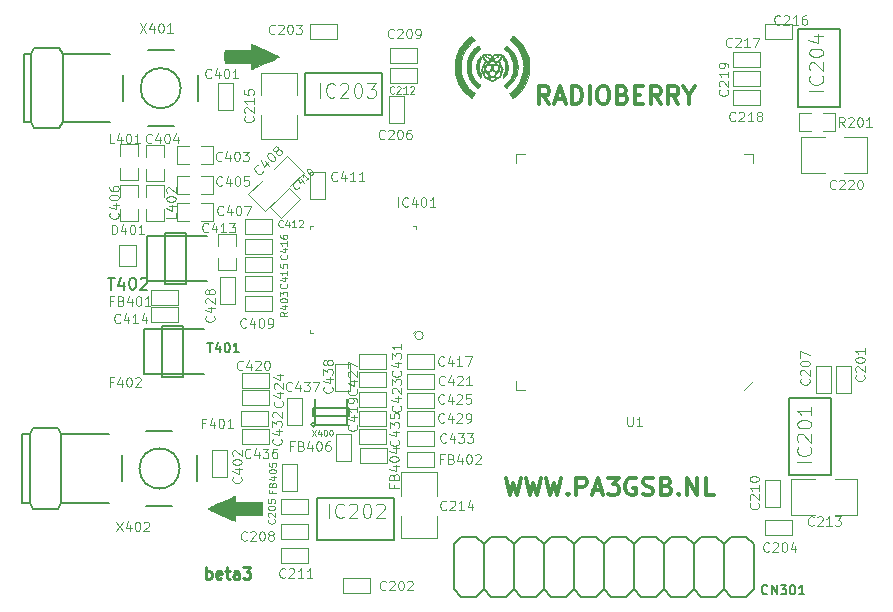
<source format=gto>
G04 #@! TF.FileFunction,Legend,Top*
%FSLAX46Y46*%
G04 Gerber Fmt 4.6, Leading zero omitted, Abs format (unit mm)*
G04 Created by KiCad (PCBNEW 4.0.6) date 10/31/18 19:38:29*
%MOMM*%
%LPD*%
G01*
G04 APERTURE LIST*
%ADD10C,0.100000*%
%ADD11C,0.250000*%
%ADD12C,0.300000*%
%ADD13C,0.152400*%
%ADD14C,0.203200*%
%ADD15C,0.150000*%
%ADD16C,0.010000*%
%ADD17C,0.127000*%
%ADD18C,0.101600*%
%ADD19C,0.125000*%
G04 APERTURE END LIST*
D10*
D11*
X98342857Y-125052381D02*
X98342857Y-124052381D01*
X98342857Y-124433333D02*
X98438095Y-124385714D01*
X98628572Y-124385714D01*
X98723810Y-124433333D01*
X98771429Y-124480952D01*
X98819048Y-124576190D01*
X98819048Y-124861905D01*
X98771429Y-124957143D01*
X98723810Y-125004762D01*
X98628572Y-125052381D01*
X98438095Y-125052381D01*
X98342857Y-125004762D01*
X99628572Y-125004762D02*
X99533334Y-125052381D01*
X99342857Y-125052381D01*
X99247619Y-125004762D01*
X99200000Y-124909524D01*
X99200000Y-124528571D01*
X99247619Y-124433333D01*
X99342857Y-124385714D01*
X99533334Y-124385714D01*
X99628572Y-124433333D01*
X99676191Y-124528571D01*
X99676191Y-124623810D01*
X99200000Y-124719048D01*
X99961905Y-124385714D02*
X100342857Y-124385714D01*
X100104762Y-124052381D02*
X100104762Y-124909524D01*
X100152381Y-125004762D01*
X100247619Y-125052381D01*
X100342857Y-125052381D01*
X101104763Y-125052381D02*
X101104763Y-124528571D01*
X101057144Y-124433333D01*
X100961906Y-124385714D01*
X100771429Y-124385714D01*
X100676191Y-124433333D01*
X101104763Y-125004762D02*
X101009525Y-125052381D01*
X100771429Y-125052381D01*
X100676191Y-125004762D01*
X100628572Y-124909524D01*
X100628572Y-124814286D01*
X100676191Y-124719048D01*
X100771429Y-124671429D01*
X101009525Y-124671429D01*
X101104763Y-124623810D01*
X101485715Y-124052381D02*
X102104763Y-124052381D01*
X101771429Y-124433333D01*
X101914287Y-124433333D01*
X102009525Y-124480952D01*
X102057144Y-124528571D01*
X102104763Y-124623810D01*
X102104763Y-124861905D01*
X102057144Y-124957143D01*
X102009525Y-125004762D01*
X101914287Y-125052381D01*
X101628572Y-125052381D01*
X101533334Y-125004762D01*
X101485715Y-124957143D01*
D12*
X127407143Y-84828571D02*
X126907143Y-84114286D01*
X126550000Y-84828571D02*
X126550000Y-83328571D01*
X127121428Y-83328571D01*
X127264286Y-83400000D01*
X127335714Y-83471429D01*
X127407143Y-83614286D01*
X127407143Y-83828571D01*
X127335714Y-83971429D01*
X127264286Y-84042857D01*
X127121428Y-84114286D01*
X126550000Y-84114286D01*
X127978571Y-84400000D02*
X128692857Y-84400000D01*
X127835714Y-84828571D02*
X128335714Y-83328571D01*
X128835714Y-84828571D01*
X129335714Y-84828571D02*
X129335714Y-83328571D01*
X129692857Y-83328571D01*
X129907142Y-83400000D01*
X130050000Y-83542857D01*
X130121428Y-83685714D01*
X130192857Y-83971429D01*
X130192857Y-84185714D01*
X130121428Y-84471429D01*
X130050000Y-84614286D01*
X129907142Y-84757143D01*
X129692857Y-84828571D01*
X129335714Y-84828571D01*
X130835714Y-84828571D02*
X130835714Y-83328571D01*
X131835714Y-83328571D02*
X132121428Y-83328571D01*
X132264286Y-83400000D01*
X132407143Y-83542857D01*
X132478571Y-83828571D01*
X132478571Y-84328571D01*
X132407143Y-84614286D01*
X132264286Y-84757143D01*
X132121428Y-84828571D01*
X131835714Y-84828571D01*
X131692857Y-84757143D01*
X131550000Y-84614286D01*
X131478571Y-84328571D01*
X131478571Y-83828571D01*
X131550000Y-83542857D01*
X131692857Y-83400000D01*
X131835714Y-83328571D01*
X133621429Y-84042857D02*
X133835715Y-84114286D01*
X133907143Y-84185714D01*
X133978572Y-84328571D01*
X133978572Y-84542857D01*
X133907143Y-84685714D01*
X133835715Y-84757143D01*
X133692857Y-84828571D01*
X133121429Y-84828571D01*
X133121429Y-83328571D01*
X133621429Y-83328571D01*
X133764286Y-83400000D01*
X133835715Y-83471429D01*
X133907143Y-83614286D01*
X133907143Y-83757143D01*
X133835715Y-83900000D01*
X133764286Y-83971429D01*
X133621429Y-84042857D01*
X133121429Y-84042857D01*
X134621429Y-84042857D02*
X135121429Y-84042857D01*
X135335715Y-84828571D02*
X134621429Y-84828571D01*
X134621429Y-83328571D01*
X135335715Y-83328571D01*
X136835715Y-84828571D02*
X136335715Y-84114286D01*
X135978572Y-84828571D02*
X135978572Y-83328571D01*
X136550000Y-83328571D01*
X136692858Y-83400000D01*
X136764286Y-83471429D01*
X136835715Y-83614286D01*
X136835715Y-83828571D01*
X136764286Y-83971429D01*
X136692858Y-84042857D01*
X136550000Y-84114286D01*
X135978572Y-84114286D01*
X138335715Y-84828571D02*
X137835715Y-84114286D01*
X137478572Y-84828571D02*
X137478572Y-83328571D01*
X138050000Y-83328571D01*
X138192858Y-83400000D01*
X138264286Y-83471429D01*
X138335715Y-83614286D01*
X138335715Y-83828571D01*
X138264286Y-83971429D01*
X138192858Y-84042857D01*
X138050000Y-84114286D01*
X137478572Y-84114286D01*
X139264286Y-84114286D02*
X139264286Y-84828571D01*
X138764286Y-83328571D02*
X139264286Y-84114286D01*
X139764286Y-83328571D01*
X123704286Y-116468571D02*
X124061429Y-117968571D01*
X124347143Y-116897143D01*
X124632857Y-117968571D01*
X124990000Y-116468571D01*
X125418572Y-116468571D02*
X125775715Y-117968571D01*
X126061429Y-116897143D01*
X126347143Y-117968571D01*
X126704286Y-116468571D01*
X127132858Y-116468571D02*
X127490001Y-117968571D01*
X127775715Y-116897143D01*
X128061429Y-117968571D01*
X128418572Y-116468571D01*
X128990001Y-117825714D02*
X129061429Y-117897143D01*
X128990001Y-117968571D01*
X128918572Y-117897143D01*
X128990001Y-117825714D01*
X128990001Y-117968571D01*
X129704287Y-117968571D02*
X129704287Y-116468571D01*
X130275715Y-116468571D01*
X130418573Y-116540000D01*
X130490001Y-116611429D01*
X130561430Y-116754286D01*
X130561430Y-116968571D01*
X130490001Y-117111429D01*
X130418573Y-117182857D01*
X130275715Y-117254286D01*
X129704287Y-117254286D01*
X131132858Y-117540000D02*
X131847144Y-117540000D01*
X130990001Y-117968571D02*
X131490001Y-116468571D01*
X131990001Y-117968571D01*
X132347144Y-116468571D02*
X133275715Y-116468571D01*
X132775715Y-117040000D01*
X132990001Y-117040000D01*
X133132858Y-117111429D01*
X133204287Y-117182857D01*
X133275715Y-117325714D01*
X133275715Y-117682857D01*
X133204287Y-117825714D01*
X133132858Y-117897143D01*
X132990001Y-117968571D01*
X132561429Y-117968571D01*
X132418572Y-117897143D01*
X132347144Y-117825714D01*
X134704286Y-116540000D02*
X134561429Y-116468571D01*
X134347143Y-116468571D01*
X134132858Y-116540000D01*
X133990000Y-116682857D01*
X133918572Y-116825714D01*
X133847143Y-117111429D01*
X133847143Y-117325714D01*
X133918572Y-117611429D01*
X133990000Y-117754286D01*
X134132858Y-117897143D01*
X134347143Y-117968571D01*
X134490000Y-117968571D01*
X134704286Y-117897143D01*
X134775715Y-117825714D01*
X134775715Y-117325714D01*
X134490000Y-117325714D01*
X135347143Y-117897143D02*
X135561429Y-117968571D01*
X135918572Y-117968571D01*
X136061429Y-117897143D01*
X136132858Y-117825714D01*
X136204286Y-117682857D01*
X136204286Y-117540000D01*
X136132858Y-117397143D01*
X136061429Y-117325714D01*
X135918572Y-117254286D01*
X135632858Y-117182857D01*
X135490000Y-117111429D01*
X135418572Y-117040000D01*
X135347143Y-116897143D01*
X135347143Y-116754286D01*
X135418572Y-116611429D01*
X135490000Y-116540000D01*
X135632858Y-116468571D01*
X135990000Y-116468571D01*
X136204286Y-116540000D01*
X137347143Y-117182857D02*
X137561429Y-117254286D01*
X137632857Y-117325714D01*
X137704286Y-117468571D01*
X137704286Y-117682857D01*
X137632857Y-117825714D01*
X137561429Y-117897143D01*
X137418571Y-117968571D01*
X136847143Y-117968571D01*
X136847143Y-116468571D01*
X137347143Y-116468571D01*
X137490000Y-116540000D01*
X137561429Y-116611429D01*
X137632857Y-116754286D01*
X137632857Y-116897143D01*
X137561429Y-117040000D01*
X137490000Y-117111429D01*
X137347143Y-117182857D01*
X136847143Y-117182857D01*
X138347143Y-117825714D02*
X138418571Y-117897143D01*
X138347143Y-117968571D01*
X138275714Y-117897143D01*
X138347143Y-117825714D01*
X138347143Y-117968571D01*
X139061429Y-117968571D02*
X139061429Y-116468571D01*
X139918572Y-117968571D01*
X139918572Y-116468571D01*
X141347144Y-117968571D02*
X140632858Y-117968571D01*
X140632858Y-116468571D01*
D10*
X144620000Y-108310000D02*
X143870000Y-109060000D01*
X125370000Y-109060000D02*
X124620000Y-109060000D01*
X124620000Y-109060000D02*
X124620000Y-108310000D01*
X143870000Y-89060000D02*
X144620000Y-89060000D01*
X144620000Y-89060000D02*
X144620000Y-89810000D01*
X125370000Y-89060000D02*
X124620000Y-89060000D01*
X124620000Y-89060000D02*
X124620000Y-89810000D01*
X116736553Y-104445000D02*
G75*
G03X116736553Y-104445000I-353553J0D01*
G01*
X116133000Y-103945000D02*
X115883000Y-104195000D01*
X107383000Y-104195000D02*
X107133000Y-104195000D01*
X107133000Y-104195000D02*
X107133000Y-103945000D01*
X115883000Y-95195000D02*
X116133000Y-95195000D01*
X116133000Y-95195000D02*
X116133000Y-95445000D01*
X107383000Y-95195000D02*
X107133000Y-95195000D01*
X107133000Y-95195000D02*
X107133000Y-95445000D01*
X151665000Y-109343000D02*
X151665000Y-107057000D01*
X151665000Y-107057000D02*
X152935000Y-107057000D01*
X152935000Y-107057000D02*
X152935000Y-109343000D01*
X152935000Y-109343000D02*
X151665000Y-109343000D01*
X112243000Y-126235000D02*
X109957000Y-126235000D01*
X109957000Y-126235000D02*
X109957000Y-124965000D01*
X109957000Y-124965000D02*
X112243000Y-124965000D01*
X112243000Y-124965000D02*
X112243000Y-126235000D01*
X107157000Y-78065000D02*
X109443000Y-78065000D01*
X109443000Y-78065000D02*
X109443000Y-79335000D01*
X109443000Y-79335000D02*
X107157000Y-79335000D01*
X107157000Y-79335000D02*
X107157000Y-78065000D01*
X147943000Y-121335000D02*
X145657000Y-121335000D01*
X145657000Y-121335000D02*
X145657000Y-120065000D01*
X145657000Y-120065000D02*
X147943000Y-120065000D01*
X147943000Y-120065000D02*
X147943000Y-121335000D01*
X104657000Y-118265000D02*
X106943000Y-118265000D01*
X106943000Y-118265000D02*
X106943000Y-119535000D01*
X106943000Y-119535000D02*
X104657000Y-119535000D01*
X104657000Y-119535000D02*
X104657000Y-118265000D01*
X113865000Y-86443000D02*
X113865000Y-84157000D01*
X113865000Y-84157000D02*
X115135000Y-84157000D01*
X115135000Y-84157000D02*
X115135000Y-86443000D01*
X115135000Y-86443000D02*
X113865000Y-86443000D01*
X149965000Y-109343000D02*
X149965000Y-107057000D01*
X149965000Y-107057000D02*
X151235000Y-107057000D01*
X151235000Y-107057000D02*
X151235000Y-109343000D01*
X151235000Y-109343000D02*
X149965000Y-109343000D01*
X104657000Y-120365000D02*
X106943000Y-120365000D01*
X106943000Y-120365000D02*
X106943000Y-121635000D01*
X106943000Y-121635000D02*
X104657000Y-121635000D01*
X104657000Y-121635000D02*
X104657000Y-120365000D01*
X116243000Y-81335000D02*
X113957000Y-81335000D01*
X113957000Y-81335000D02*
X113957000Y-80065000D01*
X113957000Y-80065000D02*
X116243000Y-80065000D01*
X116243000Y-80065000D02*
X116243000Y-81335000D01*
X146935000Y-116657000D02*
X146935000Y-118943000D01*
X146935000Y-118943000D02*
X145665000Y-118943000D01*
X145665000Y-118943000D02*
X145665000Y-116657000D01*
X145665000Y-116657000D02*
X146935000Y-116657000D01*
X104657000Y-122465000D02*
X106943000Y-122465000D01*
X106943000Y-122465000D02*
X106943000Y-123735000D01*
X106943000Y-123735000D02*
X104657000Y-123735000D01*
X104657000Y-123735000D02*
X104657000Y-122465000D01*
X116243000Y-83035000D02*
X113957000Y-83035000D01*
X113957000Y-83035000D02*
X113957000Y-81765000D01*
X113957000Y-81765000D02*
X116243000Y-81765000D01*
X116243000Y-81765000D02*
X116243000Y-83035000D01*
X147906000Y-116576000D02*
X147906000Y-119624000D01*
X151589000Y-119624000D02*
X153494000Y-119624000D01*
X153494000Y-119624000D02*
X153494000Y-116576000D01*
X153494000Y-116576000D02*
X151589000Y-116576000D01*
X149938000Y-116576000D02*
X147906000Y-116576000D01*
X147906000Y-119624000D02*
X149938000Y-119624000D01*
X117924000Y-116006000D02*
X114876000Y-116006000D01*
X114876000Y-119689000D02*
X114876000Y-121594000D01*
X114876000Y-121594000D02*
X117924000Y-121594000D01*
X117924000Y-121594000D02*
X117924000Y-119689000D01*
X117924000Y-118038000D02*
X117924000Y-116006000D01*
X114876000Y-116006000D02*
X114876000Y-118038000D01*
X102976000Y-87794000D02*
X106024000Y-87794000D01*
X106024000Y-84111000D02*
X106024000Y-82206000D01*
X106024000Y-82206000D02*
X102976000Y-82206000D01*
X102976000Y-82206000D02*
X102976000Y-84111000D01*
X102976000Y-85762000D02*
X102976000Y-87794000D01*
X106024000Y-87794000D02*
X106024000Y-85762000D01*
X147943000Y-79335000D02*
X145657000Y-79335000D01*
X145657000Y-79335000D02*
X145657000Y-78065000D01*
X145657000Y-78065000D02*
X147943000Y-78065000D01*
X147943000Y-78065000D02*
X147943000Y-79335000D01*
X145283000Y-81695000D02*
X142997000Y-81695000D01*
X142997000Y-81695000D02*
X142997000Y-80425000D01*
X142997000Y-80425000D02*
X145283000Y-80425000D01*
X145283000Y-80425000D02*
X145283000Y-81695000D01*
X145223000Y-84895000D02*
X142937000Y-84895000D01*
X142937000Y-84895000D02*
X142937000Y-83625000D01*
X142937000Y-83625000D02*
X145223000Y-83625000D01*
X145223000Y-83625000D02*
X145223000Y-84895000D01*
X145203000Y-83325000D02*
X142917000Y-83325000D01*
X142917000Y-83325000D02*
X142917000Y-82055000D01*
X142917000Y-82055000D02*
X145203000Y-82055000D01*
X145203000Y-82055000D02*
X145203000Y-83325000D01*
X148706000Y-87676000D02*
X148706000Y-90724000D01*
X152389000Y-90724000D02*
X154294000Y-90724000D01*
X154294000Y-90724000D02*
X154294000Y-87676000D01*
X154294000Y-87676000D02*
X152389000Y-87676000D01*
X150738000Y-87676000D02*
X148706000Y-87676000D01*
X148706000Y-90724000D02*
X150738000Y-90724000D01*
X99314000Y-85344000D02*
X99314000Y-83058000D01*
X99314000Y-83058000D02*
X100584000Y-83058000D01*
X100584000Y-83058000D02*
X100584000Y-85344000D01*
X100584000Y-85344000D02*
X99314000Y-85344000D01*
X100125000Y-114117000D02*
X100125000Y-116403000D01*
X100125000Y-116403000D02*
X98855000Y-116403000D01*
X98855000Y-116403000D02*
X98855000Y-114117000D01*
X98855000Y-114117000D02*
X100125000Y-114117000D01*
X96901000Y-89916000D02*
X95885000Y-89916000D01*
X95885000Y-89916000D02*
X95885000Y-88392000D01*
X95885000Y-88392000D02*
X96901000Y-88392000D01*
X97917000Y-88392000D02*
X98933000Y-88392000D01*
X98933000Y-88392000D02*
X98933000Y-89916000D01*
X98933000Y-89916000D02*
X97917000Y-89916000D01*
X92583000Y-90297000D02*
X92583000Y-91313000D01*
X92583000Y-91313000D02*
X91059000Y-91313000D01*
X91059000Y-91313000D02*
X91059000Y-90297000D01*
X91059000Y-89281000D02*
X91059000Y-88265000D01*
X91059000Y-88265000D02*
X92583000Y-88265000D01*
X92583000Y-88265000D02*
X92583000Y-89281000D01*
X96901000Y-92456000D02*
X95885000Y-92456000D01*
X95885000Y-92456000D02*
X95885000Y-90932000D01*
X95885000Y-90932000D02*
X96901000Y-90932000D01*
X97917000Y-90932000D02*
X98933000Y-90932000D01*
X98933000Y-90932000D02*
X98933000Y-92456000D01*
X98933000Y-92456000D02*
X97917000Y-92456000D01*
X92583000Y-93726000D02*
X92583000Y-94742000D01*
X92583000Y-94742000D02*
X91059000Y-94742000D01*
X91059000Y-94742000D02*
X91059000Y-93726000D01*
X91059000Y-92710000D02*
X91059000Y-91694000D01*
X91059000Y-91694000D02*
X92583000Y-91694000D01*
X92583000Y-91694000D02*
X92583000Y-92710000D01*
X96901000Y-94742000D02*
X95885000Y-94742000D01*
X95885000Y-94742000D02*
X95885000Y-93218000D01*
X95885000Y-93218000D02*
X96901000Y-93218000D01*
X97917000Y-93218000D02*
X98933000Y-93218000D01*
X98933000Y-93218000D02*
X98933000Y-94742000D01*
X98933000Y-94742000D02*
X97917000Y-94742000D01*
X105469082Y-91779132D02*
X106600452Y-90647761D01*
X106600452Y-90647761D02*
X105186239Y-89233548D01*
X105186239Y-89233548D02*
X104054868Y-90364918D01*
X103064918Y-91354868D02*
X101933548Y-92486239D01*
X101933548Y-92486239D02*
X103347761Y-93900452D01*
X103347761Y-93900452D02*
X104479132Y-92769082D01*
X101600000Y-101092000D02*
X103886000Y-101092000D01*
X103886000Y-101092000D02*
X103886000Y-102362000D01*
X103886000Y-102362000D02*
X101600000Y-102362000D01*
X101600000Y-102362000D02*
X101600000Y-101092000D01*
X103771764Y-93577210D02*
X105388210Y-91960764D01*
X105388210Y-91960764D02*
X106286236Y-92858790D01*
X106286236Y-92858790D02*
X104669790Y-94475236D01*
X104669790Y-94475236D02*
X103771764Y-93577210D01*
X108425000Y-90617000D02*
X108425000Y-92903000D01*
X108425000Y-92903000D02*
X107155000Y-92903000D01*
X107155000Y-92903000D02*
X107155000Y-90617000D01*
X107155000Y-90617000D02*
X108425000Y-90617000D01*
X101600000Y-94615000D02*
X103886000Y-94615000D01*
X103886000Y-94615000D02*
X103886000Y-95885000D01*
X103886000Y-95885000D02*
X101600000Y-95885000D01*
X101600000Y-95885000D02*
X101600000Y-94615000D01*
X100838000Y-97917000D02*
X100838000Y-98933000D01*
X100838000Y-98933000D02*
X99314000Y-98933000D01*
X99314000Y-98933000D02*
X99314000Y-97917000D01*
X99314000Y-96901000D02*
X99314000Y-95885000D01*
X99314000Y-95885000D02*
X100838000Y-95885000D01*
X100838000Y-95885000D02*
X100838000Y-96901000D01*
X95943000Y-103335000D02*
X93657000Y-103335000D01*
X93657000Y-103335000D02*
X93657000Y-102065000D01*
X93657000Y-102065000D02*
X95943000Y-102065000D01*
X95943000Y-102065000D02*
X95943000Y-103335000D01*
X103886000Y-99060000D02*
X101600000Y-99060000D01*
X101600000Y-99060000D02*
X101600000Y-97790000D01*
X101600000Y-97790000D02*
X103886000Y-97790000D01*
X103886000Y-97790000D02*
X103886000Y-99060000D01*
X103886000Y-97536000D02*
X101600000Y-97536000D01*
X101600000Y-97536000D02*
X101600000Y-96266000D01*
X101600000Y-96266000D02*
X103886000Y-96266000D01*
X103886000Y-96266000D02*
X103886000Y-97536000D01*
X115316000Y-106045000D02*
X117602000Y-106045000D01*
X117602000Y-106045000D02*
X117602000Y-107315000D01*
X117602000Y-107315000D02*
X115316000Y-107315000D01*
X115316000Y-107315000D02*
X115316000Y-106045000D01*
X113582000Y-112141000D02*
X111296000Y-112141000D01*
X111296000Y-112141000D02*
X111296000Y-110871000D01*
X111296000Y-110871000D02*
X113582000Y-110871000D01*
X113582000Y-110871000D02*
X113582000Y-112141000D01*
X103673000Y-108855000D02*
X101387000Y-108855000D01*
X101387000Y-108855000D02*
X101387000Y-107585000D01*
X101387000Y-107585000D02*
X103673000Y-107585000D01*
X103673000Y-107585000D02*
X103673000Y-108855000D01*
X115316000Y-107696000D02*
X117602000Y-107696000D01*
X117602000Y-107696000D02*
X117602000Y-108966000D01*
X117602000Y-108966000D02*
X115316000Y-108966000D01*
X115316000Y-108966000D02*
X115316000Y-107696000D01*
X113582000Y-110490000D02*
X111296000Y-110490000D01*
X111296000Y-110490000D02*
X111296000Y-109220000D01*
X111296000Y-109220000D02*
X113582000Y-109220000D01*
X113582000Y-109220000D02*
X113582000Y-110490000D01*
X103673000Y-110345000D02*
X101387000Y-110345000D01*
X101387000Y-110345000D02*
X101387000Y-109075000D01*
X101387000Y-109075000D02*
X103673000Y-109075000D01*
X103673000Y-109075000D02*
X103673000Y-110345000D01*
X115316000Y-109347000D02*
X117602000Y-109347000D01*
X117602000Y-109347000D02*
X117602000Y-110617000D01*
X117602000Y-110617000D02*
X115316000Y-110617000D01*
X115316000Y-110617000D02*
X115316000Y-109347000D01*
X113582000Y-108839000D02*
X111296000Y-108839000D01*
X111296000Y-108839000D02*
X111296000Y-107569000D01*
X111296000Y-107569000D02*
X113582000Y-107569000D01*
X113582000Y-107569000D02*
X113582000Y-108839000D01*
X99535000Y-101783000D02*
X99535000Y-99497000D01*
X99535000Y-99497000D02*
X100805000Y-99497000D01*
X100805000Y-99497000D02*
X100805000Y-101783000D01*
X100805000Y-101783000D02*
X99535000Y-101783000D01*
X115316000Y-110871000D02*
X117602000Y-110871000D01*
X117602000Y-110871000D02*
X117602000Y-112141000D01*
X117602000Y-112141000D02*
X115316000Y-112141000D01*
X115316000Y-112141000D02*
X115316000Y-110871000D01*
X113582000Y-107315000D02*
X111296000Y-107315000D01*
X111296000Y-107315000D02*
X111296000Y-106045000D01*
X111296000Y-106045000D02*
X113582000Y-106045000D01*
X113582000Y-106045000D02*
X113582000Y-107315000D01*
X103593000Y-112095000D02*
X101307000Y-112095000D01*
X101307000Y-112095000D02*
X101307000Y-110825000D01*
X101307000Y-110825000D02*
X103593000Y-110825000D01*
X103593000Y-110825000D02*
X103593000Y-112095000D01*
X115316000Y-112522000D02*
X117602000Y-112522000D01*
X117602000Y-112522000D02*
X117602000Y-113792000D01*
X117602000Y-113792000D02*
X115316000Y-113792000D01*
X115316000Y-113792000D02*
X115316000Y-112522000D01*
X113582000Y-113665000D02*
X111296000Y-113665000D01*
X111296000Y-113665000D02*
X111296000Y-112395000D01*
X111296000Y-112395000D02*
X113582000Y-112395000D01*
X113582000Y-112395000D02*
X113582000Y-113665000D01*
X103633000Y-113635000D02*
X101347000Y-113635000D01*
X101347000Y-113635000D02*
X101347000Y-112365000D01*
X101347000Y-112365000D02*
X103633000Y-112365000D01*
X103633000Y-112365000D02*
X103633000Y-113635000D01*
X106435000Y-109757000D02*
X106435000Y-112043000D01*
X106435000Y-112043000D02*
X105165000Y-112043000D01*
X105165000Y-112043000D02*
X105165000Y-109757000D01*
X105165000Y-109757000D02*
X106435000Y-109757000D01*
D13*
X144700000Y-122095000D02*
X144065000Y-121460000D01*
X142795000Y-121460000D02*
X142160000Y-122095000D01*
X142160000Y-122095000D02*
X141525000Y-121460000D01*
X140255000Y-121460000D02*
X139620000Y-122095000D01*
X139620000Y-122095000D02*
X138985000Y-121460000D01*
X137715000Y-121460000D02*
X137080000Y-122095000D01*
X137080000Y-122095000D02*
X136445000Y-121460000D01*
X135175000Y-121460000D02*
X134540000Y-122095000D01*
X134540000Y-122095000D02*
X133905000Y-121460000D01*
X132635000Y-121460000D02*
X132000000Y-122095000D01*
X132000000Y-122095000D02*
X131365000Y-121460000D01*
X130095000Y-121460000D02*
X129460000Y-122095000D01*
X144700000Y-122095000D02*
X144700000Y-125905000D01*
X144700000Y-125905000D02*
X144065000Y-126540000D01*
X144065000Y-126540000D02*
X142795000Y-126540000D01*
X142795000Y-126540000D02*
X142160000Y-125905000D01*
X142160000Y-125905000D02*
X141525000Y-126540000D01*
X141525000Y-126540000D02*
X140255000Y-126540000D01*
X140255000Y-126540000D02*
X139620000Y-125905000D01*
X139620000Y-125905000D02*
X138985000Y-126540000D01*
X138985000Y-126540000D02*
X137715000Y-126540000D01*
X137715000Y-126540000D02*
X137080000Y-125905000D01*
X137080000Y-125905000D02*
X136445000Y-126540000D01*
X136445000Y-126540000D02*
X135175000Y-126540000D01*
X135175000Y-126540000D02*
X134540000Y-125905000D01*
X134540000Y-125905000D02*
X133905000Y-126540000D01*
X133905000Y-126540000D02*
X132635000Y-126540000D01*
X132635000Y-126540000D02*
X132000000Y-125905000D01*
X132000000Y-125905000D02*
X131365000Y-126540000D01*
X131365000Y-126540000D02*
X130095000Y-126540000D01*
X130095000Y-126540000D02*
X129460000Y-125905000D01*
X129460000Y-125905000D02*
X128825000Y-126540000D01*
X128825000Y-126540000D02*
X127555000Y-126540000D01*
X127555000Y-126540000D02*
X126920000Y-125905000D01*
X126920000Y-125905000D02*
X126285000Y-126540000D01*
X126285000Y-126540000D02*
X125015000Y-126540000D01*
X125015000Y-126540000D02*
X124380000Y-125905000D01*
X124380000Y-125905000D02*
X123745000Y-126540000D01*
X123745000Y-126540000D02*
X122475000Y-126540000D01*
X122475000Y-126540000D02*
X121840000Y-125905000D01*
X121840000Y-122095000D02*
X122475000Y-121460000D01*
X124380000Y-122095000D02*
X123745000Y-121460000D01*
X124380000Y-122095000D02*
X125015000Y-121460000D01*
X126920000Y-122095000D02*
X126285000Y-121460000D01*
X126920000Y-122095000D02*
X127555000Y-121460000D01*
X129460000Y-122095000D02*
X128825000Y-121460000D01*
X142160000Y-125905000D02*
X142160000Y-122095000D01*
X139620000Y-125905000D02*
X139620000Y-122095000D01*
X137080000Y-125905000D02*
X137080000Y-122095000D01*
X134540000Y-125905000D02*
X134540000Y-122095000D01*
X132000000Y-125905000D02*
X132000000Y-122095000D01*
X129460000Y-125905000D02*
X129460000Y-122095000D01*
X126920000Y-125905000D02*
X126920000Y-122095000D01*
X124380000Y-125905000D02*
X124380000Y-122095000D01*
X121840000Y-125905000D02*
X121840000Y-122095000D01*
X123745000Y-121460000D02*
X122475000Y-121460000D01*
X126285000Y-121460000D02*
X125015000Y-121460000D01*
X128825000Y-121460000D02*
X127555000Y-121460000D01*
X131365000Y-121460000D02*
X130095000Y-121460000D01*
X133905000Y-121460000D02*
X132635000Y-121460000D01*
X136445000Y-121460000D02*
X135175000Y-121460000D01*
X138985000Y-121460000D02*
X137715000Y-121460000D01*
X141525000Y-121460000D02*
X140255000Y-121460000D01*
X144065000Y-121460000D02*
X142795000Y-121460000D01*
X121840000Y-125905000D02*
X121205000Y-126540000D01*
X121205000Y-126540000D02*
X119935000Y-126540000D01*
X119935000Y-126540000D02*
X119300000Y-125905000D01*
X119300000Y-122095000D02*
X119935000Y-121460000D01*
X121840000Y-122095000D02*
X121205000Y-121460000D01*
X119300000Y-125905000D02*
X119300000Y-122095000D01*
X121205000Y-121460000D02*
X119935000Y-121460000D01*
D10*
X90992960Y-96763840D02*
X90992960Y-98562160D01*
X90992960Y-98562160D02*
X92395040Y-98562160D01*
X92395040Y-98562160D02*
X92395040Y-96763840D01*
X92395040Y-96763840D02*
X90992960Y-96763840D01*
X93657000Y-100565000D02*
X95943000Y-100565000D01*
X95943000Y-100565000D02*
X95943000Y-101835000D01*
X95943000Y-101835000D02*
X93657000Y-101835000D01*
X93657000Y-101835000D02*
X93657000Y-100565000D01*
X115357000Y-114265000D02*
X117643000Y-114265000D01*
X117643000Y-114265000D02*
X117643000Y-115535000D01*
X117643000Y-115535000D02*
X115357000Y-115535000D01*
X115357000Y-115535000D02*
X115357000Y-114265000D01*
X113643000Y-115235000D02*
X111357000Y-115235000D01*
X111357000Y-115235000D02*
X111357000Y-113965000D01*
X111357000Y-113965000D02*
X113643000Y-113965000D01*
X113643000Y-113965000D02*
X113643000Y-115235000D01*
X106035000Y-115357000D02*
X106035000Y-117643000D01*
X106035000Y-117643000D02*
X104765000Y-117643000D01*
X104765000Y-117643000D02*
X104765000Y-115357000D01*
X104765000Y-115357000D02*
X106035000Y-115357000D01*
X110635000Y-112757000D02*
X110635000Y-115043000D01*
X110635000Y-115043000D02*
X109365000Y-115043000D01*
X109365000Y-115043000D02*
X109365000Y-112757000D01*
X109365000Y-112757000D02*
X110635000Y-112757000D01*
D14*
X147722000Y-109723000D02*
X151278000Y-109723000D01*
X151278000Y-109723000D02*
X151278000Y-116277000D01*
X151278000Y-116277000D02*
X147722000Y-116277000D01*
X147722000Y-116277000D02*
X147722000Y-109723000D01*
X114277000Y-118222000D02*
X114277000Y-121778000D01*
X114277000Y-121778000D02*
X107723000Y-121778000D01*
X107723000Y-121778000D02*
X107723000Y-118222000D01*
X107723000Y-118222000D02*
X114277000Y-118222000D01*
X106723000Y-85778000D02*
X106723000Y-82222000D01*
X106723000Y-82222000D02*
X113277000Y-82222000D01*
X113277000Y-82222000D02*
X113277000Y-85778000D01*
X113277000Y-85778000D02*
X106723000Y-85778000D01*
X148422000Y-78523000D02*
X151978000Y-78523000D01*
X151978000Y-78523000D02*
X151978000Y-85077000D01*
X151978000Y-85077000D02*
X148422000Y-85077000D01*
X148422000Y-85077000D02*
X148422000Y-78523000D01*
D10*
X93238000Y-89292000D02*
X93238000Y-88276000D01*
X93238000Y-88276000D02*
X94762000Y-88276000D01*
X94762000Y-88276000D02*
X94762000Y-89292000D01*
X94762000Y-90308000D02*
X94762000Y-91324000D01*
X94762000Y-91324000D02*
X93238000Y-91324000D01*
X93238000Y-91324000D02*
X93238000Y-90308000D01*
X93218000Y-92710000D02*
X93218000Y-91694000D01*
X93218000Y-91694000D02*
X94742000Y-91694000D01*
X94742000Y-91694000D02*
X94742000Y-92710000D01*
X94742000Y-93726000D02*
X94742000Y-94742000D01*
X94742000Y-94742000D02*
X93218000Y-94742000D01*
X93218000Y-94742000D02*
X93218000Y-93726000D01*
X150608000Y-85638000D02*
X151624000Y-85638000D01*
X151624000Y-85638000D02*
X151624000Y-87162000D01*
X151624000Y-87162000D02*
X150608000Y-87162000D01*
X149592000Y-87162000D02*
X148576000Y-87162000D01*
X148576000Y-87162000D02*
X148576000Y-85638000D01*
X148576000Y-85638000D02*
X149592000Y-85638000D01*
X103886000Y-100711000D02*
X101600000Y-100711000D01*
X101600000Y-100711000D02*
X101600000Y-99441000D01*
X101600000Y-99441000D02*
X103886000Y-99441000D01*
X103886000Y-99441000D02*
X103886000Y-100711000D01*
D15*
X94615000Y-107950000D02*
X94615000Y-103632000D01*
X94615000Y-103632000D02*
X96393000Y-103632000D01*
X96393000Y-103632000D02*
X96393000Y-107950000D01*
X96393000Y-107950000D02*
X94615000Y-107950000D01*
X98171000Y-103886000D02*
X93091000Y-103886000D01*
X93091000Y-103886000D02*
X93091000Y-107696000D01*
X93091000Y-107696000D02*
X98171000Y-107696000D01*
X94869000Y-100076000D02*
X94869000Y-95758000D01*
X94869000Y-95758000D02*
X96647000Y-95758000D01*
X96647000Y-95758000D02*
X96647000Y-100076000D01*
X96647000Y-100076000D02*
X94869000Y-100076000D01*
X98425000Y-96012000D02*
X93345000Y-96012000D01*
X93345000Y-96012000D02*
X93345000Y-99822000D01*
X93345000Y-99822000D02*
X98425000Y-99822000D01*
X107608353Y-111993700D02*
G75*
G03X107608353Y-111993700I-178253J0D01*
G01*
X107430100Y-110558600D02*
X107430100Y-111244400D01*
X107430100Y-111244400D02*
X110414600Y-111257100D01*
X110414600Y-111257100D02*
X110414600Y-110584000D01*
X110414600Y-110584000D02*
X107430100Y-110571300D01*
X107557100Y-109822000D02*
X107557100Y-112044500D01*
X107557100Y-112044500D02*
X110300300Y-112044500D01*
X110300300Y-112044500D02*
X110300300Y-109783900D01*
D14*
X96200000Y-83500000D02*
G75*
G03X96200000Y-83500000I-1700000J0D01*
G01*
X95600000Y-86700000D02*
X93400000Y-86700000D01*
X91300000Y-84600000D02*
X91300000Y-82400000D01*
X93400000Y-80300000D02*
X95600000Y-80300000D01*
X97700000Y-82400000D02*
X97700000Y-84600000D01*
X90200000Y-86400000D02*
X86200000Y-86400000D01*
X86200000Y-86400000D02*
X85900000Y-86900000D01*
X83800000Y-86900000D02*
X83500000Y-86400000D01*
X83500000Y-86400000D02*
X82900000Y-86400000D01*
X82900000Y-80600000D02*
X82900000Y-86400000D01*
X85900000Y-86900000D02*
X83800000Y-86900000D01*
X90200000Y-80600000D02*
X86200000Y-80600000D01*
X86200000Y-80600000D02*
X85900000Y-80100000D01*
X83800000Y-80100000D02*
X83500000Y-80600000D01*
X83500000Y-80600000D02*
X82900000Y-80600000D01*
X85900000Y-80100000D02*
X83800000Y-80100000D01*
X83500000Y-80600000D02*
X83500000Y-86400000D01*
X86200000Y-80600000D02*
X86200000Y-86400000D01*
X96100000Y-115700000D02*
G75*
G03X96100000Y-115700000I-1700000J0D01*
G01*
X95500000Y-118900000D02*
X93300000Y-118900000D01*
X91200000Y-116800000D02*
X91200000Y-114600000D01*
X93300000Y-112500000D02*
X95500000Y-112500000D01*
X97600000Y-114600000D02*
X97600000Y-116800000D01*
X90100000Y-118600000D02*
X86100000Y-118600000D01*
X86100000Y-118600000D02*
X85800000Y-119100000D01*
X83700000Y-119100000D02*
X83400000Y-118600000D01*
X83400000Y-118600000D02*
X82800000Y-118600000D01*
X82800000Y-112800000D02*
X82800000Y-118600000D01*
X85800000Y-119100000D02*
X83700000Y-119100000D01*
X90100000Y-112800000D02*
X86100000Y-112800000D01*
X86100000Y-112800000D02*
X85800000Y-112300000D01*
X83700000Y-112300000D02*
X83400000Y-112800000D01*
X83400000Y-112800000D02*
X82800000Y-112800000D01*
X85800000Y-112300000D02*
X83700000Y-112300000D01*
X83400000Y-112800000D02*
X83400000Y-118600000D01*
X86100000Y-112800000D02*
X86100000Y-118600000D01*
D16*
G36*
X102197439Y-79782804D02*
X102276519Y-79811696D01*
X102396276Y-79859183D01*
X102551294Y-79923014D01*
X102736160Y-80000939D01*
X102945461Y-80090708D01*
X103173782Y-80190072D01*
X103342727Y-80264441D01*
X103625626Y-80389986D01*
X103860466Y-80495268D01*
X104051104Y-80582169D01*
X104201399Y-80652574D01*
X104315210Y-80708364D01*
X104396395Y-80751423D01*
X104448812Y-80783634D01*
X104476320Y-80806878D01*
X104483000Y-80820868D01*
X104473372Y-80838155D01*
X104441914Y-80862943D01*
X104384767Y-80897127D01*
X104298071Y-80942603D01*
X104177966Y-81001269D01*
X104020592Y-81075021D01*
X103822090Y-81165756D01*
X103578599Y-81275371D01*
X103354111Y-81375575D01*
X103117176Y-81480766D01*
X102895754Y-81578519D01*
X102695244Y-81666490D01*
X102521044Y-81742337D01*
X102378554Y-81803716D01*
X102273172Y-81848284D01*
X102210297Y-81873696D01*
X102194648Y-81878840D01*
X102149371Y-81864287D01*
X102145259Y-81860741D01*
X102136606Y-81825600D01*
X102130052Y-81748554D01*
X102126677Y-81644133D01*
X102126445Y-81607068D01*
X102126445Y-81372211D01*
X101018722Y-81364827D01*
X99911000Y-81357444D01*
X99903295Y-80839008D01*
X99901681Y-80625448D01*
X99904094Y-80465390D01*
X99910658Y-80356026D01*
X99921496Y-80294550D01*
X99927917Y-80281619D01*
X99945304Y-80271398D01*
X99982124Y-80263052D01*
X100043293Y-80256411D01*
X100133728Y-80251301D01*
X100258345Y-80247552D01*
X100422059Y-80244992D01*
X100629787Y-80243449D01*
X100886446Y-80242752D01*
X101043345Y-80242667D01*
X102126445Y-80242667D01*
X102126445Y-80016003D01*
X102129671Y-79890280D01*
X102140121Y-79813325D01*
X102158953Y-79777789D01*
X102164449Y-79774756D01*
X102197439Y-79782804D01*
X102197439Y-79782804D01*
G37*
X102197439Y-79782804D02*
X102276519Y-79811696D01*
X102396276Y-79859183D01*
X102551294Y-79923014D01*
X102736160Y-80000939D01*
X102945461Y-80090708D01*
X103173782Y-80190072D01*
X103342727Y-80264441D01*
X103625626Y-80389986D01*
X103860466Y-80495268D01*
X104051104Y-80582169D01*
X104201399Y-80652574D01*
X104315210Y-80708364D01*
X104396395Y-80751423D01*
X104448812Y-80783634D01*
X104476320Y-80806878D01*
X104483000Y-80820868D01*
X104473372Y-80838155D01*
X104441914Y-80862943D01*
X104384767Y-80897127D01*
X104298071Y-80942603D01*
X104177966Y-81001269D01*
X104020592Y-81075021D01*
X103822090Y-81165756D01*
X103578599Y-81275371D01*
X103354111Y-81375575D01*
X103117176Y-81480766D01*
X102895754Y-81578519D01*
X102695244Y-81666490D01*
X102521044Y-81742337D01*
X102378554Y-81803716D01*
X102273172Y-81848284D01*
X102210297Y-81873696D01*
X102194648Y-81878840D01*
X102149371Y-81864287D01*
X102145259Y-81860741D01*
X102136606Y-81825600D01*
X102130052Y-81748554D01*
X102126677Y-81644133D01*
X102126445Y-81607068D01*
X102126445Y-81372211D01*
X101018722Y-81364827D01*
X99911000Y-81357444D01*
X99903295Y-80839008D01*
X99901681Y-80625448D01*
X99904094Y-80465390D01*
X99910658Y-80356026D01*
X99921496Y-80294550D01*
X99927917Y-80281619D01*
X99945304Y-80271398D01*
X99982124Y-80263052D01*
X100043293Y-80256411D01*
X100133728Y-80251301D01*
X100258345Y-80247552D01*
X100422059Y-80244992D01*
X100629787Y-80243449D01*
X100886446Y-80242752D01*
X101043345Y-80242667D01*
X102126445Y-80242667D01*
X102126445Y-80016003D01*
X102129671Y-79890280D01*
X102140121Y-79813325D01*
X102158953Y-79777789D01*
X102164449Y-79774756D01*
X102197439Y-79782804D01*
G36*
X100762561Y-120127196D02*
X100683481Y-120098304D01*
X100563724Y-120050817D01*
X100408706Y-119986986D01*
X100223840Y-119909061D01*
X100014539Y-119819292D01*
X99786218Y-119719928D01*
X99617273Y-119645559D01*
X99334374Y-119520014D01*
X99099534Y-119414732D01*
X98908896Y-119327831D01*
X98758601Y-119257426D01*
X98644790Y-119201636D01*
X98563605Y-119158577D01*
X98511188Y-119126366D01*
X98483680Y-119103122D01*
X98477000Y-119089132D01*
X98486628Y-119071845D01*
X98518086Y-119047057D01*
X98575233Y-119012873D01*
X98661929Y-118967397D01*
X98782034Y-118908731D01*
X98939408Y-118834979D01*
X99137910Y-118744244D01*
X99381401Y-118634629D01*
X99605889Y-118534425D01*
X99842824Y-118429234D01*
X100064246Y-118331481D01*
X100264756Y-118243510D01*
X100438956Y-118167663D01*
X100581446Y-118106284D01*
X100686828Y-118061716D01*
X100749703Y-118036304D01*
X100765352Y-118031160D01*
X100810629Y-118045713D01*
X100814741Y-118049259D01*
X100823394Y-118084400D01*
X100829948Y-118161446D01*
X100833323Y-118265867D01*
X100833555Y-118302932D01*
X100833555Y-118537789D01*
X101941278Y-118545173D01*
X103049000Y-118552556D01*
X103056705Y-119070992D01*
X103058319Y-119284552D01*
X103055906Y-119444610D01*
X103049342Y-119553974D01*
X103038504Y-119615450D01*
X103032083Y-119628381D01*
X103014696Y-119638602D01*
X102977876Y-119646948D01*
X102916707Y-119653589D01*
X102826272Y-119658699D01*
X102701655Y-119662448D01*
X102537941Y-119665008D01*
X102330213Y-119666551D01*
X102073554Y-119667248D01*
X101916655Y-119667333D01*
X100833555Y-119667333D01*
X100833555Y-119893997D01*
X100830329Y-120019720D01*
X100819879Y-120096675D01*
X100801047Y-120132211D01*
X100795551Y-120135244D01*
X100762561Y-120127196D01*
X100762561Y-120127196D01*
G37*
X100762561Y-120127196D02*
X100683481Y-120098304D01*
X100563724Y-120050817D01*
X100408706Y-119986986D01*
X100223840Y-119909061D01*
X100014539Y-119819292D01*
X99786218Y-119719928D01*
X99617273Y-119645559D01*
X99334374Y-119520014D01*
X99099534Y-119414732D01*
X98908896Y-119327831D01*
X98758601Y-119257426D01*
X98644790Y-119201636D01*
X98563605Y-119158577D01*
X98511188Y-119126366D01*
X98483680Y-119103122D01*
X98477000Y-119089132D01*
X98486628Y-119071845D01*
X98518086Y-119047057D01*
X98575233Y-119012873D01*
X98661929Y-118967397D01*
X98782034Y-118908731D01*
X98939408Y-118834979D01*
X99137910Y-118744244D01*
X99381401Y-118634629D01*
X99605889Y-118534425D01*
X99842824Y-118429234D01*
X100064246Y-118331481D01*
X100264756Y-118243510D01*
X100438956Y-118167663D01*
X100581446Y-118106284D01*
X100686828Y-118061716D01*
X100749703Y-118036304D01*
X100765352Y-118031160D01*
X100810629Y-118045713D01*
X100814741Y-118049259D01*
X100823394Y-118084400D01*
X100829948Y-118161446D01*
X100833323Y-118265867D01*
X100833555Y-118302932D01*
X100833555Y-118537789D01*
X101941278Y-118545173D01*
X103049000Y-118552556D01*
X103056705Y-119070992D01*
X103058319Y-119284552D01*
X103055906Y-119444610D01*
X103049342Y-119553974D01*
X103038504Y-119615450D01*
X103032083Y-119628381D01*
X103014696Y-119638602D01*
X102977876Y-119646948D01*
X102916707Y-119653589D01*
X102826272Y-119658699D01*
X102701655Y-119662448D01*
X102537941Y-119665008D01*
X102330213Y-119666551D01*
X102073554Y-119667248D01*
X101916655Y-119667333D01*
X100833555Y-119667333D01*
X100833555Y-119893997D01*
X100830329Y-120019720D01*
X100819879Y-120096675D01*
X100801047Y-120132211D01*
X100795551Y-120135244D01*
X100762561Y-120127196D01*
G36*
X120940652Y-79246850D02*
X120982063Y-79310500D01*
X121018241Y-79366585D01*
X121047055Y-79411760D01*
X121066369Y-79442677D01*
X121074051Y-79455989D01*
X121074100Y-79456199D01*
X121064605Y-79465404D01*
X121038871Y-79486484D01*
X121001025Y-79516134D01*
X120962975Y-79545184D01*
X120762402Y-79711776D01*
X120580006Y-79894282D01*
X120416831Y-80091147D01*
X120273921Y-80300819D01*
X120152322Y-80521743D01*
X120053080Y-80752365D01*
X119977239Y-80991130D01*
X119969008Y-81023269D01*
X119935080Y-81176932D01*
X119911616Y-81326510D01*
X119897599Y-81480784D01*
X119892017Y-81648535D01*
X119891820Y-81691750D01*
X119903357Y-81957737D01*
X119937917Y-82213101D01*
X119995641Y-82458172D01*
X120076669Y-82693287D01*
X120181140Y-82918777D01*
X120309194Y-83134976D01*
X120460971Y-83342218D01*
X120636610Y-83540836D01*
X120688603Y-83593485D01*
X120750313Y-83652368D01*
X120819416Y-83714767D01*
X120887899Y-83773641D01*
X120947750Y-83821944D01*
X120953450Y-83826300D01*
X121002060Y-83863774D01*
X121042725Y-83896226D01*
X121071423Y-83920368D01*
X121084134Y-83932913D01*
X121084356Y-83933358D01*
X121079021Y-83946898D01*
X121062029Y-83977278D01*
X121036022Y-84020424D01*
X121003645Y-84072261D01*
X120967541Y-84128716D01*
X120930354Y-84185712D01*
X120894728Y-84239177D01*
X120863307Y-84285035D01*
X120838733Y-84319213D01*
X120823652Y-84337635D01*
X120820693Y-84339700D01*
X120806901Y-84332750D01*
X120777559Y-84314063D01*
X120737628Y-84286878D01*
X120710869Y-84267992D01*
X120494588Y-84097986D01*
X120293154Y-83908362D01*
X120108422Y-83701326D01*
X119942245Y-83479083D01*
X119796478Y-83243841D01*
X119709226Y-83076050D01*
X119596017Y-82812454D01*
X119507175Y-82543869D01*
X119442739Y-82271569D01*
X119402745Y-81996827D01*
X119387231Y-81720915D01*
X119396235Y-81445106D01*
X119429795Y-81170674D01*
X119487948Y-80898891D01*
X119570732Y-80631030D01*
X119632177Y-80472880D01*
X119754844Y-80211750D01*
X119897152Y-79966723D01*
X120059188Y-79737690D01*
X120241041Y-79524540D01*
X120442797Y-79327163D01*
X120664545Y-79145450D01*
X120734277Y-79094475D01*
X120807204Y-79042541D01*
X120940652Y-79246850D01*
X120940652Y-79246850D01*
G37*
X120940652Y-79246850D02*
X120982063Y-79310500D01*
X121018241Y-79366585D01*
X121047055Y-79411760D01*
X121066369Y-79442677D01*
X121074051Y-79455989D01*
X121074100Y-79456199D01*
X121064605Y-79465404D01*
X121038871Y-79486484D01*
X121001025Y-79516134D01*
X120962975Y-79545184D01*
X120762402Y-79711776D01*
X120580006Y-79894282D01*
X120416831Y-80091147D01*
X120273921Y-80300819D01*
X120152322Y-80521743D01*
X120053080Y-80752365D01*
X119977239Y-80991130D01*
X119969008Y-81023269D01*
X119935080Y-81176932D01*
X119911616Y-81326510D01*
X119897599Y-81480784D01*
X119892017Y-81648535D01*
X119891820Y-81691750D01*
X119903357Y-81957737D01*
X119937917Y-82213101D01*
X119995641Y-82458172D01*
X120076669Y-82693287D01*
X120181140Y-82918777D01*
X120309194Y-83134976D01*
X120460971Y-83342218D01*
X120636610Y-83540836D01*
X120688603Y-83593485D01*
X120750313Y-83652368D01*
X120819416Y-83714767D01*
X120887899Y-83773641D01*
X120947750Y-83821944D01*
X120953450Y-83826300D01*
X121002060Y-83863774D01*
X121042725Y-83896226D01*
X121071423Y-83920368D01*
X121084134Y-83932913D01*
X121084356Y-83933358D01*
X121079021Y-83946898D01*
X121062029Y-83977278D01*
X121036022Y-84020424D01*
X121003645Y-84072261D01*
X120967541Y-84128716D01*
X120930354Y-84185712D01*
X120894728Y-84239177D01*
X120863307Y-84285035D01*
X120838733Y-84319213D01*
X120823652Y-84337635D01*
X120820693Y-84339700D01*
X120806901Y-84332750D01*
X120777559Y-84314063D01*
X120737628Y-84286878D01*
X120710869Y-84267992D01*
X120494588Y-84097986D01*
X120293154Y-83908362D01*
X120108422Y-83701326D01*
X119942245Y-83479083D01*
X119796478Y-83243841D01*
X119709226Y-83076050D01*
X119596017Y-82812454D01*
X119507175Y-82543869D01*
X119442739Y-82271569D01*
X119402745Y-81996827D01*
X119387231Y-81720915D01*
X119396235Y-81445106D01*
X119429795Y-81170674D01*
X119487948Y-80898891D01*
X119570732Y-80631030D01*
X119632177Y-80472880D01*
X119754844Y-80211750D01*
X119897152Y-79966723D01*
X120059188Y-79737690D01*
X120241041Y-79524540D01*
X120442797Y-79327163D01*
X120664545Y-79145450D01*
X120734277Y-79094475D01*
X120807204Y-79042541D01*
X120940652Y-79246850D01*
G36*
X124328942Y-79063768D02*
X124359644Y-79083717D01*
X124402376Y-79113566D01*
X124453079Y-79150531D01*
X124470453Y-79163505D01*
X124683403Y-79339172D01*
X124879144Y-79532805D01*
X125056843Y-79742955D01*
X125215667Y-79968171D01*
X125354783Y-80207003D01*
X125473358Y-80458001D01*
X125570557Y-80719714D01*
X125645549Y-80990693D01*
X125697499Y-81269488D01*
X125702778Y-81308225D01*
X125711291Y-81394264D01*
X125717347Y-81498256D01*
X125720877Y-81612870D01*
X125721813Y-81730771D01*
X125720088Y-81844625D01*
X125715633Y-81947101D01*
X125709410Y-82021950D01*
X125668026Y-82287206D01*
X125603695Y-82549587D01*
X125517657Y-82806649D01*
X125411149Y-83055947D01*
X125285412Y-83295039D01*
X125141684Y-83521481D01*
X124981204Y-83732827D01*
X124805211Y-83926635D01*
X124687250Y-84038342D01*
X124640705Y-84078596D01*
X124586395Y-84123608D01*
X124527950Y-84170591D01*
X124469002Y-84216758D01*
X124413179Y-84259322D01*
X124364113Y-84295497D01*
X124325433Y-84322497D01*
X124300770Y-84337533D01*
X124294658Y-84339700D01*
X124285432Y-84329589D01*
X124264657Y-84301430D01*
X124234611Y-84258482D01*
X124197571Y-84204004D01*
X124155812Y-84141257D01*
X124152137Y-84135675D01*
X124110790Y-84072319D01*
X124075072Y-84016617D01*
X124047045Y-83971864D01*
X124028770Y-83941357D01*
X124022308Y-83928391D01*
X124022382Y-83928192D01*
X124033910Y-83919640D01*
X124061129Y-83899566D01*
X124099263Y-83871489D01*
X124122100Y-83854691D01*
X124327977Y-83688108D01*
X124514090Y-83506228D01*
X124679886Y-83310280D01*
X124824812Y-83101491D01*
X124948315Y-82881088D01*
X125049842Y-82650298D01*
X125128841Y-82410349D01*
X125184760Y-82162468D01*
X125217044Y-81907883D01*
X125225143Y-81647820D01*
X125213354Y-81431400D01*
X125177273Y-81178290D01*
X125117095Y-80931288D01*
X125033717Y-80691985D01*
X124928037Y-80461974D01*
X124800952Y-80242848D01*
X124653361Y-80036198D01*
X124486161Y-79843617D01*
X124300250Y-79666697D01*
X124150478Y-79546288D01*
X124035409Y-79460359D01*
X124106096Y-79350504D01*
X124168600Y-79254126D01*
X124218896Y-79178320D01*
X124257842Y-79121876D01*
X124286293Y-79083584D01*
X124305108Y-79062234D01*
X124314331Y-79056500D01*
X124328942Y-79063768D01*
X124328942Y-79063768D01*
G37*
X124328942Y-79063768D02*
X124359644Y-79083717D01*
X124402376Y-79113566D01*
X124453079Y-79150531D01*
X124470453Y-79163505D01*
X124683403Y-79339172D01*
X124879144Y-79532805D01*
X125056843Y-79742955D01*
X125215667Y-79968171D01*
X125354783Y-80207003D01*
X125473358Y-80458001D01*
X125570557Y-80719714D01*
X125645549Y-80990693D01*
X125697499Y-81269488D01*
X125702778Y-81308225D01*
X125711291Y-81394264D01*
X125717347Y-81498256D01*
X125720877Y-81612870D01*
X125721813Y-81730771D01*
X125720088Y-81844625D01*
X125715633Y-81947101D01*
X125709410Y-82021950D01*
X125668026Y-82287206D01*
X125603695Y-82549587D01*
X125517657Y-82806649D01*
X125411149Y-83055947D01*
X125285412Y-83295039D01*
X125141684Y-83521481D01*
X124981204Y-83732827D01*
X124805211Y-83926635D01*
X124687250Y-84038342D01*
X124640705Y-84078596D01*
X124586395Y-84123608D01*
X124527950Y-84170591D01*
X124469002Y-84216758D01*
X124413179Y-84259322D01*
X124364113Y-84295497D01*
X124325433Y-84322497D01*
X124300770Y-84337533D01*
X124294658Y-84339700D01*
X124285432Y-84329589D01*
X124264657Y-84301430D01*
X124234611Y-84258482D01*
X124197571Y-84204004D01*
X124155812Y-84141257D01*
X124152137Y-84135675D01*
X124110790Y-84072319D01*
X124075072Y-84016617D01*
X124047045Y-83971864D01*
X124028770Y-83941357D01*
X124022308Y-83928391D01*
X124022382Y-83928192D01*
X124033910Y-83919640D01*
X124061129Y-83899566D01*
X124099263Y-83871489D01*
X124122100Y-83854691D01*
X124327977Y-83688108D01*
X124514090Y-83506228D01*
X124679886Y-83310280D01*
X124824812Y-83101491D01*
X124948315Y-82881088D01*
X125049842Y-82650298D01*
X125128841Y-82410349D01*
X125184760Y-82162468D01*
X125217044Y-81907883D01*
X125225143Y-81647820D01*
X125213354Y-81431400D01*
X125177273Y-81178290D01*
X125117095Y-80931288D01*
X125033717Y-80691985D01*
X124928037Y-80461974D01*
X124800952Y-80242848D01*
X124653361Y-80036198D01*
X124486161Y-79843617D01*
X124300250Y-79666697D01*
X124150478Y-79546288D01*
X124035409Y-79460359D01*
X124106096Y-79350504D01*
X124168600Y-79254126D01*
X124218896Y-79178320D01*
X124257842Y-79121876D01*
X124286293Y-79083584D01*
X124305108Y-79062234D01*
X124314331Y-79056500D01*
X124328942Y-79063768D01*
G36*
X121366968Y-79904497D02*
X121386581Y-79930662D01*
X121413518Y-79968351D01*
X121444452Y-80012721D01*
X121476057Y-80058928D01*
X121505009Y-80102129D01*
X121527981Y-80137481D01*
X121541647Y-80160142D01*
X121544000Y-80165566D01*
X121534612Y-80174961D01*
X121509453Y-80195957D01*
X121473024Y-80224855D01*
X121451925Y-80241164D01*
X121302027Y-80370572D01*
X121165502Y-80517551D01*
X121044547Y-80678662D01*
X120941361Y-80850467D01*
X120858142Y-81029527D01*
X120797089Y-81212404D01*
X120777123Y-81296524D01*
X120744834Y-81512887D01*
X120737074Y-81727765D01*
X120753494Y-81939450D01*
X120793748Y-82146230D01*
X120857489Y-82346397D01*
X120944371Y-82538240D01*
X121054046Y-82720050D01*
X121070779Y-82744013D01*
X121121050Y-82808858D01*
X121184761Y-82882174D01*
X121256466Y-82958415D01*
X121330719Y-83032033D01*
X121402077Y-83097480D01*
X121465092Y-83149209D01*
X121477428Y-83158292D01*
X121515150Y-83186585D01*
X121543135Y-83209944D01*
X121556294Y-83224063D01*
X121556700Y-83225391D01*
X121550204Y-83238316D01*
X121532847Y-83266954D01*
X121507824Y-83306450D01*
X121478329Y-83351947D01*
X121447556Y-83398589D01*
X121418700Y-83441520D01*
X121394956Y-83475883D01*
X121379517Y-83496823D01*
X121375440Y-83500933D01*
X121364334Y-83494014D01*
X121338771Y-83476783D01*
X121315400Y-83460675D01*
X121154646Y-83335618D01*
X121001504Y-83189955D01*
X120860617Y-83028303D01*
X120799632Y-82947670D01*
X120749073Y-82871052D01*
X120694493Y-82777289D01*
X120639469Y-82673474D01*
X120587580Y-82566699D01*
X120542403Y-82464058D01*
X120507514Y-82372642D01*
X120503397Y-82360360D01*
X120443618Y-82138225D01*
X120408328Y-81913354D01*
X120397047Y-81687668D01*
X120409296Y-81463085D01*
X120444597Y-81241526D01*
X120502471Y-81024910D01*
X120582439Y-80815157D01*
X120684021Y-80614186D01*
X120806740Y-80423917D01*
X120950115Y-80246271D01*
X121058803Y-80134009D01*
X121110752Y-80085769D01*
X121166031Y-80037174D01*
X121220845Y-79991258D01*
X121271402Y-79951055D01*
X121313909Y-79919598D01*
X121344574Y-79899921D01*
X121358003Y-79894700D01*
X121366968Y-79904497D01*
X121366968Y-79904497D01*
G37*
X121366968Y-79904497D02*
X121386581Y-79930662D01*
X121413518Y-79968351D01*
X121444452Y-80012721D01*
X121476057Y-80058928D01*
X121505009Y-80102129D01*
X121527981Y-80137481D01*
X121541647Y-80160142D01*
X121544000Y-80165566D01*
X121534612Y-80174961D01*
X121509453Y-80195957D01*
X121473024Y-80224855D01*
X121451925Y-80241164D01*
X121302027Y-80370572D01*
X121165502Y-80517551D01*
X121044547Y-80678662D01*
X120941361Y-80850467D01*
X120858142Y-81029527D01*
X120797089Y-81212404D01*
X120777123Y-81296524D01*
X120744834Y-81512887D01*
X120737074Y-81727765D01*
X120753494Y-81939450D01*
X120793748Y-82146230D01*
X120857489Y-82346397D01*
X120944371Y-82538240D01*
X121054046Y-82720050D01*
X121070779Y-82744013D01*
X121121050Y-82808858D01*
X121184761Y-82882174D01*
X121256466Y-82958415D01*
X121330719Y-83032033D01*
X121402077Y-83097480D01*
X121465092Y-83149209D01*
X121477428Y-83158292D01*
X121515150Y-83186585D01*
X121543135Y-83209944D01*
X121556294Y-83224063D01*
X121556700Y-83225391D01*
X121550204Y-83238316D01*
X121532847Y-83266954D01*
X121507824Y-83306450D01*
X121478329Y-83351947D01*
X121447556Y-83398589D01*
X121418700Y-83441520D01*
X121394956Y-83475883D01*
X121379517Y-83496823D01*
X121375440Y-83500933D01*
X121364334Y-83494014D01*
X121338771Y-83476783D01*
X121315400Y-83460675D01*
X121154646Y-83335618D01*
X121001504Y-83189955D01*
X120860617Y-83028303D01*
X120799632Y-82947670D01*
X120749073Y-82871052D01*
X120694493Y-82777289D01*
X120639469Y-82673474D01*
X120587580Y-82566699D01*
X120542403Y-82464058D01*
X120507514Y-82372642D01*
X120503397Y-82360360D01*
X120443618Y-82138225D01*
X120408328Y-81913354D01*
X120397047Y-81687668D01*
X120409296Y-81463085D01*
X120444597Y-81241526D01*
X120502471Y-81024910D01*
X120582439Y-80815157D01*
X120684021Y-80614186D01*
X120806740Y-80423917D01*
X120950115Y-80246271D01*
X121058803Y-80134009D01*
X121110752Y-80085769D01*
X121166031Y-80037174D01*
X121220845Y-79991258D01*
X121271402Y-79951055D01*
X121313909Y-79919598D01*
X121344574Y-79899921D01*
X121358003Y-79894700D01*
X121366968Y-79904497D01*
G36*
X123769808Y-79901992D02*
X123798169Y-79921035D01*
X123836151Y-79948476D01*
X123851552Y-79960009D01*
X124027672Y-80106857D01*
X124182391Y-80265636D01*
X124317982Y-80439078D01*
X124436719Y-80629914D01*
X124484174Y-80720026D01*
X124579086Y-80936962D01*
X124649313Y-81158129D01*
X124694948Y-81382161D01*
X124716082Y-81607692D01*
X124712806Y-81833358D01*
X124685214Y-82057791D01*
X124633395Y-82279628D01*
X124557442Y-82497502D01*
X124457447Y-82710048D01*
X124337130Y-82910489D01*
X124274258Y-82996999D01*
X124199061Y-83088296D01*
X124115736Y-83180174D01*
X124028479Y-83268426D01*
X123941488Y-83348849D01*
X123858959Y-83417235D01*
X123785088Y-83469381D01*
X123770737Y-83478068D01*
X123734750Y-83499087D01*
X123641796Y-83359355D01*
X123607774Y-83307614D01*
X123579965Y-83264178D01*
X123560847Y-83233003D01*
X123552894Y-83218043D01*
X123552896Y-83217317D01*
X123589354Y-83192888D01*
X123638728Y-83154690D01*
X123696049Y-83106989D01*
X123756347Y-83054051D01*
X123814652Y-83000142D01*
X123865994Y-82949528D01*
X123871482Y-82943847D01*
X124012568Y-82779875D01*
X124130462Y-82605817D01*
X124225680Y-82420709D01*
X124298736Y-82223583D01*
X124339601Y-82065849D01*
X124355595Y-81967462D01*
X124365917Y-81852382D01*
X124370557Y-81728046D01*
X124369505Y-81601889D01*
X124362752Y-81481349D01*
X124350288Y-81373860D01*
X124340575Y-81321057D01*
X124282496Y-81109609D01*
X124203036Y-80911764D01*
X124101839Y-80726875D01*
X123978549Y-80554292D01*
X123832810Y-80393366D01*
X123829396Y-80390000D01*
X123778282Y-80341422D01*
X123725293Y-80293943D01*
X123677457Y-80253716D01*
X123648126Y-80231250D01*
X123612318Y-80204232D01*
X123586558Y-80181738D01*
X123576285Y-80168530D01*
X123576273Y-80168347D01*
X123582743Y-80153255D01*
X123600230Y-80122845D01*
X123625465Y-80082085D01*
X123655175Y-80035945D01*
X123686089Y-79989394D01*
X123714934Y-79947399D01*
X123738440Y-79914931D01*
X123753334Y-79896959D01*
X123756302Y-79894924D01*
X123769808Y-79901992D01*
X123769808Y-79901992D01*
G37*
X123769808Y-79901992D02*
X123798169Y-79921035D01*
X123836151Y-79948476D01*
X123851552Y-79960009D01*
X124027672Y-80106857D01*
X124182391Y-80265636D01*
X124317982Y-80439078D01*
X124436719Y-80629914D01*
X124484174Y-80720026D01*
X124579086Y-80936962D01*
X124649313Y-81158129D01*
X124694948Y-81382161D01*
X124716082Y-81607692D01*
X124712806Y-81833358D01*
X124685214Y-82057791D01*
X124633395Y-82279628D01*
X124557442Y-82497502D01*
X124457447Y-82710048D01*
X124337130Y-82910489D01*
X124274258Y-82996999D01*
X124199061Y-83088296D01*
X124115736Y-83180174D01*
X124028479Y-83268426D01*
X123941488Y-83348849D01*
X123858959Y-83417235D01*
X123785088Y-83469381D01*
X123770737Y-83478068D01*
X123734750Y-83499087D01*
X123641796Y-83359355D01*
X123607774Y-83307614D01*
X123579965Y-83264178D01*
X123560847Y-83233003D01*
X123552894Y-83218043D01*
X123552896Y-83217317D01*
X123589354Y-83192888D01*
X123638728Y-83154690D01*
X123696049Y-83106989D01*
X123756347Y-83054051D01*
X123814652Y-83000142D01*
X123865994Y-82949528D01*
X123871482Y-82943847D01*
X124012568Y-82779875D01*
X124130462Y-82605817D01*
X124225680Y-82420709D01*
X124298736Y-82223583D01*
X124339601Y-82065849D01*
X124355595Y-81967462D01*
X124365917Y-81852382D01*
X124370557Y-81728046D01*
X124369505Y-81601889D01*
X124362752Y-81481349D01*
X124350288Y-81373860D01*
X124340575Y-81321057D01*
X124282496Y-81109609D01*
X124203036Y-80911764D01*
X124101839Y-80726875D01*
X123978549Y-80554292D01*
X123832810Y-80393366D01*
X123829396Y-80390000D01*
X123778282Y-80341422D01*
X123725293Y-80293943D01*
X123677457Y-80253716D01*
X123648126Y-80231250D01*
X123612318Y-80204232D01*
X123586558Y-80181738D01*
X123576285Y-80168530D01*
X123576273Y-80168347D01*
X123582743Y-80153255D01*
X123600230Y-80122845D01*
X123625465Y-80082085D01*
X123655175Y-80035945D01*
X123686089Y-79989394D01*
X123714934Y-79947399D01*
X123738440Y-79914931D01*
X123753334Y-79896959D01*
X123756302Y-79894924D01*
X123769808Y-79901992D01*
G36*
X122985410Y-80566257D02*
X123036936Y-80569435D01*
X123088608Y-80574671D01*
X123133457Y-80581168D01*
X123164513Y-80588129D01*
X123174092Y-80592612D01*
X123196473Y-80603124D01*
X123217805Y-80605900D01*
X123250243Y-80611785D01*
X123286866Y-80626022D01*
X123288290Y-80626754D01*
X123321024Y-80643578D01*
X123346215Y-80656167D01*
X123347400Y-80656738D01*
X123358998Y-80670652D01*
X123364461Y-80701146D01*
X123365077Y-80740659D01*
X123363053Y-80786917D01*
X123359298Y-80826674D01*
X123356175Y-80844574D01*
X123339182Y-80901775D01*
X123320569Y-80950754D01*
X123303298Y-80983906D01*
X123300321Y-80987900D01*
X123286435Y-81014351D01*
X123283900Y-81028253D01*
X123274606Y-81049881D01*
X123252249Y-81073452D01*
X123252150Y-81073531D01*
X123229925Y-81095129D01*
X123220405Y-81112549D01*
X123220400Y-81112825D01*
X123210075Y-81128097D01*
X123188828Y-81141529D01*
X123157189Y-81163651D01*
X123137735Y-81185707D01*
X123117199Y-81207691D01*
X123099457Y-81215500D01*
X123082418Y-81220395D01*
X123087933Y-81235285D01*
X123116190Y-81260476D01*
X123136228Y-81275150D01*
X123188849Y-81326254D01*
X123230876Y-81395145D01*
X123258858Y-81475240D01*
X123267429Y-81525536D01*
X123273798Y-81569249D01*
X123285106Y-81597896D01*
X123306588Y-81621808D01*
X123323142Y-81635504D01*
X123357072Y-81669902D01*
X123389781Y-81714984D01*
X123403743Y-81739909D01*
X123436894Y-81830447D01*
X123445237Y-81917014D01*
X123428629Y-82001699D01*
X123386929Y-82086590D01*
X123379390Y-82098150D01*
X123356424Y-82139590D01*
X123330939Y-82197084D01*
X123306579Y-82262040D01*
X123295848Y-82295000D01*
X123275047Y-82356422D01*
X123251895Y-82414814D01*
X123229768Y-82462072D01*
X123217490Y-82483047D01*
X123190014Y-82516903D01*
X123154743Y-82552040D01*
X123117870Y-82583186D01*
X123085589Y-82605073D01*
X123065349Y-82612500D01*
X123049322Y-82619845D01*
X123021907Y-82638459D01*
X123006930Y-82649986D01*
X122967900Y-82677121D01*
X122919112Y-82705702D01*
X122890200Y-82720415D01*
X122838054Y-82747770D01*
X122783487Y-82780535D01*
X122758842Y-82797088D01*
X122696034Y-82833688D01*
X122626467Y-82861326D01*
X122559970Y-82876524D01*
X122529119Y-82878342D01*
X122492557Y-82874413D01*
X122447055Y-82865562D01*
X122430500Y-82861427D01*
X122381929Y-82843379D01*
X122332213Y-82817546D01*
X122317988Y-82808309D01*
X122280287Y-82783552D01*
X122230439Y-82753013D01*
X122178670Y-82722942D01*
X122174227Y-82720450D01*
X122073204Y-82662545D01*
X122050164Y-82648125D01*
X122287220Y-82648125D01*
X122289114Y-82677099D01*
X122312981Y-82710807D01*
X122356516Y-82746519D01*
X122385573Y-82764637D01*
X122465531Y-82796595D01*
X122549079Y-82804031D01*
X122632903Y-82786868D01*
X122669342Y-82771341D01*
X122723757Y-82739573D01*
X122765211Y-82706134D01*
X122790514Y-82674376D01*
X122796476Y-82647653D01*
X122793718Y-82640613D01*
X122765098Y-82613398D01*
X122717775Y-82589704D01*
X122658435Y-82572292D01*
X122610778Y-82565079D01*
X122547850Y-82563952D01*
X122481295Y-82570366D01*
X122416664Y-82582897D01*
X122359513Y-82600120D01*
X122315392Y-82620609D01*
X122289857Y-82642940D01*
X122287220Y-82648125D01*
X122050164Y-82648125D01*
X121992311Y-82611918D01*
X121928575Y-82565293D01*
X121879023Y-82519394D01*
X121840681Y-82470942D01*
X121810575Y-82416662D01*
X121785734Y-82353276D01*
X121763184Y-82277508D01*
X121759388Y-82263250D01*
X121759288Y-82262916D01*
X121849058Y-82262916D01*
X121856277Y-82320671D01*
X121875086Y-82380035D01*
X121905292Y-82436912D01*
X121946706Y-82487207D01*
X121956925Y-82496650D01*
X122016531Y-82539654D01*
X122076404Y-82566175D01*
X122132173Y-82575288D01*
X122179462Y-82566068D01*
X122204400Y-82549000D01*
X122222387Y-82515417D01*
X122229630Y-82466508D01*
X122226107Y-82409973D01*
X122211798Y-82353508D01*
X122204974Y-82336794D01*
X122168688Y-82276730D01*
X122128720Y-82232334D01*
X122280878Y-82232334D01*
X122293246Y-82299430D01*
X122326655Y-82362954D01*
X122376848Y-82417075D01*
X122439565Y-82455957D01*
X122446079Y-82458670D01*
X122494787Y-82469444D01*
X122555640Y-82471090D01*
X122617279Y-82464105D01*
X122653372Y-82453420D01*
X122833494Y-82453420D01*
X122839137Y-82505236D01*
X122859991Y-82543607D01*
X122881078Y-82559079D01*
X122932719Y-82572122D01*
X122992463Y-82569094D01*
X123035255Y-82556584D01*
X123089795Y-82524433D01*
X123143971Y-82476935D01*
X123188860Y-82422654D01*
X123206957Y-82391782D01*
X123225608Y-82335919D01*
X123233334Y-82273153D01*
X123230862Y-82209786D01*
X123218918Y-82152119D01*
X123198230Y-82106453D01*
X123170965Y-82079830D01*
X123135178Y-82074264D01*
X123089846Y-82087622D01*
X123038890Y-82117290D01*
X122986231Y-82160655D01*
X122935792Y-82215107D01*
X122904710Y-82257208D01*
X122866593Y-82325415D01*
X122842751Y-82392149D01*
X122833494Y-82453420D01*
X122653372Y-82453420D01*
X122668343Y-82448988D01*
X122668475Y-82448928D01*
X122728901Y-82408638D01*
X122775980Y-82351776D01*
X122805502Y-82284835D01*
X122813650Y-82225150D01*
X122801728Y-82169783D01*
X122770166Y-82113942D01*
X122723959Y-82063335D01*
X122668104Y-82023669D01*
X122619746Y-82003626D01*
X122545017Y-81993885D01*
X122472317Y-82004451D01*
X122405773Y-82032538D01*
X122349508Y-82075363D01*
X122307647Y-82130143D01*
X122284317Y-82194093D01*
X122280878Y-82232334D01*
X122128720Y-82232334D01*
X122119050Y-82221593D01*
X122061745Y-82175821D01*
X122002456Y-82143850D01*
X121946867Y-82130115D01*
X121939877Y-82129900D01*
X121898837Y-82140261D01*
X121870148Y-82168615D01*
X121853618Y-82210865D01*
X121849058Y-82262916D01*
X121759288Y-82262916D01*
X121741593Y-82204283D01*
X121720539Y-82147358D01*
X121699960Y-82102269D01*
X121694000Y-82091800D01*
X121657729Y-82011570D01*
X121641718Y-81924897D01*
X121642437Y-81912386D01*
X121704957Y-81912386D01*
X121718438Y-81993399D01*
X121754430Y-82069693D01*
X121754888Y-82070392D01*
X121779768Y-82102332D01*
X121800658Y-82111315D01*
X121822493Y-82097199D01*
X121844887Y-82067812D01*
X121865849Y-82025957D01*
X121882181Y-81972109D01*
X121893708Y-81911056D01*
X121900253Y-81847583D01*
X121901346Y-81799471D01*
X121990869Y-81799471D01*
X121996188Y-81871494D01*
X122016153Y-81925956D01*
X122060507Y-81987059D01*
X122116893Y-82026753D01*
X122182551Y-82044278D01*
X122254721Y-82038872D01*
X122327082Y-82011658D01*
X122377478Y-81973923D01*
X122423336Y-81918787D01*
X122458448Y-81854193D01*
X122466112Y-81833697D01*
X122482082Y-81755167D01*
X122480963Y-81733959D01*
X122597039Y-81733959D01*
X122607138Y-81804810D01*
X122634915Y-81874526D01*
X122681224Y-81939241D01*
X122684050Y-81942286D01*
X122746417Y-81992576D01*
X122818330Y-82019902D01*
X122899634Y-82025225D01*
X122946850Y-82020871D01*
X122978693Y-82011861D01*
X123005178Y-81994428D01*
X123021678Y-81979313D01*
X123067009Y-81918982D01*
X123089174Y-81848836D01*
X123088037Y-81770573D01*
X123147231Y-81770573D01*
X123148236Y-81833753D01*
X123155961Y-81901064D01*
X123170085Y-81967512D01*
X123190284Y-82028103D01*
X123214826Y-82075717D01*
X123237247Y-82099321D01*
X123260489Y-82100126D01*
X123286917Y-82077512D01*
X123305629Y-82051928D01*
X123334690Y-81987507D01*
X123347364Y-81912404D01*
X123343123Y-81835780D01*
X123322043Y-81768040D01*
X123297032Y-81728635D01*
X123264476Y-81693339D01*
X123230267Y-81667079D01*
X123200296Y-81654780D01*
X123187755Y-81655750D01*
X123166668Y-81676578D01*
X123153268Y-81716516D01*
X123147231Y-81770573D01*
X123088037Y-81770573D01*
X123088025Y-81769798D01*
X123067530Y-81693411D01*
X123029002Y-81620827D01*
X122975152Y-81562238D01*
X122910381Y-81520654D01*
X122839088Y-81499085D01*
X122781904Y-81498077D01*
X122716390Y-81516578D01*
X122664294Y-81553284D01*
X122626469Y-81604328D01*
X122603767Y-81665843D01*
X122597039Y-81733959D01*
X122480963Y-81733959D01*
X122478208Y-81681759D01*
X122456465Y-81616948D01*
X122418826Y-81564207D01*
X122367266Y-81527011D01*
X122303758Y-81508833D01*
X122280822Y-81507600D01*
X122207106Y-81519113D01*
X122140099Y-81550927D01*
X122082387Y-81598957D01*
X122036554Y-81659116D01*
X122005186Y-81727316D01*
X121990869Y-81799471D01*
X121901346Y-81799471D01*
X121901642Y-81786476D01*
X121897698Y-81732520D01*
X121888247Y-81690502D01*
X121873113Y-81665208D01*
X121859838Y-81660000D01*
X121834002Y-81669500D01*
X121801060Y-81693944D01*
X121768148Y-81727243D01*
X121746108Y-81757015D01*
X121714132Y-81831857D01*
X121704957Y-81912386D01*
X121642437Y-81912386D01*
X121646172Y-81847498D01*
X121665410Y-81777157D01*
X121697146Y-81716020D01*
X121746392Y-81654728D01*
X121753353Y-81647300D01*
X121785652Y-81609980D01*
X121803697Y-81577527D01*
X121809864Y-81551682D01*
X121877373Y-81551682D01*
X121885585Y-81578250D01*
X121898380Y-81583800D01*
X121913223Y-81577351D01*
X121943080Y-81560351D01*
X121981815Y-81536313D01*
X121986450Y-81533329D01*
X122028036Y-81503610D01*
X122074721Y-81465733D01*
X122122688Y-81423391D01*
X122168120Y-81380275D01*
X122171901Y-81376386D01*
X122302063Y-81376386D01*
X122323886Y-81411501D01*
X122346711Y-81433704D01*
X122402611Y-81467627D01*
X122474164Y-81488130D01*
X122554861Y-81494207D01*
X122638195Y-81484849D01*
X122653794Y-81481241D01*
X122716851Y-81457567D01*
X122758920Y-81425050D01*
X122778999Y-81386142D01*
X122776086Y-81343295D01*
X122749179Y-81298962D01*
X122734895Y-81284498D01*
X122801300Y-81284498D01*
X122810438Y-81303243D01*
X122835235Y-81334238D01*
X122871764Y-81373561D01*
X122916095Y-81417293D01*
X122964301Y-81461511D01*
X123012455Y-81502294D01*
X123043545Y-81526343D01*
X123097411Y-81562597D01*
X123135740Y-81579926D01*
X123159934Y-81578334D01*
X123171392Y-81557824D01*
X123172251Y-81526650D01*
X123155392Y-81442005D01*
X123118168Y-81372525D01*
X123060454Y-81318022D01*
X123010850Y-81290060D01*
X122972487Y-81277410D01*
X122926803Y-81269288D01*
X122880324Y-81265867D01*
X122839575Y-81267321D01*
X122811081Y-81273823D01*
X122801300Y-81284498D01*
X122734895Y-81284498D01*
X122734406Y-81284003D01*
X122668513Y-81239392D01*
X122594158Y-81215196D01*
X122516582Y-81211141D01*
X122441022Y-81226955D01*
X122372717Y-81262364D01*
X122326250Y-81305289D01*
X122303092Y-81342498D01*
X122302063Y-81376386D01*
X122171901Y-81376386D01*
X122207202Y-81340078D01*
X122236118Y-81306492D01*
X122251051Y-81283209D01*
X122252017Y-81276382D01*
X122237124Y-81266241D01*
X122200169Y-81261413D01*
X122165048Y-81260954D01*
X122076580Y-81272877D01*
X122002344Y-81305480D01*
X121943771Y-81357540D01*
X121902289Y-81427833D01*
X121881034Y-81503958D01*
X121877373Y-81551682D01*
X121809864Y-81551682D01*
X121812943Y-81538783D01*
X121815207Y-81520791D01*
X121832811Y-81442242D01*
X121865736Y-81368028D01*
X121909958Y-81305757D01*
X121946448Y-81272650D01*
X121983729Y-81243568D01*
X121998991Y-81225153D01*
X121992819Y-81216476D01*
X121982442Y-81215500D01*
X121962472Y-81205748D01*
X121943206Y-81184245D01*
X121919742Y-81158436D01*
X121897736Y-81145058D01*
X121872688Y-81127616D01*
X121860284Y-81109638D01*
X121846320Y-81084313D01*
X121823292Y-81047665D01*
X121803862Y-81018795D01*
X121780105Y-80980093D01*
X121764142Y-80945536D01*
X121759900Y-80927469D01*
X121755328Y-80902206D01*
X121748603Y-80892517D01*
X121737192Y-80873223D01*
X121728920Y-80836367D01*
X121724123Y-80789632D01*
X121724065Y-80786720D01*
X121777125Y-80786720D01*
X121781543Y-80796719D01*
X121801175Y-80815242D01*
X121827233Y-80841072D01*
X121835280Y-80855939D01*
X121824495Y-80857768D01*
X121817050Y-80855307D01*
X121801229Y-80852236D01*
X121801188Y-80862757D01*
X121817330Y-80889324D01*
X121824264Y-80899214D01*
X121839685Y-80925297D01*
X121837206Y-80935988D01*
X121833789Y-80936501D01*
X121831434Y-80943809D01*
X121845679Y-80961630D01*
X121854027Y-80969408D01*
X121876763Y-80992727D01*
X121879795Y-81007019D01*
X121874376Y-81012190D01*
X121870627Y-81022686D01*
X121888603Y-81038006D01*
X121907248Y-81048572D01*
X121933320Y-81064044D01*
X121943342Y-81073701D01*
X121940875Y-81075238D01*
X121925185Y-81080847D01*
X121929657Y-81093089D01*
X121951407Y-81107920D01*
X121969783Y-81115749D01*
X121999650Y-81131075D01*
X122008744Y-81146667D01*
X122008282Y-81148321D01*
X122012528Y-81160006D01*
X122038717Y-81164560D01*
X122047407Y-81164700D01*
X122077479Y-81167117D01*
X122087079Y-81175902D01*
X122085507Y-81183750D01*
X122090535Y-81196947D01*
X122115820Y-81202771D01*
X122157272Y-81201090D01*
X122210802Y-81191773D01*
X122225625Y-81188227D01*
X122266127Y-81171999D01*
X122307160Y-81146053D01*
X122342191Y-81115748D01*
X122364689Y-81086441D01*
X122369500Y-81070203D01*
X122359229Y-81049596D01*
X122330850Y-81018927D01*
X122288013Y-80981239D01*
X122234368Y-80939575D01*
X122173566Y-80896978D01*
X122123207Y-80864872D01*
X122079789Y-80837557D01*
X122049604Y-80816799D01*
X122035640Y-80804792D01*
X122039300Y-80803253D01*
X122074369Y-80816494D01*
X122124272Y-80839731D01*
X122182358Y-80869412D01*
X122241977Y-80901981D01*
X122296479Y-80933886D01*
X122339213Y-80961572D01*
X122349155Y-80968837D01*
X122390244Y-80995943D01*
X122420400Y-81003427D01*
X122444907Y-80991215D01*
X122463988Y-80967230D01*
X122481267Y-80918685D01*
X122480852Y-80909728D01*
X122594467Y-80909728D01*
X122602072Y-80949765D01*
X122625725Y-80982906D01*
X122629849Y-80986899D01*
X122660246Y-81015456D01*
X122721248Y-80970938D01*
X122754991Y-80948588D01*
X122799836Y-80921987D01*
X122850857Y-80893674D01*
X122903128Y-80866191D01*
X122951722Y-80842078D01*
X122991716Y-80823876D01*
X123018181Y-80814125D01*
X123026054Y-80813721D01*
X123020141Y-80822743D01*
X122997725Y-80837416D01*
X122989805Y-80841635D01*
X122946682Y-80866355D01*
X122893987Y-80900404D01*
X122838629Y-80938891D01*
X122787518Y-80976924D01*
X122747563Y-81009613D01*
X122732847Y-81023541D01*
X122711258Y-81051598D01*
X122707573Y-81076659D01*
X122722927Y-81104504D01*
X122755318Y-81137995D01*
X122784703Y-81158153D01*
X122824217Y-81175775D01*
X122868457Y-81189779D01*
X122912025Y-81199084D01*
X122949520Y-81202607D01*
X122975542Y-81199267D01*
X122984690Y-81187982D01*
X122983692Y-81183750D01*
X122984795Y-81169971D01*
X123005436Y-81164904D01*
X123014802Y-81164700D01*
X123052813Y-81161905D01*
X123078288Y-81154792D01*
X123086236Y-81145268D01*
X123080907Y-81139428D01*
X123080020Y-81129129D01*
X123101787Y-81115727D01*
X123105242Y-81114255D01*
X123131853Y-81099120D01*
X123144108Y-81084039D01*
X123144200Y-81082961D01*
X123154594Y-81068379D01*
X123180612Y-81050166D01*
X123191825Y-81044176D01*
X123219586Y-81028729D01*
X123225696Y-81019686D01*
X123215972Y-81015251D01*
X123202892Y-81009930D01*
X123204858Y-80999275D01*
X123223456Y-80977661D01*
X123227873Y-80973027D01*
X123247477Y-80948856D01*
X123249199Y-80936883D01*
X123245800Y-80936100D01*
X123241266Y-80928663D01*
X123255529Y-80908018D01*
X123262473Y-80900480D01*
X123288595Y-80870191D01*
X123295391Y-80854319D01*
X123282638Y-80853530D01*
X123277550Y-80855307D01*
X123260872Y-80857211D01*
X123263241Y-80842713D01*
X123284685Y-80811644D01*
X123285111Y-80811103D01*
X123301497Y-80787884D01*
X123301682Y-80777060D01*
X123291461Y-80773243D01*
X123273835Y-80764697D01*
X123275745Y-80747262D01*
X123289846Y-80725802D01*
X123306148Y-80699263D01*
X123302452Y-80685833D01*
X123276905Y-80682919D01*
X123260044Y-80684129D01*
X123228282Y-80685251D01*
X123216624Y-80679355D01*
X123217728Y-80670744D01*
X123217522Y-80660307D01*
X123202610Y-80657168D01*
X123168113Y-80660419D01*
X123164728Y-80660878D01*
X123127739Y-80664239D01*
X123112795Y-80660737D01*
X123113631Y-80654788D01*
X123111974Y-80646542D01*
X123089715Y-80646961D01*
X123073778Y-80649619D01*
X123043580Y-80654341D01*
X123033812Y-80651826D01*
X123040169Y-80640602D01*
X123041747Y-80638677D01*
X123051826Y-80623596D01*
X123045828Y-80619911D01*
X123021180Y-80627565D01*
X122996191Y-80637650D01*
X122962609Y-80651319D01*
X122947382Y-80654992D01*
X122945400Y-80648395D01*
X122950050Y-80635191D01*
X122951751Y-80623958D01*
X122940763Y-80625840D01*
X122913143Y-80641595D01*
X122911552Y-80642577D01*
X122880271Y-80659528D01*
X122865162Y-80660218D01*
X122862780Y-80644522D01*
X122863296Y-80640825D01*
X122858340Y-80631286D01*
X122841619Y-80637805D01*
X122820078Y-80657000D01*
X122800818Y-80673374D01*
X122788150Y-80669356D01*
X122786059Y-80666525D01*
X122774253Y-80660542D01*
X122756204Y-80674179D01*
X122746477Y-80685362D01*
X122723472Y-80707874D01*
X122707314Y-80709311D01*
X122703724Y-80706444D01*
X122689242Y-80707083D01*
X122668580Y-80725661D01*
X122645485Y-80756737D01*
X122623703Y-80794870D01*
X122606979Y-80834617D01*
X122601278Y-80855270D01*
X122594467Y-80909728D01*
X122480852Y-80909728D01*
X122478547Y-80860059D01*
X122458963Y-80802750D01*
X122438030Y-80763622D01*
X122416508Y-80730680D01*
X122397850Y-80708261D01*
X122385512Y-80700704D01*
X122382482Y-80706701D01*
X122375212Y-80712598D01*
X122353824Y-80697555D01*
X122346580Y-80690826D01*
X122320119Y-80668184D01*
X122301638Y-80657196D01*
X122295356Y-80659787D01*
X122299650Y-80669400D01*
X122302862Y-80681355D01*
X122291279Y-80678899D01*
X122269691Y-80663797D01*
X122259193Y-80654486D01*
X122239000Y-80637457D01*
X122230924Y-80638108D01*
X122229800Y-80648136D01*
X122225603Y-80665805D01*
X122210871Y-80665389D01*
X122182385Y-80646626D01*
X122179000Y-80644000D01*
X122148385Y-80623173D01*
X122134291Y-80621471D01*
X122136270Y-80637554D01*
X122138266Y-80648645D01*
X122128100Y-80648969D01*
X122100509Y-80638525D01*
X122098179Y-80637554D01*
X122061118Y-80623129D01*
X122044262Y-80620024D01*
X122045048Y-80628302D01*
X122052852Y-80638677D01*
X122060794Y-80651002D01*
X122053110Y-80654448D01*
X122025493Y-80650487D01*
X122020821Y-80649619D01*
X121988974Y-80645755D01*
X121979258Y-80650630D01*
X121980723Y-80654392D01*
X121977406Y-80662138D01*
X121952470Y-80663261D01*
X121925116Y-80660696D01*
X121887653Y-80657212D01*
X121870026Y-80659211D01*
X121867033Y-80667921D01*
X121868915Y-80673946D01*
X121869712Y-80687802D01*
X121854286Y-80693798D01*
X121829749Y-80694800D01*
X121799391Y-80696582D01*
X121788960Y-80704014D01*
X121791732Y-80717025D01*
X121805634Y-80755219D01*
X121807274Y-80775823D01*
X121796526Y-80783561D01*
X121789956Y-80784101D01*
X121777125Y-80786720D01*
X121724065Y-80786720D01*
X121723141Y-80740702D01*
X121726310Y-80697259D01*
X121733970Y-80666987D01*
X121738383Y-80660271D01*
X121762959Y-80645804D01*
X121782354Y-80640413D01*
X121812078Y-80630493D01*
X121826112Y-80620967D01*
X121848909Y-80610164D01*
X121880550Y-80605900D01*
X121912787Y-80601800D01*
X121933482Y-80592337D01*
X121952035Y-80584942D01*
X121988444Y-80577640D01*
X122035179Y-80571411D01*
X122084710Y-80567233D01*
X122129509Y-80566083D01*
X122134550Y-80566206D01*
X122165724Y-80567041D01*
X122200726Y-80567812D01*
X122231242Y-80571850D01*
X122248837Y-80580512D01*
X122249100Y-80580905D01*
X122266164Y-80589948D01*
X122292081Y-80593200D01*
X122327135Y-80602173D01*
X122350450Y-80618600D01*
X122375123Y-80637815D01*
X122394377Y-80644000D01*
X122418632Y-80654220D01*
X122449718Y-80681122D01*
X122482341Y-80719064D01*
X122511211Y-80762406D01*
X122518923Y-80776756D01*
X122544150Y-80826962D01*
X122570518Y-80775277D01*
X122600932Y-80723548D01*
X122633399Y-80681279D01*
X122663742Y-80653209D01*
X122686160Y-80644000D01*
X122711104Y-80635119D01*
X122731450Y-80618600D01*
X122761448Y-80599265D01*
X122789818Y-80593200D01*
X122818440Y-80589029D01*
X122833135Y-80580361D01*
X122850546Y-80570695D01*
X122875159Y-80567295D01*
X122914966Y-80566664D01*
X122941000Y-80565936D01*
X122985410Y-80566257D01*
X122985410Y-80566257D01*
G37*
X122985410Y-80566257D02*
X123036936Y-80569435D01*
X123088608Y-80574671D01*
X123133457Y-80581168D01*
X123164513Y-80588129D01*
X123174092Y-80592612D01*
X123196473Y-80603124D01*
X123217805Y-80605900D01*
X123250243Y-80611785D01*
X123286866Y-80626022D01*
X123288290Y-80626754D01*
X123321024Y-80643578D01*
X123346215Y-80656167D01*
X123347400Y-80656738D01*
X123358998Y-80670652D01*
X123364461Y-80701146D01*
X123365077Y-80740659D01*
X123363053Y-80786917D01*
X123359298Y-80826674D01*
X123356175Y-80844574D01*
X123339182Y-80901775D01*
X123320569Y-80950754D01*
X123303298Y-80983906D01*
X123300321Y-80987900D01*
X123286435Y-81014351D01*
X123283900Y-81028253D01*
X123274606Y-81049881D01*
X123252249Y-81073452D01*
X123252150Y-81073531D01*
X123229925Y-81095129D01*
X123220405Y-81112549D01*
X123220400Y-81112825D01*
X123210075Y-81128097D01*
X123188828Y-81141529D01*
X123157189Y-81163651D01*
X123137735Y-81185707D01*
X123117199Y-81207691D01*
X123099457Y-81215500D01*
X123082418Y-81220395D01*
X123087933Y-81235285D01*
X123116190Y-81260476D01*
X123136228Y-81275150D01*
X123188849Y-81326254D01*
X123230876Y-81395145D01*
X123258858Y-81475240D01*
X123267429Y-81525536D01*
X123273798Y-81569249D01*
X123285106Y-81597896D01*
X123306588Y-81621808D01*
X123323142Y-81635504D01*
X123357072Y-81669902D01*
X123389781Y-81714984D01*
X123403743Y-81739909D01*
X123436894Y-81830447D01*
X123445237Y-81917014D01*
X123428629Y-82001699D01*
X123386929Y-82086590D01*
X123379390Y-82098150D01*
X123356424Y-82139590D01*
X123330939Y-82197084D01*
X123306579Y-82262040D01*
X123295848Y-82295000D01*
X123275047Y-82356422D01*
X123251895Y-82414814D01*
X123229768Y-82462072D01*
X123217490Y-82483047D01*
X123190014Y-82516903D01*
X123154743Y-82552040D01*
X123117870Y-82583186D01*
X123085589Y-82605073D01*
X123065349Y-82612500D01*
X123049322Y-82619845D01*
X123021907Y-82638459D01*
X123006930Y-82649986D01*
X122967900Y-82677121D01*
X122919112Y-82705702D01*
X122890200Y-82720415D01*
X122838054Y-82747770D01*
X122783487Y-82780535D01*
X122758842Y-82797088D01*
X122696034Y-82833688D01*
X122626467Y-82861326D01*
X122559970Y-82876524D01*
X122529119Y-82878342D01*
X122492557Y-82874413D01*
X122447055Y-82865562D01*
X122430500Y-82861427D01*
X122381929Y-82843379D01*
X122332213Y-82817546D01*
X122317988Y-82808309D01*
X122280287Y-82783552D01*
X122230439Y-82753013D01*
X122178670Y-82722942D01*
X122174227Y-82720450D01*
X122073204Y-82662545D01*
X122050164Y-82648125D01*
X122287220Y-82648125D01*
X122289114Y-82677099D01*
X122312981Y-82710807D01*
X122356516Y-82746519D01*
X122385573Y-82764637D01*
X122465531Y-82796595D01*
X122549079Y-82804031D01*
X122632903Y-82786868D01*
X122669342Y-82771341D01*
X122723757Y-82739573D01*
X122765211Y-82706134D01*
X122790514Y-82674376D01*
X122796476Y-82647653D01*
X122793718Y-82640613D01*
X122765098Y-82613398D01*
X122717775Y-82589704D01*
X122658435Y-82572292D01*
X122610778Y-82565079D01*
X122547850Y-82563952D01*
X122481295Y-82570366D01*
X122416664Y-82582897D01*
X122359513Y-82600120D01*
X122315392Y-82620609D01*
X122289857Y-82642940D01*
X122287220Y-82648125D01*
X122050164Y-82648125D01*
X121992311Y-82611918D01*
X121928575Y-82565293D01*
X121879023Y-82519394D01*
X121840681Y-82470942D01*
X121810575Y-82416662D01*
X121785734Y-82353276D01*
X121763184Y-82277508D01*
X121759388Y-82263250D01*
X121759288Y-82262916D01*
X121849058Y-82262916D01*
X121856277Y-82320671D01*
X121875086Y-82380035D01*
X121905292Y-82436912D01*
X121946706Y-82487207D01*
X121956925Y-82496650D01*
X122016531Y-82539654D01*
X122076404Y-82566175D01*
X122132173Y-82575288D01*
X122179462Y-82566068D01*
X122204400Y-82549000D01*
X122222387Y-82515417D01*
X122229630Y-82466508D01*
X122226107Y-82409973D01*
X122211798Y-82353508D01*
X122204974Y-82336794D01*
X122168688Y-82276730D01*
X122128720Y-82232334D01*
X122280878Y-82232334D01*
X122293246Y-82299430D01*
X122326655Y-82362954D01*
X122376848Y-82417075D01*
X122439565Y-82455957D01*
X122446079Y-82458670D01*
X122494787Y-82469444D01*
X122555640Y-82471090D01*
X122617279Y-82464105D01*
X122653372Y-82453420D01*
X122833494Y-82453420D01*
X122839137Y-82505236D01*
X122859991Y-82543607D01*
X122881078Y-82559079D01*
X122932719Y-82572122D01*
X122992463Y-82569094D01*
X123035255Y-82556584D01*
X123089795Y-82524433D01*
X123143971Y-82476935D01*
X123188860Y-82422654D01*
X123206957Y-82391782D01*
X123225608Y-82335919D01*
X123233334Y-82273153D01*
X123230862Y-82209786D01*
X123218918Y-82152119D01*
X123198230Y-82106453D01*
X123170965Y-82079830D01*
X123135178Y-82074264D01*
X123089846Y-82087622D01*
X123038890Y-82117290D01*
X122986231Y-82160655D01*
X122935792Y-82215107D01*
X122904710Y-82257208D01*
X122866593Y-82325415D01*
X122842751Y-82392149D01*
X122833494Y-82453420D01*
X122653372Y-82453420D01*
X122668343Y-82448988D01*
X122668475Y-82448928D01*
X122728901Y-82408638D01*
X122775980Y-82351776D01*
X122805502Y-82284835D01*
X122813650Y-82225150D01*
X122801728Y-82169783D01*
X122770166Y-82113942D01*
X122723959Y-82063335D01*
X122668104Y-82023669D01*
X122619746Y-82003626D01*
X122545017Y-81993885D01*
X122472317Y-82004451D01*
X122405773Y-82032538D01*
X122349508Y-82075363D01*
X122307647Y-82130143D01*
X122284317Y-82194093D01*
X122280878Y-82232334D01*
X122128720Y-82232334D01*
X122119050Y-82221593D01*
X122061745Y-82175821D01*
X122002456Y-82143850D01*
X121946867Y-82130115D01*
X121939877Y-82129900D01*
X121898837Y-82140261D01*
X121870148Y-82168615D01*
X121853618Y-82210865D01*
X121849058Y-82262916D01*
X121759288Y-82262916D01*
X121741593Y-82204283D01*
X121720539Y-82147358D01*
X121699960Y-82102269D01*
X121694000Y-82091800D01*
X121657729Y-82011570D01*
X121641718Y-81924897D01*
X121642437Y-81912386D01*
X121704957Y-81912386D01*
X121718438Y-81993399D01*
X121754430Y-82069693D01*
X121754888Y-82070392D01*
X121779768Y-82102332D01*
X121800658Y-82111315D01*
X121822493Y-82097199D01*
X121844887Y-82067812D01*
X121865849Y-82025957D01*
X121882181Y-81972109D01*
X121893708Y-81911056D01*
X121900253Y-81847583D01*
X121901346Y-81799471D01*
X121990869Y-81799471D01*
X121996188Y-81871494D01*
X122016153Y-81925956D01*
X122060507Y-81987059D01*
X122116893Y-82026753D01*
X122182551Y-82044278D01*
X122254721Y-82038872D01*
X122327082Y-82011658D01*
X122377478Y-81973923D01*
X122423336Y-81918787D01*
X122458448Y-81854193D01*
X122466112Y-81833697D01*
X122482082Y-81755167D01*
X122480963Y-81733959D01*
X122597039Y-81733959D01*
X122607138Y-81804810D01*
X122634915Y-81874526D01*
X122681224Y-81939241D01*
X122684050Y-81942286D01*
X122746417Y-81992576D01*
X122818330Y-82019902D01*
X122899634Y-82025225D01*
X122946850Y-82020871D01*
X122978693Y-82011861D01*
X123005178Y-81994428D01*
X123021678Y-81979313D01*
X123067009Y-81918982D01*
X123089174Y-81848836D01*
X123088037Y-81770573D01*
X123147231Y-81770573D01*
X123148236Y-81833753D01*
X123155961Y-81901064D01*
X123170085Y-81967512D01*
X123190284Y-82028103D01*
X123214826Y-82075717D01*
X123237247Y-82099321D01*
X123260489Y-82100126D01*
X123286917Y-82077512D01*
X123305629Y-82051928D01*
X123334690Y-81987507D01*
X123347364Y-81912404D01*
X123343123Y-81835780D01*
X123322043Y-81768040D01*
X123297032Y-81728635D01*
X123264476Y-81693339D01*
X123230267Y-81667079D01*
X123200296Y-81654780D01*
X123187755Y-81655750D01*
X123166668Y-81676578D01*
X123153268Y-81716516D01*
X123147231Y-81770573D01*
X123088037Y-81770573D01*
X123088025Y-81769798D01*
X123067530Y-81693411D01*
X123029002Y-81620827D01*
X122975152Y-81562238D01*
X122910381Y-81520654D01*
X122839088Y-81499085D01*
X122781904Y-81498077D01*
X122716390Y-81516578D01*
X122664294Y-81553284D01*
X122626469Y-81604328D01*
X122603767Y-81665843D01*
X122597039Y-81733959D01*
X122480963Y-81733959D01*
X122478208Y-81681759D01*
X122456465Y-81616948D01*
X122418826Y-81564207D01*
X122367266Y-81527011D01*
X122303758Y-81508833D01*
X122280822Y-81507600D01*
X122207106Y-81519113D01*
X122140099Y-81550927D01*
X122082387Y-81598957D01*
X122036554Y-81659116D01*
X122005186Y-81727316D01*
X121990869Y-81799471D01*
X121901346Y-81799471D01*
X121901642Y-81786476D01*
X121897698Y-81732520D01*
X121888247Y-81690502D01*
X121873113Y-81665208D01*
X121859838Y-81660000D01*
X121834002Y-81669500D01*
X121801060Y-81693944D01*
X121768148Y-81727243D01*
X121746108Y-81757015D01*
X121714132Y-81831857D01*
X121704957Y-81912386D01*
X121642437Y-81912386D01*
X121646172Y-81847498D01*
X121665410Y-81777157D01*
X121697146Y-81716020D01*
X121746392Y-81654728D01*
X121753353Y-81647300D01*
X121785652Y-81609980D01*
X121803697Y-81577527D01*
X121809864Y-81551682D01*
X121877373Y-81551682D01*
X121885585Y-81578250D01*
X121898380Y-81583800D01*
X121913223Y-81577351D01*
X121943080Y-81560351D01*
X121981815Y-81536313D01*
X121986450Y-81533329D01*
X122028036Y-81503610D01*
X122074721Y-81465733D01*
X122122688Y-81423391D01*
X122168120Y-81380275D01*
X122171901Y-81376386D01*
X122302063Y-81376386D01*
X122323886Y-81411501D01*
X122346711Y-81433704D01*
X122402611Y-81467627D01*
X122474164Y-81488130D01*
X122554861Y-81494207D01*
X122638195Y-81484849D01*
X122653794Y-81481241D01*
X122716851Y-81457567D01*
X122758920Y-81425050D01*
X122778999Y-81386142D01*
X122776086Y-81343295D01*
X122749179Y-81298962D01*
X122734895Y-81284498D01*
X122801300Y-81284498D01*
X122810438Y-81303243D01*
X122835235Y-81334238D01*
X122871764Y-81373561D01*
X122916095Y-81417293D01*
X122964301Y-81461511D01*
X123012455Y-81502294D01*
X123043545Y-81526343D01*
X123097411Y-81562597D01*
X123135740Y-81579926D01*
X123159934Y-81578334D01*
X123171392Y-81557824D01*
X123172251Y-81526650D01*
X123155392Y-81442005D01*
X123118168Y-81372525D01*
X123060454Y-81318022D01*
X123010850Y-81290060D01*
X122972487Y-81277410D01*
X122926803Y-81269288D01*
X122880324Y-81265867D01*
X122839575Y-81267321D01*
X122811081Y-81273823D01*
X122801300Y-81284498D01*
X122734895Y-81284498D01*
X122734406Y-81284003D01*
X122668513Y-81239392D01*
X122594158Y-81215196D01*
X122516582Y-81211141D01*
X122441022Y-81226955D01*
X122372717Y-81262364D01*
X122326250Y-81305289D01*
X122303092Y-81342498D01*
X122302063Y-81376386D01*
X122171901Y-81376386D01*
X122207202Y-81340078D01*
X122236118Y-81306492D01*
X122251051Y-81283209D01*
X122252017Y-81276382D01*
X122237124Y-81266241D01*
X122200169Y-81261413D01*
X122165048Y-81260954D01*
X122076580Y-81272877D01*
X122002344Y-81305480D01*
X121943771Y-81357540D01*
X121902289Y-81427833D01*
X121881034Y-81503958D01*
X121877373Y-81551682D01*
X121809864Y-81551682D01*
X121812943Y-81538783D01*
X121815207Y-81520791D01*
X121832811Y-81442242D01*
X121865736Y-81368028D01*
X121909958Y-81305757D01*
X121946448Y-81272650D01*
X121983729Y-81243568D01*
X121998991Y-81225153D01*
X121992819Y-81216476D01*
X121982442Y-81215500D01*
X121962472Y-81205748D01*
X121943206Y-81184245D01*
X121919742Y-81158436D01*
X121897736Y-81145058D01*
X121872688Y-81127616D01*
X121860284Y-81109638D01*
X121846320Y-81084313D01*
X121823292Y-81047665D01*
X121803862Y-81018795D01*
X121780105Y-80980093D01*
X121764142Y-80945536D01*
X121759900Y-80927469D01*
X121755328Y-80902206D01*
X121748603Y-80892517D01*
X121737192Y-80873223D01*
X121728920Y-80836367D01*
X121724123Y-80789632D01*
X121724065Y-80786720D01*
X121777125Y-80786720D01*
X121781543Y-80796719D01*
X121801175Y-80815242D01*
X121827233Y-80841072D01*
X121835280Y-80855939D01*
X121824495Y-80857768D01*
X121817050Y-80855307D01*
X121801229Y-80852236D01*
X121801188Y-80862757D01*
X121817330Y-80889324D01*
X121824264Y-80899214D01*
X121839685Y-80925297D01*
X121837206Y-80935988D01*
X121833789Y-80936501D01*
X121831434Y-80943809D01*
X121845679Y-80961630D01*
X121854027Y-80969408D01*
X121876763Y-80992727D01*
X121879795Y-81007019D01*
X121874376Y-81012190D01*
X121870627Y-81022686D01*
X121888603Y-81038006D01*
X121907248Y-81048572D01*
X121933320Y-81064044D01*
X121943342Y-81073701D01*
X121940875Y-81075238D01*
X121925185Y-81080847D01*
X121929657Y-81093089D01*
X121951407Y-81107920D01*
X121969783Y-81115749D01*
X121999650Y-81131075D01*
X122008744Y-81146667D01*
X122008282Y-81148321D01*
X122012528Y-81160006D01*
X122038717Y-81164560D01*
X122047407Y-81164700D01*
X122077479Y-81167117D01*
X122087079Y-81175902D01*
X122085507Y-81183750D01*
X122090535Y-81196947D01*
X122115820Y-81202771D01*
X122157272Y-81201090D01*
X122210802Y-81191773D01*
X122225625Y-81188227D01*
X122266127Y-81171999D01*
X122307160Y-81146053D01*
X122342191Y-81115748D01*
X122364689Y-81086441D01*
X122369500Y-81070203D01*
X122359229Y-81049596D01*
X122330850Y-81018927D01*
X122288013Y-80981239D01*
X122234368Y-80939575D01*
X122173566Y-80896978D01*
X122123207Y-80864872D01*
X122079789Y-80837557D01*
X122049604Y-80816799D01*
X122035640Y-80804792D01*
X122039300Y-80803253D01*
X122074369Y-80816494D01*
X122124272Y-80839731D01*
X122182358Y-80869412D01*
X122241977Y-80901981D01*
X122296479Y-80933886D01*
X122339213Y-80961572D01*
X122349155Y-80968837D01*
X122390244Y-80995943D01*
X122420400Y-81003427D01*
X122444907Y-80991215D01*
X122463988Y-80967230D01*
X122481267Y-80918685D01*
X122480852Y-80909728D01*
X122594467Y-80909728D01*
X122602072Y-80949765D01*
X122625725Y-80982906D01*
X122629849Y-80986899D01*
X122660246Y-81015456D01*
X122721248Y-80970938D01*
X122754991Y-80948588D01*
X122799836Y-80921987D01*
X122850857Y-80893674D01*
X122903128Y-80866191D01*
X122951722Y-80842078D01*
X122991716Y-80823876D01*
X123018181Y-80814125D01*
X123026054Y-80813721D01*
X123020141Y-80822743D01*
X122997725Y-80837416D01*
X122989805Y-80841635D01*
X122946682Y-80866355D01*
X122893987Y-80900404D01*
X122838629Y-80938891D01*
X122787518Y-80976924D01*
X122747563Y-81009613D01*
X122732847Y-81023541D01*
X122711258Y-81051598D01*
X122707573Y-81076659D01*
X122722927Y-81104504D01*
X122755318Y-81137995D01*
X122784703Y-81158153D01*
X122824217Y-81175775D01*
X122868457Y-81189779D01*
X122912025Y-81199084D01*
X122949520Y-81202607D01*
X122975542Y-81199267D01*
X122984690Y-81187982D01*
X122983692Y-81183750D01*
X122984795Y-81169971D01*
X123005436Y-81164904D01*
X123014802Y-81164700D01*
X123052813Y-81161905D01*
X123078288Y-81154792D01*
X123086236Y-81145268D01*
X123080907Y-81139428D01*
X123080020Y-81129129D01*
X123101787Y-81115727D01*
X123105242Y-81114255D01*
X123131853Y-81099120D01*
X123144108Y-81084039D01*
X123144200Y-81082961D01*
X123154594Y-81068379D01*
X123180612Y-81050166D01*
X123191825Y-81044176D01*
X123219586Y-81028729D01*
X123225696Y-81019686D01*
X123215972Y-81015251D01*
X123202892Y-81009930D01*
X123204858Y-80999275D01*
X123223456Y-80977661D01*
X123227873Y-80973027D01*
X123247477Y-80948856D01*
X123249199Y-80936883D01*
X123245800Y-80936100D01*
X123241266Y-80928663D01*
X123255529Y-80908018D01*
X123262473Y-80900480D01*
X123288595Y-80870191D01*
X123295391Y-80854319D01*
X123282638Y-80853530D01*
X123277550Y-80855307D01*
X123260872Y-80857211D01*
X123263241Y-80842713D01*
X123284685Y-80811644D01*
X123285111Y-80811103D01*
X123301497Y-80787884D01*
X123301682Y-80777060D01*
X123291461Y-80773243D01*
X123273835Y-80764697D01*
X123275745Y-80747262D01*
X123289846Y-80725802D01*
X123306148Y-80699263D01*
X123302452Y-80685833D01*
X123276905Y-80682919D01*
X123260044Y-80684129D01*
X123228282Y-80685251D01*
X123216624Y-80679355D01*
X123217728Y-80670744D01*
X123217522Y-80660307D01*
X123202610Y-80657168D01*
X123168113Y-80660419D01*
X123164728Y-80660878D01*
X123127739Y-80664239D01*
X123112795Y-80660737D01*
X123113631Y-80654788D01*
X123111974Y-80646542D01*
X123089715Y-80646961D01*
X123073778Y-80649619D01*
X123043580Y-80654341D01*
X123033812Y-80651826D01*
X123040169Y-80640602D01*
X123041747Y-80638677D01*
X123051826Y-80623596D01*
X123045828Y-80619911D01*
X123021180Y-80627565D01*
X122996191Y-80637650D01*
X122962609Y-80651319D01*
X122947382Y-80654992D01*
X122945400Y-80648395D01*
X122950050Y-80635191D01*
X122951751Y-80623958D01*
X122940763Y-80625840D01*
X122913143Y-80641595D01*
X122911552Y-80642577D01*
X122880271Y-80659528D01*
X122865162Y-80660218D01*
X122862780Y-80644522D01*
X122863296Y-80640825D01*
X122858340Y-80631286D01*
X122841619Y-80637805D01*
X122820078Y-80657000D01*
X122800818Y-80673374D01*
X122788150Y-80669356D01*
X122786059Y-80666525D01*
X122774253Y-80660542D01*
X122756204Y-80674179D01*
X122746477Y-80685362D01*
X122723472Y-80707874D01*
X122707314Y-80709311D01*
X122703724Y-80706444D01*
X122689242Y-80707083D01*
X122668580Y-80725661D01*
X122645485Y-80756737D01*
X122623703Y-80794870D01*
X122606979Y-80834617D01*
X122601278Y-80855270D01*
X122594467Y-80909728D01*
X122480852Y-80909728D01*
X122478547Y-80860059D01*
X122458963Y-80802750D01*
X122438030Y-80763622D01*
X122416508Y-80730680D01*
X122397850Y-80708261D01*
X122385512Y-80700704D01*
X122382482Y-80706701D01*
X122375212Y-80712598D01*
X122353824Y-80697555D01*
X122346580Y-80690826D01*
X122320119Y-80668184D01*
X122301638Y-80657196D01*
X122295356Y-80659787D01*
X122299650Y-80669400D01*
X122302862Y-80681355D01*
X122291279Y-80678899D01*
X122269691Y-80663797D01*
X122259193Y-80654486D01*
X122239000Y-80637457D01*
X122230924Y-80638108D01*
X122229800Y-80648136D01*
X122225603Y-80665805D01*
X122210871Y-80665389D01*
X122182385Y-80646626D01*
X122179000Y-80644000D01*
X122148385Y-80623173D01*
X122134291Y-80621471D01*
X122136270Y-80637554D01*
X122138266Y-80648645D01*
X122128100Y-80648969D01*
X122100509Y-80638525D01*
X122098179Y-80637554D01*
X122061118Y-80623129D01*
X122044262Y-80620024D01*
X122045048Y-80628302D01*
X122052852Y-80638677D01*
X122060794Y-80651002D01*
X122053110Y-80654448D01*
X122025493Y-80650487D01*
X122020821Y-80649619D01*
X121988974Y-80645755D01*
X121979258Y-80650630D01*
X121980723Y-80654392D01*
X121977406Y-80662138D01*
X121952470Y-80663261D01*
X121925116Y-80660696D01*
X121887653Y-80657212D01*
X121870026Y-80659211D01*
X121867033Y-80667921D01*
X121868915Y-80673946D01*
X121869712Y-80687802D01*
X121854286Y-80693798D01*
X121829749Y-80694800D01*
X121799391Y-80696582D01*
X121788960Y-80704014D01*
X121791732Y-80717025D01*
X121805634Y-80755219D01*
X121807274Y-80775823D01*
X121796526Y-80783561D01*
X121789956Y-80784101D01*
X121777125Y-80786720D01*
X121724065Y-80786720D01*
X121723141Y-80740702D01*
X121726310Y-80697259D01*
X121733970Y-80666987D01*
X121738383Y-80660271D01*
X121762959Y-80645804D01*
X121782354Y-80640413D01*
X121812078Y-80630493D01*
X121826112Y-80620967D01*
X121848909Y-80610164D01*
X121880550Y-80605900D01*
X121912787Y-80601800D01*
X121933482Y-80592337D01*
X121952035Y-80584942D01*
X121988444Y-80577640D01*
X122035179Y-80571411D01*
X122084710Y-80567233D01*
X122129509Y-80566083D01*
X122134550Y-80566206D01*
X122165724Y-80567041D01*
X122200726Y-80567812D01*
X122231242Y-80571850D01*
X122248837Y-80580512D01*
X122249100Y-80580905D01*
X122266164Y-80589948D01*
X122292081Y-80593200D01*
X122327135Y-80602173D01*
X122350450Y-80618600D01*
X122375123Y-80637815D01*
X122394377Y-80644000D01*
X122418632Y-80654220D01*
X122449718Y-80681122D01*
X122482341Y-80719064D01*
X122511211Y-80762406D01*
X122518923Y-80776756D01*
X122544150Y-80826962D01*
X122570518Y-80775277D01*
X122600932Y-80723548D01*
X122633399Y-80681279D01*
X122663742Y-80653209D01*
X122686160Y-80644000D01*
X122711104Y-80635119D01*
X122731450Y-80618600D01*
X122761448Y-80599265D01*
X122789818Y-80593200D01*
X122818440Y-80589029D01*
X122833135Y-80580361D01*
X122850546Y-80570695D01*
X122875159Y-80567295D01*
X122914966Y-80566664D01*
X122941000Y-80565936D01*
X122985410Y-80566257D01*
G36*
X123576564Y-80830859D02*
X123680423Y-80975086D01*
X123761411Y-81119978D01*
X123821669Y-81270627D01*
X123863338Y-81432124D01*
X123883338Y-81560559D01*
X123890225Y-81720234D01*
X123874808Y-81884338D01*
X123838565Y-82048367D01*
X123782971Y-82207822D01*
X123709501Y-82358200D01*
X123619632Y-82495000D01*
X123549648Y-82578250D01*
X123488068Y-82644250D01*
X123487584Y-82483863D01*
X123487100Y-82323477D01*
X123531539Y-82249678D01*
X123585495Y-82149463D01*
X123624923Y-82049781D01*
X123651312Y-81944597D01*
X123666155Y-81827878D01*
X123670940Y-81693590D01*
X123670941Y-81685400D01*
X123668481Y-81574311D01*
X123660351Y-81481075D01*
X123644864Y-81398460D01*
X123620329Y-81319233D01*
X123585059Y-81236162D01*
X123549351Y-81164700D01*
X123486263Y-81044050D01*
X123489856Y-80885300D01*
X123493450Y-80726550D01*
X123576564Y-80830859D01*
X123576564Y-80830859D01*
G37*
X123576564Y-80830859D02*
X123680423Y-80975086D01*
X123761411Y-81119978D01*
X123821669Y-81270627D01*
X123863338Y-81432124D01*
X123883338Y-81560559D01*
X123890225Y-81720234D01*
X123874808Y-81884338D01*
X123838565Y-82048367D01*
X123782971Y-82207822D01*
X123709501Y-82358200D01*
X123619632Y-82495000D01*
X123549648Y-82578250D01*
X123488068Y-82644250D01*
X123487584Y-82483863D01*
X123487100Y-82323477D01*
X123531539Y-82249678D01*
X123585495Y-82149463D01*
X123624923Y-82049781D01*
X123651312Y-81944597D01*
X123666155Y-81827878D01*
X123670940Y-81693590D01*
X123670941Y-81685400D01*
X123668481Y-81574311D01*
X123660351Y-81481075D01*
X123644864Y-81398460D01*
X123620329Y-81319233D01*
X123585059Y-81236162D01*
X123549351Y-81164700D01*
X123486263Y-81044050D01*
X123489856Y-80885300D01*
X123493450Y-80726550D01*
X123576564Y-80830859D01*
G36*
X121579297Y-80946224D02*
X121580500Y-81015339D01*
X121580166Y-81065082D01*
X121577477Y-81101468D01*
X121571612Y-81130516D01*
X121561751Y-81158242D01*
X121547076Y-81190663D01*
X121545569Y-81193853D01*
X121484614Y-81351180D01*
X121447264Y-81513709D01*
X121433538Y-81678609D01*
X121443459Y-81843053D01*
X121477047Y-82004209D01*
X121534323Y-82159249D01*
X121538375Y-82168000D01*
X121582991Y-82263250D01*
X121579370Y-82430782D01*
X121575750Y-82598315D01*
X121535766Y-82550650D01*
X121446914Y-82429107D01*
X121368103Y-82290170D01*
X121303012Y-82141032D01*
X121262296Y-82015600D01*
X121251210Y-81971992D01*
X121243307Y-81931538D01*
X121238096Y-81888555D01*
X121235084Y-81837360D01*
X121233779Y-81772271D01*
X121233690Y-81687604D01*
X121233698Y-81685400D01*
X121234526Y-81597844D01*
X121236571Y-81530169D01*
X121240312Y-81476866D01*
X121246229Y-81432428D01*
X121254800Y-81391346D01*
X121261511Y-81365671D01*
X121323683Y-81183991D01*
X121405992Y-81016882D01*
X121509584Y-80862050D01*
X121518600Y-80850413D01*
X121575750Y-80777392D01*
X121579297Y-80946224D01*
X121579297Y-80946224D01*
G37*
X121579297Y-80946224D02*
X121580500Y-81015339D01*
X121580166Y-81065082D01*
X121577477Y-81101468D01*
X121571612Y-81130516D01*
X121561751Y-81158242D01*
X121547076Y-81190663D01*
X121545569Y-81193853D01*
X121484614Y-81351180D01*
X121447264Y-81513709D01*
X121433538Y-81678609D01*
X121443459Y-81843053D01*
X121477047Y-82004209D01*
X121534323Y-82159249D01*
X121538375Y-82168000D01*
X121582991Y-82263250D01*
X121579370Y-82430782D01*
X121575750Y-82598315D01*
X121535766Y-82550650D01*
X121446914Y-82429107D01*
X121368103Y-82290170D01*
X121303012Y-82141032D01*
X121262296Y-82015600D01*
X121251210Y-81971992D01*
X121243307Y-81931538D01*
X121238096Y-81888555D01*
X121235084Y-81837360D01*
X121233779Y-81772271D01*
X121233690Y-81687604D01*
X121233698Y-81685400D01*
X121234526Y-81597844D01*
X121236571Y-81530169D01*
X121240312Y-81476866D01*
X121246229Y-81432428D01*
X121254800Y-81391346D01*
X121261511Y-81365671D01*
X121323683Y-81183991D01*
X121405992Y-81016882D01*
X121509584Y-80862050D01*
X121518600Y-80850413D01*
X121575750Y-80777392D01*
X121579297Y-80946224D01*
G36*
X122001200Y-80790050D02*
X121994850Y-80796400D01*
X121988500Y-80790050D01*
X121994850Y-80783700D01*
X122001200Y-80790050D01*
X122001200Y-80790050D01*
G37*
X122001200Y-80790050D02*
X121994850Y-80796400D01*
X121988500Y-80790050D01*
X121994850Y-80783700D01*
X122001200Y-80790050D01*
G36*
X123055300Y-80802750D02*
X123048950Y-80809100D01*
X123042600Y-80802750D01*
X123048950Y-80796400D01*
X123055300Y-80802750D01*
X123055300Y-80802750D01*
G37*
X123055300Y-80802750D02*
X123048950Y-80809100D01*
X123042600Y-80802750D01*
X123048950Y-80796400D01*
X123055300Y-80802750D01*
D10*
X110535000Y-106857000D02*
X110535000Y-109143000D01*
X110535000Y-109143000D02*
X109265000Y-109143000D01*
X109265000Y-109143000D02*
X109265000Y-106857000D01*
X109265000Y-106857000D02*
X110535000Y-106857000D01*
X134010476Y-111321905D02*
X134010476Y-111969524D01*
X134048571Y-112045714D01*
X134086667Y-112083810D01*
X134162857Y-112121905D01*
X134315238Y-112121905D01*
X134391429Y-112083810D01*
X134429524Y-112045714D01*
X134467619Y-111969524D01*
X134467619Y-111321905D01*
X135267619Y-112121905D02*
X134810476Y-112121905D01*
X135039047Y-112121905D02*
X135039047Y-111321905D01*
X134962857Y-111436190D01*
X134886666Y-111512381D01*
X134810476Y-111550476D01*
X114627143Y-93541905D02*
X114627143Y-92741905D01*
X115465238Y-93465714D02*
X115427143Y-93503810D01*
X115312857Y-93541905D01*
X115236667Y-93541905D01*
X115122381Y-93503810D01*
X115046190Y-93427619D01*
X115008095Y-93351429D01*
X114970000Y-93199048D01*
X114970000Y-93084762D01*
X115008095Y-92932381D01*
X115046190Y-92856190D01*
X115122381Y-92780000D01*
X115236667Y-92741905D01*
X115312857Y-92741905D01*
X115427143Y-92780000D01*
X115465238Y-92818095D01*
X116150952Y-93008571D02*
X116150952Y-93541905D01*
X115960476Y-92703810D02*
X115770000Y-93275238D01*
X116265238Y-93275238D01*
X116722381Y-92741905D02*
X116798572Y-92741905D01*
X116874762Y-92780000D01*
X116912857Y-92818095D01*
X116950953Y-92894286D01*
X116989048Y-93046667D01*
X116989048Y-93237143D01*
X116950953Y-93389524D01*
X116912857Y-93465714D01*
X116874762Y-93503810D01*
X116798572Y-93541905D01*
X116722381Y-93541905D01*
X116646191Y-93503810D01*
X116608095Y-93465714D01*
X116570000Y-93389524D01*
X116531905Y-93237143D01*
X116531905Y-93046667D01*
X116570000Y-92894286D01*
X116608095Y-92818095D01*
X116646191Y-92780000D01*
X116722381Y-92741905D01*
X117750953Y-93541905D02*
X117293810Y-93541905D01*
X117522381Y-93541905D02*
X117522381Y-92741905D01*
X117446191Y-92856190D01*
X117370000Y-92932381D01*
X117293810Y-92970476D01*
X154035714Y-107795238D02*
X154073810Y-107833333D01*
X154111905Y-107947619D01*
X154111905Y-108023809D01*
X154073810Y-108138095D01*
X153997619Y-108214286D01*
X153921429Y-108252381D01*
X153769048Y-108290476D01*
X153654762Y-108290476D01*
X153502381Y-108252381D01*
X153426190Y-108214286D01*
X153350000Y-108138095D01*
X153311905Y-108023809D01*
X153311905Y-107947619D01*
X153350000Y-107833333D01*
X153388095Y-107795238D01*
X153388095Y-107490476D02*
X153350000Y-107452381D01*
X153311905Y-107376190D01*
X153311905Y-107185714D01*
X153350000Y-107109524D01*
X153388095Y-107071428D01*
X153464286Y-107033333D01*
X153540476Y-107033333D01*
X153654762Y-107071428D01*
X154111905Y-107528571D01*
X154111905Y-107033333D01*
X153311905Y-106538095D02*
X153311905Y-106461904D01*
X153350000Y-106385714D01*
X153388095Y-106347619D01*
X153464286Y-106309523D01*
X153616667Y-106271428D01*
X153807143Y-106271428D01*
X153959524Y-106309523D01*
X154035714Y-106347619D01*
X154073810Y-106385714D01*
X154111905Y-106461904D01*
X154111905Y-106538095D01*
X154073810Y-106614285D01*
X154035714Y-106652381D01*
X153959524Y-106690476D01*
X153807143Y-106728571D01*
X153616667Y-106728571D01*
X153464286Y-106690476D01*
X153388095Y-106652381D01*
X153350000Y-106614285D01*
X153311905Y-106538095D01*
X154111905Y-105509523D02*
X154111905Y-105966666D01*
X154111905Y-105738095D02*
X153311905Y-105738095D01*
X153426190Y-105814285D01*
X153502381Y-105890476D01*
X153540476Y-105966666D01*
X113554762Y-125935714D02*
X113516667Y-125973810D01*
X113402381Y-126011905D01*
X113326191Y-126011905D01*
X113211905Y-125973810D01*
X113135714Y-125897619D01*
X113097619Y-125821429D01*
X113059524Y-125669048D01*
X113059524Y-125554762D01*
X113097619Y-125402381D01*
X113135714Y-125326190D01*
X113211905Y-125250000D01*
X113326191Y-125211905D01*
X113402381Y-125211905D01*
X113516667Y-125250000D01*
X113554762Y-125288095D01*
X113859524Y-125288095D02*
X113897619Y-125250000D01*
X113973810Y-125211905D01*
X114164286Y-125211905D01*
X114240476Y-125250000D01*
X114278572Y-125288095D01*
X114316667Y-125364286D01*
X114316667Y-125440476D01*
X114278572Y-125554762D01*
X113821429Y-126011905D01*
X114316667Y-126011905D01*
X114811905Y-125211905D02*
X114888096Y-125211905D01*
X114964286Y-125250000D01*
X115002381Y-125288095D01*
X115040477Y-125364286D01*
X115078572Y-125516667D01*
X115078572Y-125707143D01*
X115040477Y-125859524D01*
X115002381Y-125935714D01*
X114964286Y-125973810D01*
X114888096Y-126011905D01*
X114811905Y-126011905D01*
X114735715Y-125973810D01*
X114697619Y-125935714D01*
X114659524Y-125859524D01*
X114621429Y-125707143D01*
X114621429Y-125516667D01*
X114659524Y-125364286D01*
X114697619Y-125288095D01*
X114735715Y-125250000D01*
X114811905Y-125211905D01*
X115383334Y-125288095D02*
X115421429Y-125250000D01*
X115497620Y-125211905D01*
X115688096Y-125211905D01*
X115764286Y-125250000D01*
X115802382Y-125288095D01*
X115840477Y-125364286D01*
X115840477Y-125440476D01*
X115802382Y-125554762D01*
X115345239Y-126011905D01*
X115840477Y-126011905D01*
X104154762Y-78835714D02*
X104116667Y-78873810D01*
X104002381Y-78911905D01*
X103926191Y-78911905D01*
X103811905Y-78873810D01*
X103735714Y-78797619D01*
X103697619Y-78721429D01*
X103659524Y-78569048D01*
X103659524Y-78454762D01*
X103697619Y-78302381D01*
X103735714Y-78226190D01*
X103811905Y-78150000D01*
X103926191Y-78111905D01*
X104002381Y-78111905D01*
X104116667Y-78150000D01*
X104154762Y-78188095D01*
X104459524Y-78188095D02*
X104497619Y-78150000D01*
X104573810Y-78111905D01*
X104764286Y-78111905D01*
X104840476Y-78150000D01*
X104878572Y-78188095D01*
X104916667Y-78264286D01*
X104916667Y-78340476D01*
X104878572Y-78454762D01*
X104421429Y-78911905D01*
X104916667Y-78911905D01*
X105411905Y-78111905D02*
X105488096Y-78111905D01*
X105564286Y-78150000D01*
X105602381Y-78188095D01*
X105640477Y-78264286D01*
X105678572Y-78416667D01*
X105678572Y-78607143D01*
X105640477Y-78759524D01*
X105602381Y-78835714D01*
X105564286Y-78873810D01*
X105488096Y-78911905D01*
X105411905Y-78911905D01*
X105335715Y-78873810D01*
X105297619Y-78835714D01*
X105259524Y-78759524D01*
X105221429Y-78607143D01*
X105221429Y-78416667D01*
X105259524Y-78264286D01*
X105297619Y-78188095D01*
X105335715Y-78150000D01*
X105411905Y-78111905D01*
X105945239Y-78111905D02*
X106440477Y-78111905D01*
X106173810Y-78416667D01*
X106288096Y-78416667D01*
X106364286Y-78454762D01*
X106402382Y-78492857D01*
X106440477Y-78569048D01*
X106440477Y-78759524D01*
X106402382Y-78835714D01*
X106364286Y-78873810D01*
X106288096Y-78911905D01*
X106059524Y-78911905D01*
X105983334Y-78873810D01*
X105945239Y-78835714D01*
X146004762Y-122685714D02*
X145966667Y-122723810D01*
X145852381Y-122761905D01*
X145776191Y-122761905D01*
X145661905Y-122723810D01*
X145585714Y-122647619D01*
X145547619Y-122571429D01*
X145509524Y-122419048D01*
X145509524Y-122304762D01*
X145547619Y-122152381D01*
X145585714Y-122076190D01*
X145661905Y-122000000D01*
X145776191Y-121961905D01*
X145852381Y-121961905D01*
X145966667Y-122000000D01*
X146004762Y-122038095D01*
X146309524Y-122038095D02*
X146347619Y-122000000D01*
X146423810Y-121961905D01*
X146614286Y-121961905D01*
X146690476Y-122000000D01*
X146728572Y-122038095D01*
X146766667Y-122114286D01*
X146766667Y-122190476D01*
X146728572Y-122304762D01*
X146271429Y-122761905D01*
X146766667Y-122761905D01*
X147261905Y-121961905D02*
X147338096Y-121961905D01*
X147414286Y-122000000D01*
X147452381Y-122038095D01*
X147490477Y-122114286D01*
X147528572Y-122266667D01*
X147528572Y-122457143D01*
X147490477Y-122609524D01*
X147452381Y-122685714D01*
X147414286Y-122723810D01*
X147338096Y-122761905D01*
X147261905Y-122761905D01*
X147185715Y-122723810D01*
X147147619Y-122685714D01*
X147109524Y-122609524D01*
X147071429Y-122457143D01*
X147071429Y-122266667D01*
X147109524Y-122114286D01*
X147147619Y-122038095D01*
X147185715Y-122000000D01*
X147261905Y-121961905D01*
X148214286Y-122228571D02*
X148214286Y-122761905D01*
X148023810Y-121923810D02*
X147833334Y-122495238D01*
X148328572Y-122495238D01*
X104124286Y-120001429D02*
X104152857Y-120030000D01*
X104181429Y-120115714D01*
X104181429Y-120172857D01*
X104152857Y-120258572D01*
X104095714Y-120315714D01*
X104038571Y-120344286D01*
X103924286Y-120372857D01*
X103838571Y-120372857D01*
X103724286Y-120344286D01*
X103667143Y-120315714D01*
X103610000Y-120258572D01*
X103581429Y-120172857D01*
X103581429Y-120115714D01*
X103610000Y-120030000D01*
X103638571Y-120001429D01*
X103638571Y-119772857D02*
X103610000Y-119744286D01*
X103581429Y-119687143D01*
X103581429Y-119544286D01*
X103610000Y-119487143D01*
X103638571Y-119458572D01*
X103695714Y-119430000D01*
X103752857Y-119430000D01*
X103838571Y-119458572D01*
X104181429Y-119801429D01*
X104181429Y-119430000D01*
X103581429Y-119058571D02*
X103581429Y-119001428D01*
X103610000Y-118944285D01*
X103638571Y-118915714D01*
X103695714Y-118887143D01*
X103810000Y-118858571D01*
X103952857Y-118858571D01*
X104067143Y-118887143D01*
X104124286Y-118915714D01*
X104152857Y-118944285D01*
X104181429Y-119001428D01*
X104181429Y-119058571D01*
X104152857Y-119115714D01*
X104124286Y-119144285D01*
X104067143Y-119172857D01*
X103952857Y-119201428D01*
X103810000Y-119201428D01*
X103695714Y-119172857D01*
X103638571Y-119144285D01*
X103610000Y-119115714D01*
X103581429Y-119058571D01*
X103581429Y-118315714D02*
X103581429Y-118601428D01*
X103867143Y-118629999D01*
X103838571Y-118601428D01*
X103810000Y-118544285D01*
X103810000Y-118401428D01*
X103838571Y-118344285D01*
X103867143Y-118315714D01*
X103924286Y-118287142D01*
X104067143Y-118287142D01*
X104124286Y-118315714D01*
X104152857Y-118344285D01*
X104181429Y-118401428D01*
X104181429Y-118544285D01*
X104152857Y-118601428D01*
X104124286Y-118629999D01*
X113454762Y-87735714D02*
X113416667Y-87773810D01*
X113302381Y-87811905D01*
X113226191Y-87811905D01*
X113111905Y-87773810D01*
X113035714Y-87697619D01*
X112997619Y-87621429D01*
X112959524Y-87469048D01*
X112959524Y-87354762D01*
X112997619Y-87202381D01*
X113035714Y-87126190D01*
X113111905Y-87050000D01*
X113226191Y-87011905D01*
X113302381Y-87011905D01*
X113416667Y-87050000D01*
X113454762Y-87088095D01*
X113759524Y-87088095D02*
X113797619Y-87050000D01*
X113873810Y-87011905D01*
X114064286Y-87011905D01*
X114140476Y-87050000D01*
X114178572Y-87088095D01*
X114216667Y-87164286D01*
X114216667Y-87240476D01*
X114178572Y-87354762D01*
X113721429Y-87811905D01*
X114216667Y-87811905D01*
X114711905Y-87011905D02*
X114788096Y-87011905D01*
X114864286Y-87050000D01*
X114902381Y-87088095D01*
X114940477Y-87164286D01*
X114978572Y-87316667D01*
X114978572Y-87507143D01*
X114940477Y-87659524D01*
X114902381Y-87735714D01*
X114864286Y-87773810D01*
X114788096Y-87811905D01*
X114711905Y-87811905D01*
X114635715Y-87773810D01*
X114597619Y-87735714D01*
X114559524Y-87659524D01*
X114521429Y-87507143D01*
X114521429Y-87316667D01*
X114559524Y-87164286D01*
X114597619Y-87088095D01*
X114635715Y-87050000D01*
X114711905Y-87011905D01*
X115664286Y-87011905D02*
X115511905Y-87011905D01*
X115435715Y-87050000D01*
X115397620Y-87088095D01*
X115321429Y-87202381D01*
X115283334Y-87354762D01*
X115283334Y-87659524D01*
X115321429Y-87735714D01*
X115359524Y-87773810D01*
X115435715Y-87811905D01*
X115588096Y-87811905D01*
X115664286Y-87773810D01*
X115702382Y-87735714D01*
X115740477Y-87659524D01*
X115740477Y-87469048D01*
X115702382Y-87392857D01*
X115664286Y-87354762D01*
X115588096Y-87316667D01*
X115435715Y-87316667D01*
X115359524Y-87354762D01*
X115321429Y-87392857D01*
X115283334Y-87469048D01*
X149385714Y-108095238D02*
X149423810Y-108133333D01*
X149461905Y-108247619D01*
X149461905Y-108323809D01*
X149423810Y-108438095D01*
X149347619Y-108514286D01*
X149271429Y-108552381D01*
X149119048Y-108590476D01*
X149004762Y-108590476D01*
X148852381Y-108552381D01*
X148776190Y-108514286D01*
X148700000Y-108438095D01*
X148661905Y-108323809D01*
X148661905Y-108247619D01*
X148700000Y-108133333D01*
X148738095Y-108095238D01*
X148738095Y-107790476D02*
X148700000Y-107752381D01*
X148661905Y-107676190D01*
X148661905Y-107485714D01*
X148700000Y-107409524D01*
X148738095Y-107371428D01*
X148814286Y-107333333D01*
X148890476Y-107333333D01*
X149004762Y-107371428D01*
X149461905Y-107828571D01*
X149461905Y-107333333D01*
X148661905Y-106838095D02*
X148661905Y-106761904D01*
X148700000Y-106685714D01*
X148738095Y-106647619D01*
X148814286Y-106609523D01*
X148966667Y-106571428D01*
X149157143Y-106571428D01*
X149309524Y-106609523D01*
X149385714Y-106647619D01*
X149423810Y-106685714D01*
X149461905Y-106761904D01*
X149461905Y-106838095D01*
X149423810Y-106914285D01*
X149385714Y-106952381D01*
X149309524Y-106990476D01*
X149157143Y-107028571D01*
X148966667Y-107028571D01*
X148814286Y-106990476D01*
X148738095Y-106952381D01*
X148700000Y-106914285D01*
X148661905Y-106838095D01*
X148661905Y-106304761D02*
X148661905Y-105771428D01*
X149461905Y-106114285D01*
X101784762Y-121745714D02*
X101746667Y-121783810D01*
X101632381Y-121821905D01*
X101556191Y-121821905D01*
X101441905Y-121783810D01*
X101365714Y-121707619D01*
X101327619Y-121631429D01*
X101289524Y-121479048D01*
X101289524Y-121364762D01*
X101327619Y-121212381D01*
X101365714Y-121136190D01*
X101441905Y-121060000D01*
X101556191Y-121021905D01*
X101632381Y-121021905D01*
X101746667Y-121060000D01*
X101784762Y-121098095D01*
X102089524Y-121098095D02*
X102127619Y-121060000D01*
X102203810Y-121021905D01*
X102394286Y-121021905D01*
X102470476Y-121060000D01*
X102508572Y-121098095D01*
X102546667Y-121174286D01*
X102546667Y-121250476D01*
X102508572Y-121364762D01*
X102051429Y-121821905D01*
X102546667Y-121821905D01*
X103041905Y-121021905D02*
X103118096Y-121021905D01*
X103194286Y-121060000D01*
X103232381Y-121098095D01*
X103270477Y-121174286D01*
X103308572Y-121326667D01*
X103308572Y-121517143D01*
X103270477Y-121669524D01*
X103232381Y-121745714D01*
X103194286Y-121783810D01*
X103118096Y-121821905D01*
X103041905Y-121821905D01*
X102965715Y-121783810D01*
X102927619Y-121745714D01*
X102889524Y-121669524D01*
X102851429Y-121517143D01*
X102851429Y-121326667D01*
X102889524Y-121174286D01*
X102927619Y-121098095D01*
X102965715Y-121060000D01*
X103041905Y-121021905D01*
X103765715Y-121364762D02*
X103689524Y-121326667D01*
X103651429Y-121288571D01*
X103613334Y-121212381D01*
X103613334Y-121174286D01*
X103651429Y-121098095D01*
X103689524Y-121060000D01*
X103765715Y-121021905D01*
X103918096Y-121021905D01*
X103994286Y-121060000D01*
X104032382Y-121098095D01*
X104070477Y-121174286D01*
X104070477Y-121212381D01*
X104032382Y-121288571D01*
X103994286Y-121326667D01*
X103918096Y-121364762D01*
X103765715Y-121364762D01*
X103689524Y-121402857D01*
X103651429Y-121440952D01*
X103613334Y-121517143D01*
X103613334Y-121669524D01*
X103651429Y-121745714D01*
X103689524Y-121783810D01*
X103765715Y-121821905D01*
X103918096Y-121821905D01*
X103994286Y-121783810D01*
X104032382Y-121745714D01*
X104070477Y-121669524D01*
X104070477Y-121517143D01*
X104032382Y-121440952D01*
X103994286Y-121402857D01*
X103918096Y-121364762D01*
X114244762Y-79195714D02*
X114206667Y-79233810D01*
X114092381Y-79271905D01*
X114016191Y-79271905D01*
X113901905Y-79233810D01*
X113825714Y-79157619D01*
X113787619Y-79081429D01*
X113749524Y-78929048D01*
X113749524Y-78814762D01*
X113787619Y-78662381D01*
X113825714Y-78586190D01*
X113901905Y-78510000D01*
X114016191Y-78471905D01*
X114092381Y-78471905D01*
X114206667Y-78510000D01*
X114244762Y-78548095D01*
X114549524Y-78548095D02*
X114587619Y-78510000D01*
X114663810Y-78471905D01*
X114854286Y-78471905D01*
X114930476Y-78510000D01*
X114968572Y-78548095D01*
X115006667Y-78624286D01*
X115006667Y-78700476D01*
X114968572Y-78814762D01*
X114511429Y-79271905D01*
X115006667Y-79271905D01*
X115501905Y-78471905D02*
X115578096Y-78471905D01*
X115654286Y-78510000D01*
X115692381Y-78548095D01*
X115730477Y-78624286D01*
X115768572Y-78776667D01*
X115768572Y-78967143D01*
X115730477Y-79119524D01*
X115692381Y-79195714D01*
X115654286Y-79233810D01*
X115578096Y-79271905D01*
X115501905Y-79271905D01*
X115425715Y-79233810D01*
X115387619Y-79195714D01*
X115349524Y-79119524D01*
X115311429Y-78967143D01*
X115311429Y-78776667D01*
X115349524Y-78624286D01*
X115387619Y-78548095D01*
X115425715Y-78510000D01*
X115501905Y-78471905D01*
X116149524Y-79271905D02*
X116301905Y-79271905D01*
X116378096Y-79233810D01*
X116416191Y-79195714D01*
X116492382Y-79081429D01*
X116530477Y-78929048D01*
X116530477Y-78624286D01*
X116492382Y-78548095D01*
X116454286Y-78510000D01*
X116378096Y-78471905D01*
X116225715Y-78471905D01*
X116149524Y-78510000D01*
X116111429Y-78548095D01*
X116073334Y-78624286D01*
X116073334Y-78814762D01*
X116111429Y-78890952D01*
X116149524Y-78929048D01*
X116225715Y-78967143D01*
X116378096Y-78967143D01*
X116454286Y-78929048D01*
X116492382Y-78890952D01*
X116530477Y-78814762D01*
X145085714Y-118645238D02*
X145123810Y-118683333D01*
X145161905Y-118797619D01*
X145161905Y-118873809D01*
X145123810Y-118988095D01*
X145047619Y-119064286D01*
X144971429Y-119102381D01*
X144819048Y-119140476D01*
X144704762Y-119140476D01*
X144552381Y-119102381D01*
X144476190Y-119064286D01*
X144400000Y-118988095D01*
X144361905Y-118873809D01*
X144361905Y-118797619D01*
X144400000Y-118683333D01*
X144438095Y-118645238D01*
X144438095Y-118340476D02*
X144400000Y-118302381D01*
X144361905Y-118226190D01*
X144361905Y-118035714D01*
X144400000Y-117959524D01*
X144438095Y-117921428D01*
X144514286Y-117883333D01*
X144590476Y-117883333D01*
X144704762Y-117921428D01*
X145161905Y-118378571D01*
X145161905Y-117883333D01*
X145161905Y-117121428D02*
X145161905Y-117578571D01*
X145161905Y-117350000D02*
X144361905Y-117350000D01*
X144476190Y-117426190D01*
X144552381Y-117502381D01*
X144590476Y-117578571D01*
X144361905Y-116626190D02*
X144361905Y-116549999D01*
X144400000Y-116473809D01*
X144438095Y-116435714D01*
X144514286Y-116397618D01*
X144666667Y-116359523D01*
X144857143Y-116359523D01*
X145009524Y-116397618D01*
X145085714Y-116435714D01*
X145123810Y-116473809D01*
X145161905Y-116549999D01*
X145161905Y-116626190D01*
X145123810Y-116702380D01*
X145085714Y-116740476D01*
X145009524Y-116778571D01*
X144857143Y-116816666D01*
X144666667Y-116816666D01*
X144514286Y-116778571D01*
X144438095Y-116740476D01*
X144400000Y-116702380D01*
X144361905Y-116626190D01*
X105054762Y-124885714D02*
X105016667Y-124923810D01*
X104902381Y-124961905D01*
X104826191Y-124961905D01*
X104711905Y-124923810D01*
X104635714Y-124847619D01*
X104597619Y-124771429D01*
X104559524Y-124619048D01*
X104559524Y-124504762D01*
X104597619Y-124352381D01*
X104635714Y-124276190D01*
X104711905Y-124200000D01*
X104826191Y-124161905D01*
X104902381Y-124161905D01*
X105016667Y-124200000D01*
X105054762Y-124238095D01*
X105359524Y-124238095D02*
X105397619Y-124200000D01*
X105473810Y-124161905D01*
X105664286Y-124161905D01*
X105740476Y-124200000D01*
X105778572Y-124238095D01*
X105816667Y-124314286D01*
X105816667Y-124390476D01*
X105778572Y-124504762D01*
X105321429Y-124961905D01*
X105816667Y-124961905D01*
X106578572Y-124961905D02*
X106121429Y-124961905D01*
X106350000Y-124961905D02*
X106350000Y-124161905D01*
X106273810Y-124276190D01*
X106197619Y-124352381D01*
X106121429Y-124390476D01*
X107340477Y-124961905D02*
X106883334Y-124961905D01*
X107111905Y-124961905D02*
X107111905Y-124161905D01*
X107035715Y-124276190D01*
X106959524Y-124352381D01*
X106883334Y-124390476D01*
X114258571Y-83894286D02*
X114230000Y-83922857D01*
X114144286Y-83951429D01*
X114087143Y-83951429D01*
X114001428Y-83922857D01*
X113944286Y-83865714D01*
X113915714Y-83808571D01*
X113887143Y-83694286D01*
X113887143Y-83608571D01*
X113915714Y-83494286D01*
X113944286Y-83437143D01*
X114001428Y-83380000D01*
X114087143Y-83351429D01*
X114144286Y-83351429D01*
X114230000Y-83380000D01*
X114258571Y-83408571D01*
X114487143Y-83408571D02*
X114515714Y-83380000D01*
X114572857Y-83351429D01*
X114715714Y-83351429D01*
X114772857Y-83380000D01*
X114801428Y-83408571D01*
X114830000Y-83465714D01*
X114830000Y-83522857D01*
X114801428Y-83608571D01*
X114458571Y-83951429D01*
X114830000Y-83951429D01*
X115401429Y-83951429D02*
X115058572Y-83951429D01*
X115230000Y-83951429D02*
X115230000Y-83351429D01*
X115172857Y-83437143D01*
X115115715Y-83494286D01*
X115058572Y-83522857D01*
X115630001Y-83408571D02*
X115658572Y-83380000D01*
X115715715Y-83351429D01*
X115858572Y-83351429D01*
X115915715Y-83380000D01*
X115944286Y-83408571D01*
X115972858Y-83465714D01*
X115972858Y-83522857D01*
X115944286Y-83608571D01*
X115601429Y-83951429D01*
X115972858Y-83951429D01*
X149804762Y-120485714D02*
X149766667Y-120523810D01*
X149652381Y-120561905D01*
X149576191Y-120561905D01*
X149461905Y-120523810D01*
X149385714Y-120447619D01*
X149347619Y-120371429D01*
X149309524Y-120219048D01*
X149309524Y-120104762D01*
X149347619Y-119952381D01*
X149385714Y-119876190D01*
X149461905Y-119800000D01*
X149576191Y-119761905D01*
X149652381Y-119761905D01*
X149766667Y-119800000D01*
X149804762Y-119838095D01*
X150109524Y-119838095D02*
X150147619Y-119800000D01*
X150223810Y-119761905D01*
X150414286Y-119761905D01*
X150490476Y-119800000D01*
X150528572Y-119838095D01*
X150566667Y-119914286D01*
X150566667Y-119990476D01*
X150528572Y-120104762D01*
X150071429Y-120561905D01*
X150566667Y-120561905D01*
X151328572Y-120561905D02*
X150871429Y-120561905D01*
X151100000Y-120561905D02*
X151100000Y-119761905D01*
X151023810Y-119876190D01*
X150947619Y-119952381D01*
X150871429Y-119990476D01*
X151595239Y-119761905D02*
X152090477Y-119761905D01*
X151823810Y-120066667D01*
X151938096Y-120066667D01*
X152014286Y-120104762D01*
X152052382Y-120142857D01*
X152090477Y-120219048D01*
X152090477Y-120409524D01*
X152052382Y-120485714D01*
X152014286Y-120523810D01*
X151938096Y-120561905D01*
X151709524Y-120561905D01*
X151633334Y-120523810D01*
X151595239Y-120485714D01*
X118654762Y-119135714D02*
X118616667Y-119173810D01*
X118502381Y-119211905D01*
X118426191Y-119211905D01*
X118311905Y-119173810D01*
X118235714Y-119097619D01*
X118197619Y-119021429D01*
X118159524Y-118869048D01*
X118159524Y-118754762D01*
X118197619Y-118602381D01*
X118235714Y-118526190D01*
X118311905Y-118450000D01*
X118426191Y-118411905D01*
X118502381Y-118411905D01*
X118616667Y-118450000D01*
X118654762Y-118488095D01*
X118959524Y-118488095D02*
X118997619Y-118450000D01*
X119073810Y-118411905D01*
X119264286Y-118411905D01*
X119340476Y-118450000D01*
X119378572Y-118488095D01*
X119416667Y-118564286D01*
X119416667Y-118640476D01*
X119378572Y-118754762D01*
X118921429Y-119211905D01*
X119416667Y-119211905D01*
X120178572Y-119211905D02*
X119721429Y-119211905D01*
X119950000Y-119211905D02*
X119950000Y-118411905D01*
X119873810Y-118526190D01*
X119797619Y-118602381D01*
X119721429Y-118640476D01*
X120864286Y-118678571D02*
X120864286Y-119211905D01*
X120673810Y-118373810D02*
X120483334Y-118945238D01*
X120978572Y-118945238D01*
X102285714Y-85895238D02*
X102323810Y-85933333D01*
X102361905Y-86047619D01*
X102361905Y-86123809D01*
X102323810Y-86238095D01*
X102247619Y-86314286D01*
X102171429Y-86352381D01*
X102019048Y-86390476D01*
X101904762Y-86390476D01*
X101752381Y-86352381D01*
X101676190Y-86314286D01*
X101600000Y-86238095D01*
X101561905Y-86123809D01*
X101561905Y-86047619D01*
X101600000Y-85933333D01*
X101638095Y-85895238D01*
X101638095Y-85590476D02*
X101600000Y-85552381D01*
X101561905Y-85476190D01*
X101561905Y-85285714D01*
X101600000Y-85209524D01*
X101638095Y-85171428D01*
X101714286Y-85133333D01*
X101790476Y-85133333D01*
X101904762Y-85171428D01*
X102361905Y-85628571D01*
X102361905Y-85133333D01*
X102361905Y-84371428D02*
X102361905Y-84828571D01*
X102361905Y-84600000D02*
X101561905Y-84600000D01*
X101676190Y-84676190D01*
X101752381Y-84752381D01*
X101790476Y-84828571D01*
X101561905Y-83647618D02*
X101561905Y-84028571D01*
X101942857Y-84066666D01*
X101904762Y-84028571D01*
X101866667Y-83952380D01*
X101866667Y-83761904D01*
X101904762Y-83685714D01*
X101942857Y-83647618D01*
X102019048Y-83609523D01*
X102209524Y-83609523D01*
X102285714Y-83647618D01*
X102323810Y-83685714D01*
X102361905Y-83761904D01*
X102361905Y-83952380D01*
X102323810Y-84028571D01*
X102285714Y-84066666D01*
X146954762Y-78035714D02*
X146916667Y-78073810D01*
X146802381Y-78111905D01*
X146726191Y-78111905D01*
X146611905Y-78073810D01*
X146535714Y-77997619D01*
X146497619Y-77921429D01*
X146459524Y-77769048D01*
X146459524Y-77654762D01*
X146497619Y-77502381D01*
X146535714Y-77426190D01*
X146611905Y-77350000D01*
X146726191Y-77311905D01*
X146802381Y-77311905D01*
X146916667Y-77350000D01*
X146954762Y-77388095D01*
X147259524Y-77388095D02*
X147297619Y-77350000D01*
X147373810Y-77311905D01*
X147564286Y-77311905D01*
X147640476Y-77350000D01*
X147678572Y-77388095D01*
X147716667Y-77464286D01*
X147716667Y-77540476D01*
X147678572Y-77654762D01*
X147221429Y-78111905D01*
X147716667Y-78111905D01*
X148478572Y-78111905D02*
X148021429Y-78111905D01*
X148250000Y-78111905D02*
X148250000Y-77311905D01*
X148173810Y-77426190D01*
X148097619Y-77502381D01*
X148021429Y-77540476D01*
X149164286Y-77311905D02*
X149011905Y-77311905D01*
X148935715Y-77350000D01*
X148897620Y-77388095D01*
X148821429Y-77502381D01*
X148783334Y-77654762D01*
X148783334Y-77959524D01*
X148821429Y-78035714D01*
X148859524Y-78073810D01*
X148935715Y-78111905D01*
X149088096Y-78111905D01*
X149164286Y-78073810D01*
X149202382Y-78035714D01*
X149240477Y-77959524D01*
X149240477Y-77769048D01*
X149202382Y-77692857D01*
X149164286Y-77654762D01*
X149088096Y-77616667D01*
X148935715Y-77616667D01*
X148859524Y-77654762D01*
X148821429Y-77692857D01*
X148783334Y-77769048D01*
X142854762Y-79935714D02*
X142816667Y-79973810D01*
X142702381Y-80011905D01*
X142626191Y-80011905D01*
X142511905Y-79973810D01*
X142435714Y-79897619D01*
X142397619Y-79821429D01*
X142359524Y-79669048D01*
X142359524Y-79554762D01*
X142397619Y-79402381D01*
X142435714Y-79326190D01*
X142511905Y-79250000D01*
X142626191Y-79211905D01*
X142702381Y-79211905D01*
X142816667Y-79250000D01*
X142854762Y-79288095D01*
X143159524Y-79288095D02*
X143197619Y-79250000D01*
X143273810Y-79211905D01*
X143464286Y-79211905D01*
X143540476Y-79250000D01*
X143578572Y-79288095D01*
X143616667Y-79364286D01*
X143616667Y-79440476D01*
X143578572Y-79554762D01*
X143121429Y-80011905D01*
X143616667Y-80011905D01*
X144378572Y-80011905D02*
X143921429Y-80011905D01*
X144150000Y-80011905D02*
X144150000Y-79211905D01*
X144073810Y-79326190D01*
X143997619Y-79402381D01*
X143921429Y-79440476D01*
X144645239Y-79211905D02*
X145178572Y-79211905D01*
X144835715Y-80011905D01*
X143154762Y-86235714D02*
X143116667Y-86273810D01*
X143002381Y-86311905D01*
X142926191Y-86311905D01*
X142811905Y-86273810D01*
X142735714Y-86197619D01*
X142697619Y-86121429D01*
X142659524Y-85969048D01*
X142659524Y-85854762D01*
X142697619Y-85702381D01*
X142735714Y-85626190D01*
X142811905Y-85550000D01*
X142926191Y-85511905D01*
X143002381Y-85511905D01*
X143116667Y-85550000D01*
X143154762Y-85588095D01*
X143459524Y-85588095D02*
X143497619Y-85550000D01*
X143573810Y-85511905D01*
X143764286Y-85511905D01*
X143840476Y-85550000D01*
X143878572Y-85588095D01*
X143916667Y-85664286D01*
X143916667Y-85740476D01*
X143878572Y-85854762D01*
X143421429Y-86311905D01*
X143916667Y-86311905D01*
X144678572Y-86311905D02*
X144221429Y-86311905D01*
X144450000Y-86311905D02*
X144450000Y-85511905D01*
X144373810Y-85626190D01*
X144297619Y-85702381D01*
X144221429Y-85740476D01*
X145135715Y-85854762D02*
X145059524Y-85816667D01*
X145021429Y-85778571D01*
X144983334Y-85702381D01*
X144983334Y-85664286D01*
X145021429Y-85588095D01*
X145059524Y-85550000D01*
X145135715Y-85511905D01*
X145288096Y-85511905D01*
X145364286Y-85550000D01*
X145402382Y-85588095D01*
X145440477Y-85664286D01*
X145440477Y-85702381D01*
X145402382Y-85778571D01*
X145364286Y-85816667D01*
X145288096Y-85854762D01*
X145135715Y-85854762D01*
X145059524Y-85892857D01*
X145021429Y-85930952D01*
X144983334Y-86007143D01*
X144983334Y-86159524D01*
X145021429Y-86235714D01*
X145059524Y-86273810D01*
X145135715Y-86311905D01*
X145288096Y-86311905D01*
X145364286Y-86273810D01*
X145402382Y-86235714D01*
X145440477Y-86159524D01*
X145440477Y-86007143D01*
X145402382Y-85930952D01*
X145364286Y-85892857D01*
X145288096Y-85854762D01*
X142475714Y-83625238D02*
X142513810Y-83663333D01*
X142551905Y-83777619D01*
X142551905Y-83853809D01*
X142513810Y-83968095D01*
X142437619Y-84044286D01*
X142361429Y-84082381D01*
X142209048Y-84120476D01*
X142094762Y-84120476D01*
X141942381Y-84082381D01*
X141866190Y-84044286D01*
X141790000Y-83968095D01*
X141751905Y-83853809D01*
X141751905Y-83777619D01*
X141790000Y-83663333D01*
X141828095Y-83625238D01*
X141828095Y-83320476D02*
X141790000Y-83282381D01*
X141751905Y-83206190D01*
X141751905Y-83015714D01*
X141790000Y-82939524D01*
X141828095Y-82901428D01*
X141904286Y-82863333D01*
X141980476Y-82863333D01*
X142094762Y-82901428D01*
X142551905Y-83358571D01*
X142551905Y-82863333D01*
X142551905Y-82101428D02*
X142551905Y-82558571D01*
X142551905Y-82330000D02*
X141751905Y-82330000D01*
X141866190Y-82406190D01*
X141942381Y-82482381D01*
X141980476Y-82558571D01*
X142551905Y-81720476D02*
X142551905Y-81568095D01*
X142513810Y-81491904D01*
X142475714Y-81453809D01*
X142361429Y-81377618D01*
X142209048Y-81339523D01*
X141904286Y-81339523D01*
X141828095Y-81377618D01*
X141790000Y-81415714D01*
X141751905Y-81491904D01*
X141751905Y-81644285D01*
X141790000Y-81720476D01*
X141828095Y-81758571D01*
X141904286Y-81796666D01*
X142094762Y-81796666D01*
X142170952Y-81758571D01*
X142209048Y-81720476D01*
X142247143Y-81644285D01*
X142247143Y-81491904D01*
X142209048Y-81415714D01*
X142170952Y-81377618D01*
X142094762Y-81339523D01*
X151654762Y-91985714D02*
X151616667Y-92023810D01*
X151502381Y-92061905D01*
X151426191Y-92061905D01*
X151311905Y-92023810D01*
X151235714Y-91947619D01*
X151197619Y-91871429D01*
X151159524Y-91719048D01*
X151159524Y-91604762D01*
X151197619Y-91452381D01*
X151235714Y-91376190D01*
X151311905Y-91300000D01*
X151426191Y-91261905D01*
X151502381Y-91261905D01*
X151616667Y-91300000D01*
X151654762Y-91338095D01*
X151959524Y-91338095D02*
X151997619Y-91300000D01*
X152073810Y-91261905D01*
X152264286Y-91261905D01*
X152340476Y-91300000D01*
X152378572Y-91338095D01*
X152416667Y-91414286D01*
X152416667Y-91490476D01*
X152378572Y-91604762D01*
X151921429Y-92061905D01*
X152416667Y-92061905D01*
X152721429Y-91338095D02*
X152759524Y-91300000D01*
X152835715Y-91261905D01*
X153026191Y-91261905D01*
X153102381Y-91300000D01*
X153140477Y-91338095D01*
X153178572Y-91414286D01*
X153178572Y-91490476D01*
X153140477Y-91604762D01*
X152683334Y-92061905D01*
X153178572Y-92061905D01*
X153673810Y-91261905D02*
X153750001Y-91261905D01*
X153826191Y-91300000D01*
X153864286Y-91338095D01*
X153902382Y-91414286D01*
X153940477Y-91566667D01*
X153940477Y-91757143D01*
X153902382Y-91909524D01*
X153864286Y-91985714D01*
X153826191Y-92023810D01*
X153750001Y-92061905D01*
X153673810Y-92061905D01*
X153597620Y-92023810D01*
X153559524Y-91985714D01*
X153521429Y-91909524D01*
X153483334Y-91757143D01*
X153483334Y-91566667D01*
X153521429Y-91414286D01*
X153559524Y-91338095D01*
X153597620Y-91300000D01*
X153673810Y-91261905D01*
X98774762Y-82585714D02*
X98736667Y-82623810D01*
X98622381Y-82661905D01*
X98546191Y-82661905D01*
X98431905Y-82623810D01*
X98355714Y-82547619D01*
X98317619Y-82471429D01*
X98279524Y-82319048D01*
X98279524Y-82204762D01*
X98317619Y-82052381D01*
X98355714Y-81976190D01*
X98431905Y-81900000D01*
X98546191Y-81861905D01*
X98622381Y-81861905D01*
X98736667Y-81900000D01*
X98774762Y-81938095D01*
X99460476Y-82128571D02*
X99460476Y-82661905D01*
X99270000Y-81823810D02*
X99079524Y-82395238D01*
X99574762Y-82395238D01*
X100031905Y-81861905D02*
X100108096Y-81861905D01*
X100184286Y-81900000D01*
X100222381Y-81938095D01*
X100260477Y-82014286D01*
X100298572Y-82166667D01*
X100298572Y-82357143D01*
X100260477Y-82509524D01*
X100222381Y-82585714D01*
X100184286Y-82623810D01*
X100108096Y-82661905D01*
X100031905Y-82661905D01*
X99955715Y-82623810D01*
X99917619Y-82585714D01*
X99879524Y-82509524D01*
X99841429Y-82357143D01*
X99841429Y-82166667D01*
X99879524Y-82014286D01*
X99917619Y-81938095D01*
X99955715Y-81900000D01*
X100031905Y-81861905D01*
X101060477Y-82661905D02*
X100603334Y-82661905D01*
X100831905Y-82661905D02*
X100831905Y-81861905D01*
X100755715Y-81976190D01*
X100679524Y-82052381D01*
X100603334Y-82090476D01*
X101285714Y-116445238D02*
X101323810Y-116483333D01*
X101361905Y-116597619D01*
X101361905Y-116673809D01*
X101323810Y-116788095D01*
X101247619Y-116864286D01*
X101171429Y-116902381D01*
X101019048Y-116940476D01*
X100904762Y-116940476D01*
X100752381Y-116902381D01*
X100676190Y-116864286D01*
X100600000Y-116788095D01*
X100561905Y-116673809D01*
X100561905Y-116597619D01*
X100600000Y-116483333D01*
X100638095Y-116445238D01*
X100828571Y-115759524D02*
X101361905Y-115759524D01*
X100523810Y-115950000D02*
X101095238Y-116140476D01*
X101095238Y-115645238D01*
X100561905Y-115188095D02*
X100561905Y-115111904D01*
X100600000Y-115035714D01*
X100638095Y-114997619D01*
X100714286Y-114959523D01*
X100866667Y-114921428D01*
X101057143Y-114921428D01*
X101209524Y-114959523D01*
X101285714Y-114997619D01*
X101323810Y-115035714D01*
X101361905Y-115111904D01*
X101361905Y-115188095D01*
X101323810Y-115264285D01*
X101285714Y-115302381D01*
X101209524Y-115340476D01*
X101057143Y-115378571D01*
X100866667Y-115378571D01*
X100714286Y-115340476D01*
X100638095Y-115302381D01*
X100600000Y-115264285D01*
X100561905Y-115188095D01*
X100638095Y-114616666D02*
X100600000Y-114578571D01*
X100561905Y-114502380D01*
X100561905Y-114311904D01*
X100600000Y-114235714D01*
X100638095Y-114197618D01*
X100714286Y-114159523D01*
X100790476Y-114159523D01*
X100904762Y-114197618D01*
X101361905Y-114654761D01*
X101361905Y-114159523D01*
X99654762Y-89585714D02*
X99616667Y-89623810D01*
X99502381Y-89661905D01*
X99426191Y-89661905D01*
X99311905Y-89623810D01*
X99235714Y-89547619D01*
X99197619Y-89471429D01*
X99159524Y-89319048D01*
X99159524Y-89204762D01*
X99197619Y-89052381D01*
X99235714Y-88976190D01*
X99311905Y-88900000D01*
X99426191Y-88861905D01*
X99502381Y-88861905D01*
X99616667Y-88900000D01*
X99654762Y-88938095D01*
X100340476Y-89128571D02*
X100340476Y-89661905D01*
X100150000Y-88823810D02*
X99959524Y-89395238D01*
X100454762Y-89395238D01*
X100911905Y-88861905D02*
X100988096Y-88861905D01*
X101064286Y-88900000D01*
X101102381Y-88938095D01*
X101140477Y-89014286D01*
X101178572Y-89166667D01*
X101178572Y-89357143D01*
X101140477Y-89509524D01*
X101102381Y-89585714D01*
X101064286Y-89623810D01*
X100988096Y-89661905D01*
X100911905Y-89661905D01*
X100835715Y-89623810D01*
X100797619Y-89585714D01*
X100759524Y-89509524D01*
X100721429Y-89357143D01*
X100721429Y-89166667D01*
X100759524Y-89014286D01*
X100797619Y-88938095D01*
X100835715Y-88900000D01*
X100911905Y-88861905D01*
X101445239Y-88861905D02*
X101940477Y-88861905D01*
X101673810Y-89166667D01*
X101788096Y-89166667D01*
X101864286Y-89204762D01*
X101902382Y-89242857D01*
X101940477Y-89319048D01*
X101940477Y-89509524D01*
X101902382Y-89585714D01*
X101864286Y-89623810D01*
X101788096Y-89661905D01*
X101559524Y-89661905D01*
X101483334Y-89623810D01*
X101445239Y-89585714D01*
X93754762Y-88085714D02*
X93716667Y-88123810D01*
X93602381Y-88161905D01*
X93526191Y-88161905D01*
X93411905Y-88123810D01*
X93335714Y-88047619D01*
X93297619Y-87971429D01*
X93259524Y-87819048D01*
X93259524Y-87704762D01*
X93297619Y-87552381D01*
X93335714Y-87476190D01*
X93411905Y-87400000D01*
X93526191Y-87361905D01*
X93602381Y-87361905D01*
X93716667Y-87400000D01*
X93754762Y-87438095D01*
X94440476Y-87628571D02*
X94440476Y-88161905D01*
X94250000Y-87323810D02*
X94059524Y-87895238D01*
X94554762Y-87895238D01*
X95011905Y-87361905D02*
X95088096Y-87361905D01*
X95164286Y-87400000D01*
X95202381Y-87438095D01*
X95240477Y-87514286D01*
X95278572Y-87666667D01*
X95278572Y-87857143D01*
X95240477Y-88009524D01*
X95202381Y-88085714D01*
X95164286Y-88123810D01*
X95088096Y-88161905D01*
X95011905Y-88161905D01*
X94935715Y-88123810D01*
X94897619Y-88085714D01*
X94859524Y-88009524D01*
X94821429Y-87857143D01*
X94821429Y-87666667D01*
X94859524Y-87514286D01*
X94897619Y-87438095D01*
X94935715Y-87400000D01*
X95011905Y-87361905D01*
X95964286Y-87628571D02*
X95964286Y-88161905D01*
X95773810Y-87323810D02*
X95583334Y-87895238D01*
X96078572Y-87895238D01*
X99704762Y-91685714D02*
X99666667Y-91723810D01*
X99552381Y-91761905D01*
X99476191Y-91761905D01*
X99361905Y-91723810D01*
X99285714Y-91647619D01*
X99247619Y-91571429D01*
X99209524Y-91419048D01*
X99209524Y-91304762D01*
X99247619Y-91152381D01*
X99285714Y-91076190D01*
X99361905Y-91000000D01*
X99476191Y-90961905D01*
X99552381Y-90961905D01*
X99666667Y-91000000D01*
X99704762Y-91038095D01*
X100390476Y-91228571D02*
X100390476Y-91761905D01*
X100200000Y-90923810D02*
X100009524Y-91495238D01*
X100504762Y-91495238D01*
X100961905Y-90961905D02*
X101038096Y-90961905D01*
X101114286Y-91000000D01*
X101152381Y-91038095D01*
X101190477Y-91114286D01*
X101228572Y-91266667D01*
X101228572Y-91457143D01*
X101190477Y-91609524D01*
X101152381Y-91685714D01*
X101114286Y-91723810D01*
X101038096Y-91761905D01*
X100961905Y-91761905D01*
X100885715Y-91723810D01*
X100847619Y-91685714D01*
X100809524Y-91609524D01*
X100771429Y-91457143D01*
X100771429Y-91266667D01*
X100809524Y-91114286D01*
X100847619Y-91038095D01*
X100885715Y-91000000D01*
X100961905Y-90961905D01*
X101952382Y-90961905D02*
X101571429Y-90961905D01*
X101533334Y-91342857D01*
X101571429Y-91304762D01*
X101647620Y-91266667D01*
X101838096Y-91266667D01*
X101914286Y-91304762D01*
X101952382Y-91342857D01*
X101990477Y-91419048D01*
X101990477Y-91609524D01*
X101952382Y-91685714D01*
X101914286Y-91723810D01*
X101838096Y-91761905D01*
X101647620Y-91761905D01*
X101571429Y-91723810D01*
X101533334Y-91685714D01*
X90885714Y-94045238D02*
X90923810Y-94083333D01*
X90961905Y-94197619D01*
X90961905Y-94273809D01*
X90923810Y-94388095D01*
X90847619Y-94464286D01*
X90771429Y-94502381D01*
X90619048Y-94540476D01*
X90504762Y-94540476D01*
X90352381Y-94502381D01*
X90276190Y-94464286D01*
X90200000Y-94388095D01*
X90161905Y-94273809D01*
X90161905Y-94197619D01*
X90200000Y-94083333D01*
X90238095Y-94045238D01*
X90428571Y-93359524D02*
X90961905Y-93359524D01*
X90123810Y-93550000D02*
X90695238Y-93740476D01*
X90695238Y-93245238D01*
X90161905Y-92788095D02*
X90161905Y-92711904D01*
X90200000Y-92635714D01*
X90238095Y-92597619D01*
X90314286Y-92559523D01*
X90466667Y-92521428D01*
X90657143Y-92521428D01*
X90809524Y-92559523D01*
X90885714Y-92597619D01*
X90923810Y-92635714D01*
X90961905Y-92711904D01*
X90961905Y-92788095D01*
X90923810Y-92864285D01*
X90885714Y-92902381D01*
X90809524Y-92940476D01*
X90657143Y-92978571D01*
X90466667Y-92978571D01*
X90314286Y-92940476D01*
X90238095Y-92902381D01*
X90200000Y-92864285D01*
X90161905Y-92788095D01*
X90161905Y-91835714D02*
X90161905Y-91988095D01*
X90200000Y-92064285D01*
X90238095Y-92102380D01*
X90352381Y-92178571D01*
X90504762Y-92216666D01*
X90809524Y-92216666D01*
X90885714Y-92178571D01*
X90923810Y-92140476D01*
X90961905Y-92064285D01*
X90961905Y-91911904D01*
X90923810Y-91835714D01*
X90885714Y-91797618D01*
X90809524Y-91759523D01*
X90619048Y-91759523D01*
X90542857Y-91797618D01*
X90504762Y-91835714D01*
X90466667Y-91911904D01*
X90466667Y-92064285D01*
X90504762Y-92140476D01*
X90542857Y-92178571D01*
X90619048Y-92216666D01*
X99804762Y-94185714D02*
X99766667Y-94223810D01*
X99652381Y-94261905D01*
X99576191Y-94261905D01*
X99461905Y-94223810D01*
X99385714Y-94147619D01*
X99347619Y-94071429D01*
X99309524Y-93919048D01*
X99309524Y-93804762D01*
X99347619Y-93652381D01*
X99385714Y-93576190D01*
X99461905Y-93500000D01*
X99576191Y-93461905D01*
X99652381Y-93461905D01*
X99766667Y-93500000D01*
X99804762Y-93538095D01*
X100490476Y-93728571D02*
X100490476Y-94261905D01*
X100300000Y-93423810D02*
X100109524Y-93995238D01*
X100604762Y-93995238D01*
X101061905Y-93461905D02*
X101138096Y-93461905D01*
X101214286Y-93500000D01*
X101252381Y-93538095D01*
X101290477Y-93614286D01*
X101328572Y-93766667D01*
X101328572Y-93957143D01*
X101290477Y-94109524D01*
X101252381Y-94185714D01*
X101214286Y-94223810D01*
X101138096Y-94261905D01*
X101061905Y-94261905D01*
X100985715Y-94223810D01*
X100947619Y-94185714D01*
X100909524Y-94109524D01*
X100871429Y-93957143D01*
X100871429Y-93766667D01*
X100909524Y-93614286D01*
X100947619Y-93538095D01*
X100985715Y-93500000D01*
X101061905Y-93461905D01*
X101595239Y-93461905D02*
X102128572Y-93461905D01*
X101785715Y-94261905D01*
X103169001Y-90485059D02*
X103169002Y-90538934D01*
X103115127Y-90646684D01*
X103061253Y-90700558D01*
X102953503Y-90754434D01*
X102845753Y-90754434D01*
X102764941Y-90727496D01*
X102630254Y-90646684D01*
X102549442Y-90565872D01*
X102468629Y-90431185D01*
X102441691Y-90350372D01*
X102441692Y-90242623D01*
X102495567Y-90134873D01*
X102549442Y-90080999D01*
X102657191Y-90027123D01*
X102711066Y-90027123D01*
X103330626Y-89676937D02*
X103707750Y-90054061D01*
X102980440Y-89596126D02*
X103249814Y-90134873D01*
X103600000Y-89784687D01*
X103546126Y-89084315D02*
X103600001Y-89030439D01*
X103680812Y-89003502D01*
X103734687Y-89003502D01*
X103815500Y-89030439D01*
X103950187Y-89111252D01*
X104084874Y-89245939D01*
X104165686Y-89380626D01*
X104192623Y-89461438D01*
X104192623Y-89515313D01*
X104165686Y-89596125D01*
X104111811Y-89650000D01*
X104030999Y-89676937D01*
X103977123Y-89676937D01*
X103896312Y-89650000D01*
X103761625Y-89569188D01*
X103626938Y-89434501D01*
X103546126Y-89299814D01*
X103519188Y-89219001D01*
X103519188Y-89165126D01*
X103546126Y-89084315D01*
X104300373Y-88814940D02*
X104219561Y-88841878D01*
X104165685Y-88841877D01*
X104084874Y-88814940D01*
X104057936Y-88788003D01*
X104030999Y-88707190D01*
X104030999Y-88653316D01*
X104057936Y-88572504D01*
X104165686Y-88464754D01*
X104246498Y-88437817D01*
X104300373Y-88437816D01*
X104381185Y-88464754D01*
X104408123Y-88491691D01*
X104435060Y-88572503D01*
X104435060Y-88626379D01*
X104408123Y-88707190D01*
X104300373Y-88814940D01*
X104273435Y-88895753D01*
X104273435Y-88949627D01*
X104300373Y-89030439D01*
X104408123Y-89138189D01*
X104488934Y-89165126D01*
X104542810Y-89165127D01*
X104623622Y-89138189D01*
X104731372Y-89030439D01*
X104758309Y-88949628D01*
X104758309Y-88895752D01*
X104731372Y-88814940D01*
X104623622Y-88707190D01*
X104542810Y-88680253D01*
X104488934Y-88680253D01*
X104408123Y-88707190D01*
X101724762Y-103695714D02*
X101686667Y-103733810D01*
X101572381Y-103771905D01*
X101496191Y-103771905D01*
X101381905Y-103733810D01*
X101305714Y-103657619D01*
X101267619Y-103581429D01*
X101229524Y-103429048D01*
X101229524Y-103314762D01*
X101267619Y-103162381D01*
X101305714Y-103086190D01*
X101381905Y-103010000D01*
X101496191Y-102971905D01*
X101572381Y-102971905D01*
X101686667Y-103010000D01*
X101724762Y-103048095D01*
X102410476Y-103238571D02*
X102410476Y-103771905D01*
X102220000Y-102933810D02*
X102029524Y-103505238D01*
X102524762Y-103505238D01*
X102981905Y-102971905D02*
X103058096Y-102971905D01*
X103134286Y-103010000D01*
X103172381Y-103048095D01*
X103210477Y-103124286D01*
X103248572Y-103276667D01*
X103248572Y-103467143D01*
X103210477Y-103619524D01*
X103172381Y-103695714D01*
X103134286Y-103733810D01*
X103058096Y-103771905D01*
X102981905Y-103771905D01*
X102905715Y-103733810D01*
X102867619Y-103695714D01*
X102829524Y-103619524D01*
X102791429Y-103467143D01*
X102791429Y-103276667D01*
X102829524Y-103124286D01*
X102867619Y-103048095D01*
X102905715Y-103010000D01*
X102981905Y-102971905D01*
X103629524Y-103771905D02*
X103781905Y-103771905D01*
X103858096Y-103733810D01*
X103896191Y-103695714D01*
X103972382Y-103581429D01*
X104010477Y-103429048D01*
X104010477Y-103124286D01*
X103972382Y-103048095D01*
X103934286Y-103010000D01*
X103858096Y-102971905D01*
X103705715Y-102971905D01*
X103629524Y-103010000D01*
X103591429Y-103048095D01*
X103553334Y-103124286D01*
X103553334Y-103314762D01*
X103591429Y-103390952D01*
X103629524Y-103429048D01*
X103705715Y-103467143D01*
X103858096Y-103467143D01*
X103934286Y-103429048D01*
X103972382Y-103390952D01*
X104010477Y-103314762D01*
X106226751Y-91826295D02*
X106226751Y-91866701D01*
X106186346Y-91947513D01*
X106145939Y-91987919D01*
X106065126Y-92028325D01*
X105984315Y-92028325D01*
X105923705Y-92008122D01*
X105822690Y-91947513D01*
X105762081Y-91886903D01*
X105701472Y-91785889D01*
X105681269Y-91725279D01*
X105681268Y-91644468D01*
X105721675Y-91563655D01*
X105762082Y-91523249D01*
X105842893Y-91482843D01*
X105883299Y-91482843D01*
X106347970Y-91220203D02*
X106630812Y-91503046D01*
X106085330Y-91159594D02*
X106287361Y-91563655D01*
X106550000Y-91301016D01*
X107075280Y-91058579D02*
X106832843Y-91301015D01*
X106954061Y-91179797D02*
X106529797Y-90755533D01*
X106550000Y-90856548D01*
X106550001Y-90937360D01*
X106529797Y-90997969D01*
X106913656Y-90371675D02*
X106954062Y-90331268D01*
X107014671Y-90311065D01*
X107055076Y-90311065D01*
X107115685Y-90331268D01*
X107216701Y-90391877D01*
X107317716Y-90492893D01*
X107378325Y-90593908D01*
X107398529Y-90654517D01*
X107398529Y-90694923D01*
X107378326Y-90755532D01*
X107337920Y-90795939D01*
X107277310Y-90816141D01*
X107236905Y-90816141D01*
X107176295Y-90795939D01*
X107075280Y-90735329D01*
X106974265Y-90634314D01*
X106913655Y-90533299D01*
X106893452Y-90472689D01*
X106893452Y-90432284D01*
X106913656Y-90371675D01*
X109454762Y-91285714D02*
X109416667Y-91323810D01*
X109302381Y-91361905D01*
X109226191Y-91361905D01*
X109111905Y-91323810D01*
X109035714Y-91247619D01*
X108997619Y-91171429D01*
X108959524Y-91019048D01*
X108959524Y-90904762D01*
X108997619Y-90752381D01*
X109035714Y-90676190D01*
X109111905Y-90600000D01*
X109226191Y-90561905D01*
X109302381Y-90561905D01*
X109416667Y-90600000D01*
X109454762Y-90638095D01*
X110140476Y-90828571D02*
X110140476Y-91361905D01*
X109950000Y-90523810D02*
X109759524Y-91095238D01*
X110254762Y-91095238D01*
X110978572Y-91361905D02*
X110521429Y-91361905D01*
X110750000Y-91361905D02*
X110750000Y-90561905D01*
X110673810Y-90676190D01*
X110597619Y-90752381D01*
X110521429Y-90790476D01*
X111740477Y-91361905D02*
X111283334Y-91361905D01*
X111511905Y-91361905D02*
X111511905Y-90561905D01*
X111435715Y-90676190D01*
X111359524Y-90752381D01*
X111283334Y-90790476D01*
X104828571Y-95214286D02*
X104800000Y-95242857D01*
X104714286Y-95271429D01*
X104657143Y-95271429D01*
X104571428Y-95242857D01*
X104514286Y-95185714D01*
X104485714Y-95128571D01*
X104457143Y-95014286D01*
X104457143Y-94928571D01*
X104485714Y-94814286D01*
X104514286Y-94757143D01*
X104571428Y-94700000D01*
X104657143Y-94671429D01*
X104714286Y-94671429D01*
X104800000Y-94700000D01*
X104828571Y-94728571D01*
X105342857Y-94871429D02*
X105342857Y-95271429D01*
X105200000Y-94642857D02*
X105057143Y-95071429D01*
X105428571Y-95071429D01*
X105971429Y-95271429D02*
X105628572Y-95271429D01*
X105800000Y-95271429D02*
X105800000Y-94671429D01*
X105742857Y-94757143D01*
X105685715Y-94814286D01*
X105628572Y-94842857D01*
X106200001Y-94728571D02*
X106228572Y-94700000D01*
X106285715Y-94671429D01*
X106428572Y-94671429D01*
X106485715Y-94700000D01*
X106514286Y-94728571D01*
X106542858Y-94785714D01*
X106542858Y-94842857D01*
X106514286Y-94928571D01*
X106171429Y-95271429D01*
X106542858Y-95271429D01*
X98504762Y-95635714D02*
X98466667Y-95673810D01*
X98352381Y-95711905D01*
X98276191Y-95711905D01*
X98161905Y-95673810D01*
X98085714Y-95597619D01*
X98047619Y-95521429D01*
X98009524Y-95369048D01*
X98009524Y-95254762D01*
X98047619Y-95102381D01*
X98085714Y-95026190D01*
X98161905Y-94950000D01*
X98276191Y-94911905D01*
X98352381Y-94911905D01*
X98466667Y-94950000D01*
X98504762Y-94988095D01*
X99190476Y-95178571D02*
X99190476Y-95711905D01*
X99000000Y-94873810D02*
X98809524Y-95445238D01*
X99304762Y-95445238D01*
X100028572Y-95711905D02*
X99571429Y-95711905D01*
X99800000Y-95711905D02*
X99800000Y-94911905D01*
X99723810Y-95026190D01*
X99647619Y-95102381D01*
X99571429Y-95140476D01*
X100295239Y-94911905D02*
X100790477Y-94911905D01*
X100523810Y-95216667D01*
X100638096Y-95216667D01*
X100714286Y-95254762D01*
X100752382Y-95292857D01*
X100790477Y-95369048D01*
X100790477Y-95559524D01*
X100752382Y-95635714D01*
X100714286Y-95673810D01*
X100638096Y-95711905D01*
X100409524Y-95711905D01*
X100333334Y-95673810D01*
X100295239Y-95635714D01*
X91054762Y-103335714D02*
X91016667Y-103373810D01*
X90902381Y-103411905D01*
X90826191Y-103411905D01*
X90711905Y-103373810D01*
X90635714Y-103297619D01*
X90597619Y-103221429D01*
X90559524Y-103069048D01*
X90559524Y-102954762D01*
X90597619Y-102802381D01*
X90635714Y-102726190D01*
X90711905Y-102650000D01*
X90826191Y-102611905D01*
X90902381Y-102611905D01*
X91016667Y-102650000D01*
X91054762Y-102688095D01*
X91740476Y-102878571D02*
X91740476Y-103411905D01*
X91550000Y-102573810D02*
X91359524Y-103145238D01*
X91854762Y-103145238D01*
X92578572Y-103411905D02*
X92121429Y-103411905D01*
X92350000Y-103411905D02*
X92350000Y-102611905D01*
X92273810Y-102726190D01*
X92197619Y-102802381D01*
X92121429Y-102840476D01*
X93264286Y-102878571D02*
X93264286Y-103411905D01*
X93073810Y-102573810D02*
X92883334Y-103145238D01*
X93378572Y-103145238D01*
X105154286Y-100081429D02*
X105182857Y-100110000D01*
X105211429Y-100195714D01*
X105211429Y-100252857D01*
X105182857Y-100338572D01*
X105125714Y-100395714D01*
X105068571Y-100424286D01*
X104954286Y-100452857D01*
X104868571Y-100452857D01*
X104754286Y-100424286D01*
X104697143Y-100395714D01*
X104640000Y-100338572D01*
X104611429Y-100252857D01*
X104611429Y-100195714D01*
X104640000Y-100110000D01*
X104668571Y-100081429D01*
X104811429Y-99567143D02*
X105211429Y-99567143D01*
X104582857Y-99710000D02*
X105011429Y-99852857D01*
X105011429Y-99481429D01*
X105211429Y-98938571D02*
X105211429Y-99281428D01*
X105211429Y-99110000D02*
X104611429Y-99110000D01*
X104697143Y-99167143D01*
X104754286Y-99224285D01*
X104782857Y-99281428D01*
X104611429Y-98395714D02*
X104611429Y-98681428D01*
X104897143Y-98709999D01*
X104868571Y-98681428D01*
X104840000Y-98624285D01*
X104840000Y-98481428D01*
X104868571Y-98424285D01*
X104897143Y-98395714D01*
X104954286Y-98367142D01*
X105097143Y-98367142D01*
X105154286Y-98395714D01*
X105182857Y-98424285D01*
X105211429Y-98481428D01*
X105211429Y-98624285D01*
X105182857Y-98681428D01*
X105154286Y-98709999D01*
X105164286Y-97621429D02*
X105192857Y-97650000D01*
X105221429Y-97735714D01*
X105221429Y-97792857D01*
X105192857Y-97878572D01*
X105135714Y-97935714D01*
X105078571Y-97964286D01*
X104964286Y-97992857D01*
X104878571Y-97992857D01*
X104764286Y-97964286D01*
X104707143Y-97935714D01*
X104650000Y-97878572D01*
X104621429Y-97792857D01*
X104621429Y-97735714D01*
X104650000Y-97650000D01*
X104678571Y-97621429D01*
X104821429Y-97107143D02*
X105221429Y-97107143D01*
X104592857Y-97250000D02*
X105021429Y-97392857D01*
X105021429Y-97021429D01*
X105221429Y-96478571D02*
X105221429Y-96821428D01*
X105221429Y-96650000D02*
X104621429Y-96650000D01*
X104707143Y-96707143D01*
X104764286Y-96764285D01*
X104792857Y-96821428D01*
X104621429Y-95964285D02*
X104621429Y-96078571D01*
X104650000Y-96135714D01*
X104678571Y-96164285D01*
X104764286Y-96221428D01*
X104878571Y-96249999D01*
X105107143Y-96249999D01*
X105164286Y-96221428D01*
X105192857Y-96192856D01*
X105221429Y-96135714D01*
X105221429Y-96021428D01*
X105192857Y-95964285D01*
X105164286Y-95935714D01*
X105107143Y-95907142D01*
X104964286Y-95907142D01*
X104907143Y-95935714D01*
X104878571Y-95964285D01*
X104850000Y-96021428D01*
X104850000Y-96135714D01*
X104878571Y-96192856D01*
X104907143Y-96221428D01*
X104964286Y-96249999D01*
X118504762Y-106935714D02*
X118466667Y-106973810D01*
X118352381Y-107011905D01*
X118276191Y-107011905D01*
X118161905Y-106973810D01*
X118085714Y-106897619D01*
X118047619Y-106821429D01*
X118009524Y-106669048D01*
X118009524Y-106554762D01*
X118047619Y-106402381D01*
X118085714Y-106326190D01*
X118161905Y-106250000D01*
X118276191Y-106211905D01*
X118352381Y-106211905D01*
X118466667Y-106250000D01*
X118504762Y-106288095D01*
X119190476Y-106478571D02*
X119190476Y-107011905D01*
X119000000Y-106173810D02*
X118809524Y-106745238D01*
X119304762Y-106745238D01*
X120028572Y-107011905D02*
X119571429Y-107011905D01*
X119800000Y-107011905D02*
X119800000Y-106211905D01*
X119723810Y-106326190D01*
X119647619Y-106402381D01*
X119571429Y-106440476D01*
X120295239Y-106211905D02*
X120828572Y-106211905D01*
X120485715Y-107011905D01*
X111085714Y-111995238D02*
X111123810Y-112033333D01*
X111161905Y-112147619D01*
X111161905Y-112223809D01*
X111123810Y-112338095D01*
X111047619Y-112414286D01*
X110971429Y-112452381D01*
X110819048Y-112490476D01*
X110704762Y-112490476D01*
X110552381Y-112452381D01*
X110476190Y-112414286D01*
X110400000Y-112338095D01*
X110361905Y-112223809D01*
X110361905Y-112147619D01*
X110400000Y-112033333D01*
X110438095Y-111995238D01*
X110628571Y-111309524D02*
X111161905Y-111309524D01*
X110323810Y-111500000D02*
X110895238Y-111690476D01*
X110895238Y-111195238D01*
X111161905Y-110471428D02*
X111161905Y-110928571D01*
X111161905Y-110700000D02*
X110361905Y-110700000D01*
X110476190Y-110776190D01*
X110552381Y-110852381D01*
X110590476Y-110928571D01*
X111161905Y-110090476D02*
X111161905Y-109938095D01*
X111123810Y-109861904D01*
X111085714Y-109823809D01*
X110971429Y-109747618D01*
X110819048Y-109709523D01*
X110514286Y-109709523D01*
X110438095Y-109747618D01*
X110400000Y-109785714D01*
X110361905Y-109861904D01*
X110361905Y-110014285D01*
X110400000Y-110090476D01*
X110438095Y-110128571D01*
X110514286Y-110166666D01*
X110704762Y-110166666D01*
X110780952Y-110128571D01*
X110819048Y-110090476D01*
X110857143Y-110014285D01*
X110857143Y-109861904D01*
X110819048Y-109785714D01*
X110780952Y-109747618D01*
X110704762Y-109709523D01*
X101454762Y-107285714D02*
X101416667Y-107323810D01*
X101302381Y-107361905D01*
X101226191Y-107361905D01*
X101111905Y-107323810D01*
X101035714Y-107247619D01*
X100997619Y-107171429D01*
X100959524Y-107019048D01*
X100959524Y-106904762D01*
X100997619Y-106752381D01*
X101035714Y-106676190D01*
X101111905Y-106600000D01*
X101226191Y-106561905D01*
X101302381Y-106561905D01*
X101416667Y-106600000D01*
X101454762Y-106638095D01*
X102140476Y-106828571D02*
X102140476Y-107361905D01*
X101950000Y-106523810D02*
X101759524Y-107095238D01*
X102254762Y-107095238D01*
X102521429Y-106638095D02*
X102559524Y-106600000D01*
X102635715Y-106561905D01*
X102826191Y-106561905D01*
X102902381Y-106600000D01*
X102940477Y-106638095D01*
X102978572Y-106714286D01*
X102978572Y-106790476D01*
X102940477Y-106904762D01*
X102483334Y-107361905D01*
X102978572Y-107361905D01*
X103473810Y-106561905D02*
X103550001Y-106561905D01*
X103626191Y-106600000D01*
X103664286Y-106638095D01*
X103702382Y-106714286D01*
X103740477Y-106866667D01*
X103740477Y-107057143D01*
X103702382Y-107209524D01*
X103664286Y-107285714D01*
X103626191Y-107323810D01*
X103550001Y-107361905D01*
X103473810Y-107361905D01*
X103397620Y-107323810D01*
X103359524Y-107285714D01*
X103321429Y-107209524D01*
X103283334Y-107057143D01*
X103283334Y-106866667D01*
X103321429Y-106714286D01*
X103359524Y-106638095D01*
X103397620Y-106600000D01*
X103473810Y-106561905D01*
X118554762Y-108585714D02*
X118516667Y-108623810D01*
X118402381Y-108661905D01*
X118326191Y-108661905D01*
X118211905Y-108623810D01*
X118135714Y-108547619D01*
X118097619Y-108471429D01*
X118059524Y-108319048D01*
X118059524Y-108204762D01*
X118097619Y-108052381D01*
X118135714Y-107976190D01*
X118211905Y-107900000D01*
X118326191Y-107861905D01*
X118402381Y-107861905D01*
X118516667Y-107900000D01*
X118554762Y-107938095D01*
X119240476Y-108128571D02*
X119240476Y-108661905D01*
X119050000Y-107823810D02*
X118859524Y-108395238D01*
X119354762Y-108395238D01*
X119621429Y-107938095D02*
X119659524Y-107900000D01*
X119735715Y-107861905D01*
X119926191Y-107861905D01*
X120002381Y-107900000D01*
X120040477Y-107938095D01*
X120078572Y-108014286D01*
X120078572Y-108090476D01*
X120040477Y-108204762D01*
X119583334Y-108661905D01*
X120078572Y-108661905D01*
X120840477Y-108661905D02*
X120383334Y-108661905D01*
X120611905Y-108661905D02*
X120611905Y-107861905D01*
X120535715Y-107976190D01*
X120459524Y-108052381D01*
X120383334Y-108090476D01*
X114785714Y-110395238D02*
X114823810Y-110433333D01*
X114861905Y-110547619D01*
X114861905Y-110623809D01*
X114823810Y-110738095D01*
X114747619Y-110814286D01*
X114671429Y-110852381D01*
X114519048Y-110890476D01*
X114404762Y-110890476D01*
X114252381Y-110852381D01*
X114176190Y-110814286D01*
X114100000Y-110738095D01*
X114061905Y-110623809D01*
X114061905Y-110547619D01*
X114100000Y-110433333D01*
X114138095Y-110395238D01*
X114328571Y-109709524D02*
X114861905Y-109709524D01*
X114023810Y-109900000D02*
X114595238Y-110090476D01*
X114595238Y-109595238D01*
X114138095Y-109328571D02*
X114100000Y-109290476D01*
X114061905Y-109214285D01*
X114061905Y-109023809D01*
X114100000Y-108947619D01*
X114138095Y-108909523D01*
X114214286Y-108871428D01*
X114290476Y-108871428D01*
X114404762Y-108909523D01*
X114861905Y-109366666D01*
X114861905Y-108871428D01*
X114061905Y-108604761D02*
X114061905Y-108109523D01*
X114366667Y-108376190D01*
X114366667Y-108261904D01*
X114404762Y-108185714D01*
X114442857Y-108147618D01*
X114519048Y-108109523D01*
X114709524Y-108109523D01*
X114785714Y-108147618D01*
X114823810Y-108185714D01*
X114861905Y-108261904D01*
X114861905Y-108490476D01*
X114823810Y-108566666D01*
X114785714Y-108604761D01*
X104785714Y-109995238D02*
X104823810Y-110033333D01*
X104861905Y-110147619D01*
X104861905Y-110223809D01*
X104823810Y-110338095D01*
X104747619Y-110414286D01*
X104671429Y-110452381D01*
X104519048Y-110490476D01*
X104404762Y-110490476D01*
X104252381Y-110452381D01*
X104176190Y-110414286D01*
X104100000Y-110338095D01*
X104061905Y-110223809D01*
X104061905Y-110147619D01*
X104100000Y-110033333D01*
X104138095Y-109995238D01*
X104328571Y-109309524D02*
X104861905Y-109309524D01*
X104023810Y-109500000D02*
X104595238Y-109690476D01*
X104595238Y-109195238D01*
X104138095Y-108928571D02*
X104100000Y-108890476D01*
X104061905Y-108814285D01*
X104061905Y-108623809D01*
X104100000Y-108547619D01*
X104138095Y-108509523D01*
X104214286Y-108471428D01*
X104290476Y-108471428D01*
X104404762Y-108509523D01*
X104861905Y-108966666D01*
X104861905Y-108471428D01*
X104328571Y-107785714D02*
X104861905Y-107785714D01*
X104023810Y-107976190D02*
X104595238Y-108166666D01*
X104595238Y-107671428D01*
X118504762Y-110135714D02*
X118466667Y-110173810D01*
X118352381Y-110211905D01*
X118276191Y-110211905D01*
X118161905Y-110173810D01*
X118085714Y-110097619D01*
X118047619Y-110021429D01*
X118009524Y-109869048D01*
X118009524Y-109754762D01*
X118047619Y-109602381D01*
X118085714Y-109526190D01*
X118161905Y-109450000D01*
X118276191Y-109411905D01*
X118352381Y-109411905D01*
X118466667Y-109450000D01*
X118504762Y-109488095D01*
X119190476Y-109678571D02*
X119190476Y-110211905D01*
X119000000Y-109373810D02*
X118809524Y-109945238D01*
X119304762Y-109945238D01*
X119571429Y-109488095D02*
X119609524Y-109450000D01*
X119685715Y-109411905D01*
X119876191Y-109411905D01*
X119952381Y-109450000D01*
X119990477Y-109488095D01*
X120028572Y-109564286D01*
X120028572Y-109640476D01*
X119990477Y-109754762D01*
X119533334Y-110211905D01*
X120028572Y-110211905D01*
X120752382Y-109411905D02*
X120371429Y-109411905D01*
X120333334Y-109792857D01*
X120371429Y-109754762D01*
X120447620Y-109716667D01*
X120638096Y-109716667D01*
X120714286Y-109754762D01*
X120752382Y-109792857D01*
X120790477Y-109869048D01*
X120790477Y-110059524D01*
X120752382Y-110135714D01*
X120714286Y-110173810D01*
X120638096Y-110211905D01*
X120447620Y-110211905D01*
X120371429Y-110173810D01*
X120333334Y-110135714D01*
X111085714Y-108995238D02*
X111123810Y-109033333D01*
X111161905Y-109147619D01*
X111161905Y-109223809D01*
X111123810Y-109338095D01*
X111047619Y-109414286D01*
X110971429Y-109452381D01*
X110819048Y-109490476D01*
X110704762Y-109490476D01*
X110552381Y-109452381D01*
X110476190Y-109414286D01*
X110400000Y-109338095D01*
X110361905Y-109223809D01*
X110361905Y-109147619D01*
X110400000Y-109033333D01*
X110438095Y-108995238D01*
X110628571Y-108309524D02*
X111161905Y-108309524D01*
X110323810Y-108500000D02*
X110895238Y-108690476D01*
X110895238Y-108195238D01*
X110438095Y-107928571D02*
X110400000Y-107890476D01*
X110361905Y-107814285D01*
X110361905Y-107623809D01*
X110400000Y-107547619D01*
X110438095Y-107509523D01*
X110514286Y-107471428D01*
X110590476Y-107471428D01*
X110704762Y-107509523D01*
X111161905Y-107966666D01*
X111161905Y-107471428D01*
X110361905Y-107204761D02*
X110361905Y-106671428D01*
X111161905Y-107014285D01*
X98985714Y-102795238D02*
X99023810Y-102833333D01*
X99061905Y-102947619D01*
X99061905Y-103023809D01*
X99023810Y-103138095D01*
X98947619Y-103214286D01*
X98871429Y-103252381D01*
X98719048Y-103290476D01*
X98604762Y-103290476D01*
X98452381Y-103252381D01*
X98376190Y-103214286D01*
X98300000Y-103138095D01*
X98261905Y-103023809D01*
X98261905Y-102947619D01*
X98300000Y-102833333D01*
X98338095Y-102795238D01*
X98528571Y-102109524D02*
X99061905Y-102109524D01*
X98223810Y-102300000D02*
X98795238Y-102490476D01*
X98795238Y-101995238D01*
X98338095Y-101728571D02*
X98300000Y-101690476D01*
X98261905Y-101614285D01*
X98261905Y-101423809D01*
X98300000Y-101347619D01*
X98338095Y-101309523D01*
X98414286Y-101271428D01*
X98490476Y-101271428D01*
X98604762Y-101309523D01*
X99061905Y-101766666D01*
X99061905Y-101271428D01*
X98604762Y-100814285D02*
X98566667Y-100890476D01*
X98528571Y-100928571D01*
X98452381Y-100966666D01*
X98414286Y-100966666D01*
X98338095Y-100928571D01*
X98300000Y-100890476D01*
X98261905Y-100814285D01*
X98261905Y-100661904D01*
X98300000Y-100585714D01*
X98338095Y-100547618D01*
X98414286Y-100509523D01*
X98452381Y-100509523D01*
X98528571Y-100547618D01*
X98566667Y-100585714D01*
X98604762Y-100661904D01*
X98604762Y-100814285D01*
X98642857Y-100890476D01*
X98680952Y-100928571D01*
X98757143Y-100966666D01*
X98909524Y-100966666D01*
X98985714Y-100928571D01*
X99023810Y-100890476D01*
X99061905Y-100814285D01*
X99061905Y-100661904D01*
X99023810Y-100585714D01*
X98985714Y-100547618D01*
X98909524Y-100509523D01*
X98757143Y-100509523D01*
X98680952Y-100547618D01*
X98642857Y-100585714D01*
X98604762Y-100661904D01*
X118504762Y-111735714D02*
X118466667Y-111773810D01*
X118352381Y-111811905D01*
X118276191Y-111811905D01*
X118161905Y-111773810D01*
X118085714Y-111697619D01*
X118047619Y-111621429D01*
X118009524Y-111469048D01*
X118009524Y-111354762D01*
X118047619Y-111202381D01*
X118085714Y-111126190D01*
X118161905Y-111050000D01*
X118276191Y-111011905D01*
X118352381Y-111011905D01*
X118466667Y-111050000D01*
X118504762Y-111088095D01*
X119190476Y-111278571D02*
X119190476Y-111811905D01*
X119000000Y-110973810D02*
X118809524Y-111545238D01*
X119304762Y-111545238D01*
X119571429Y-111088095D02*
X119609524Y-111050000D01*
X119685715Y-111011905D01*
X119876191Y-111011905D01*
X119952381Y-111050000D01*
X119990477Y-111088095D01*
X120028572Y-111164286D01*
X120028572Y-111240476D01*
X119990477Y-111354762D01*
X119533334Y-111811905D01*
X120028572Y-111811905D01*
X120409524Y-111811905D02*
X120561905Y-111811905D01*
X120638096Y-111773810D01*
X120676191Y-111735714D01*
X120752382Y-111621429D01*
X120790477Y-111469048D01*
X120790477Y-111164286D01*
X120752382Y-111088095D01*
X120714286Y-111050000D01*
X120638096Y-111011905D01*
X120485715Y-111011905D01*
X120409524Y-111050000D01*
X120371429Y-111088095D01*
X120333334Y-111164286D01*
X120333334Y-111354762D01*
X120371429Y-111430952D01*
X120409524Y-111469048D01*
X120485715Y-111507143D01*
X120638096Y-111507143D01*
X120714286Y-111469048D01*
X120752382Y-111430952D01*
X120790477Y-111354762D01*
X114785714Y-107445238D02*
X114823810Y-107483333D01*
X114861905Y-107597619D01*
X114861905Y-107673809D01*
X114823810Y-107788095D01*
X114747619Y-107864286D01*
X114671429Y-107902381D01*
X114519048Y-107940476D01*
X114404762Y-107940476D01*
X114252381Y-107902381D01*
X114176190Y-107864286D01*
X114100000Y-107788095D01*
X114061905Y-107673809D01*
X114061905Y-107597619D01*
X114100000Y-107483333D01*
X114138095Y-107445238D01*
X114328571Y-106759524D02*
X114861905Y-106759524D01*
X114023810Y-106950000D02*
X114595238Y-107140476D01*
X114595238Y-106645238D01*
X114061905Y-106416666D02*
X114061905Y-105921428D01*
X114366667Y-106188095D01*
X114366667Y-106073809D01*
X114404762Y-105997619D01*
X114442857Y-105959523D01*
X114519048Y-105921428D01*
X114709524Y-105921428D01*
X114785714Y-105959523D01*
X114823810Y-105997619D01*
X114861905Y-106073809D01*
X114861905Y-106302381D01*
X114823810Y-106378571D01*
X114785714Y-106416666D01*
X114861905Y-105159523D02*
X114861905Y-105616666D01*
X114861905Y-105388095D02*
X114061905Y-105388095D01*
X114176190Y-105464285D01*
X114252381Y-105540476D01*
X114290476Y-105616666D01*
X104685714Y-113195238D02*
X104723810Y-113233333D01*
X104761905Y-113347619D01*
X104761905Y-113423809D01*
X104723810Y-113538095D01*
X104647619Y-113614286D01*
X104571429Y-113652381D01*
X104419048Y-113690476D01*
X104304762Y-113690476D01*
X104152381Y-113652381D01*
X104076190Y-113614286D01*
X104000000Y-113538095D01*
X103961905Y-113423809D01*
X103961905Y-113347619D01*
X104000000Y-113233333D01*
X104038095Y-113195238D01*
X104228571Y-112509524D02*
X104761905Y-112509524D01*
X103923810Y-112700000D02*
X104495238Y-112890476D01*
X104495238Y-112395238D01*
X103961905Y-112166666D02*
X103961905Y-111671428D01*
X104266667Y-111938095D01*
X104266667Y-111823809D01*
X104304762Y-111747619D01*
X104342857Y-111709523D01*
X104419048Y-111671428D01*
X104609524Y-111671428D01*
X104685714Y-111709523D01*
X104723810Y-111747619D01*
X104761905Y-111823809D01*
X104761905Y-112052381D01*
X104723810Y-112128571D01*
X104685714Y-112166666D01*
X104038095Y-111366666D02*
X104000000Y-111328571D01*
X103961905Y-111252380D01*
X103961905Y-111061904D01*
X104000000Y-110985714D01*
X104038095Y-110947618D01*
X104114286Y-110909523D01*
X104190476Y-110909523D01*
X104304762Y-110947618D01*
X104761905Y-111404761D01*
X104761905Y-110909523D01*
X118654762Y-113435714D02*
X118616667Y-113473810D01*
X118502381Y-113511905D01*
X118426191Y-113511905D01*
X118311905Y-113473810D01*
X118235714Y-113397619D01*
X118197619Y-113321429D01*
X118159524Y-113169048D01*
X118159524Y-113054762D01*
X118197619Y-112902381D01*
X118235714Y-112826190D01*
X118311905Y-112750000D01*
X118426191Y-112711905D01*
X118502381Y-112711905D01*
X118616667Y-112750000D01*
X118654762Y-112788095D01*
X119340476Y-112978571D02*
X119340476Y-113511905D01*
X119150000Y-112673810D02*
X118959524Y-113245238D01*
X119454762Y-113245238D01*
X119683334Y-112711905D02*
X120178572Y-112711905D01*
X119911905Y-113016667D01*
X120026191Y-113016667D01*
X120102381Y-113054762D01*
X120140477Y-113092857D01*
X120178572Y-113169048D01*
X120178572Y-113359524D01*
X120140477Y-113435714D01*
X120102381Y-113473810D01*
X120026191Y-113511905D01*
X119797619Y-113511905D01*
X119721429Y-113473810D01*
X119683334Y-113435714D01*
X120445239Y-112711905D02*
X120940477Y-112711905D01*
X120673810Y-113016667D01*
X120788096Y-113016667D01*
X120864286Y-113054762D01*
X120902382Y-113092857D01*
X120940477Y-113169048D01*
X120940477Y-113359524D01*
X120902382Y-113435714D01*
X120864286Y-113473810D01*
X120788096Y-113511905D01*
X120559524Y-113511905D01*
X120483334Y-113473810D01*
X120445239Y-113435714D01*
X114635714Y-113295238D02*
X114673810Y-113333333D01*
X114711905Y-113447619D01*
X114711905Y-113523809D01*
X114673810Y-113638095D01*
X114597619Y-113714286D01*
X114521429Y-113752381D01*
X114369048Y-113790476D01*
X114254762Y-113790476D01*
X114102381Y-113752381D01*
X114026190Y-113714286D01*
X113950000Y-113638095D01*
X113911905Y-113523809D01*
X113911905Y-113447619D01*
X113950000Y-113333333D01*
X113988095Y-113295238D01*
X114178571Y-112609524D02*
X114711905Y-112609524D01*
X113873810Y-112800000D02*
X114445238Y-112990476D01*
X114445238Y-112495238D01*
X113911905Y-112266666D02*
X113911905Y-111771428D01*
X114216667Y-112038095D01*
X114216667Y-111923809D01*
X114254762Y-111847619D01*
X114292857Y-111809523D01*
X114369048Y-111771428D01*
X114559524Y-111771428D01*
X114635714Y-111809523D01*
X114673810Y-111847619D01*
X114711905Y-111923809D01*
X114711905Y-112152381D01*
X114673810Y-112228571D01*
X114635714Y-112266666D01*
X113911905Y-111047618D02*
X113911905Y-111428571D01*
X114292857Y-111466666D01*
X114254762Y-111428571D01*
X114216667Y-111352380D01*
X114216667Y-111161904D01*
X114254762Y-111085714D01*
X114292857Y-111047618D01*
X114369048Y-111009523D01*
X114559524Y-111009523D01*
X114635714Y-111047618D01*
X114673810Y-111085714D01*
X114711905Y-111161904D01*
X114711905Y-111352380D01*
X114673810Y-111428571D01*
X114635714Y-111466666D01*
X102104762Y-114735714D02*
X102066667Y-114773810D01*
X101952381Y-114811905D01*
X101876191Y-114811905D01*
X101761905Y-114773810D01*
X101685714Y-114697619D01*
X101647619Y-114621429D01*
X101609524Y-114469048D01*
X101609524Y-114354762D01*
X101647619Y-114202381D01*
X101685714Y-114126190D01*
X101761905Y-114050000D01*
X101876191Y-114011905D01*
X101952381Y-114011905D01*
X102066667Y-114050000D01*
X102104762Y-114088095D01*
X102790476Y-114278571D02*
X102790476Y-114811905D01*
X102600000Y-113973810D02*
X102409524Y-114545238D01*
X102904762Y-114545238D01*
X103133334Y-114011905D02*
X103628572Y-114011905D01*
X103361905Y-114316667D01*
X103476191Y-114316667D01*
X103552381Y-114354762D01*
X103590477Y-114392857D01*
X103628572Y-114469048D01*
X103628572Y-114659524D01*
X103590477Y-114735714D01*
X103552381Y-114773810D01*
X103476191Y-114811905D01*
X103247619Y-114811905D01*
X103171429Y-114773810D01*
X103133334Y-114735714D01*
X104314286Y-114011905D02*
X104161905Y-114011905D01*
X104085715Y-114050000D01*
X104047620Y-114088095D01*
X103971429Y-114202381D01*
X103933334Y-114354762D01*
X103933334Y-114659524D01*
X103971429Y-114735714D01*
X104009524Y-114773810D01*
X104085715Y-114811905D01*
X104238096Y-114811905D01*
X104314286Y-114773810D01*
X104352382Y-114735714D01*
X104390477Y-114659524D01*
X104390477Y-114469048D01*
X104352382Y-114392857D01*
X104314286Y-114354762D01*
X104238096Y-114316667D01*
X104085715Y-114316667D01*
X104009524Y-114354762D01*
X103971429Y-114392857D01*
X103933334Y-114469048D01*
X105604762Y-109085714D02*
X105566667Y-109123810D01*
X105452381Y-109161905D01*
X105376191Y-109161905D01*
X105261905Y-109123810D01*
X105185714Y-109047619D01*
X105147619Y-108971429D01*
X105109524Y-108819048D01*
X105109524Y-108704762D01*
X105147619Y-108552381D01*
X105185714Y-108476190D01*
X105261905Y-108400000D01*
X105376191Y-108361905D01*
X105452381Y-108361905D01*
X105566667Y-108400000D01*
X105604762Y-108438095D01*
X106290476Y-108628571D02*
X106290476Y-109161905D01*
X106100000Y-108323810D02*
X105909524Y-108895238D01*
X106404762Y-108895238D01*
X106633334Y-108361905D02*
X107128572Y-108361905D01*
X106861905Y-108666667D01*
X106976191Y-108666667D01*
X107052381Y-108704762D01*
X107090477Y-108742857D01*
X107128572Y-108819048D01*
X107128572Y-109009524D01*
X107090477Y-109085714D01*
X107052381Y-109123810D01*
X106976191Y-109161905D01*
X106747619Y-109161905D01*
X106671429Y-109123810D01*
X106633334Y-109085714D01*
X107395239Y-108361905D02*
X107928572Y-108361905D01*
X107585715Y-109161905D01*
D17*
X145877619Y-126285714D02*
X145839524Y-126323810D01*
X145725238Y-126361905D01*
X145649048Y-126361905D01*
X145534762Y-126323810D01*
X145458571Y-126247619D01*
X145420476Y-126171429D01*
X145382381Y-126019048D01*
X145382381Y-125904762D01*
X145420476Y-125752381D01*
X145458571Y-125676190D01*
X145534762Y-125600000D01*
X145649048Y-125561905D01*
X145725238Y-125561905D01*
X145839524Y-125600000D01*
X145877619Y-125638095D01*
X146220476Y-126361905D02*
X146220476Y-125561905D01*
X146677619Y-126361905D01*
X146677619Y-125561905D01*
X146982381Y-125561905D02*
X147477619Y-125561905D01*
X147210952Y-125866667D01*
X147325238Y-125866667D01*
X147401428Y-125904762D01*
X147439524Y-125942857D01*
X147477619Y-126019048D01*
X147477619Y-126209524D01*
X147439524Y-126285714D01*
X147401428Y-126323810D01*
X147325238Y-126361905D01*
X147096666Y-126361905D01*
X147020476Y-126323810D01*
X146982381Y-126285714D01*
X147972857Y-125561905D02*
X148049048Y-125561905D01*
X148125238Y-125600000D01*
X148163333Y-125638095D01*
X148201429Y-125714286D01*
X148239524Y-125866667D01*
X148239524Y-126057143D01*
X148201429Y-126209524D01*
X148163333Y-126285714D01*
X148125238Y-126323810D01*
X148049048Y-126361905D01*
X147972857Y-126361905D01*
X147896667Y-126323810D01*
X147858571Y-126285714D01*
X147820476Y-126209524D01*
X147782381Y-126057143D01*
X147782381Y-125866667D01*
X147820476Y-125714286D01*
X147858571Y-125638095D01*
X147896667Y-125600000D01*
X147972857Y-125561905D01*
X149001429Y-126361905D02*
X148544286Y-126361905D01*
X148772857Y-126361905D02*
X148772857Y-125561905D01*
X148696667Y-125676190D01*
X148620476Y-125752381D01*
X148544286Y-125790476D01*
D10*
X90347619Y-95861905D02*
X90347619Y-95061905D01*
X90538095Y-95061905D01*
X90652381Y-95100000D01*
X90728572Y-95176190D01*
X90766667Y-95252381D01*
X90804762Y-95404762D01*
X90804762Y-95519048D01*
X90766667Y-95671429D01*
X90728572Y-95747619D01*
X90652381Y-95823810D01*
X90538095Y-95861905D01*
X90347619Y-95861905D01*
X91490476Y-95328571D02*
X91490476Y-95861905D01*
X91300000Y-95023810D02*
X91109524Y-95595238D01*
X91604762Y-95595238D01*
X92061905Y-95061905D02*
X92138096Y-95061905D01*
X92214286Y-95100000D01*
X92252381Y-95138095D01*
X92290477Y-95214286D01*
X92328572Y-95366667D01*
X92328572Y-95557143D01*
X92290477Y-95709524D01*
X92252381Y-95785714D01*
X92214286Y-95823810D01*
X92138096Y-95861905D01*
X92061905Y-95861905D01*
X91985715Y-95823810D01*
X91947619Y-95785714D01*
X91909524Y-95709524D01*
X91871429Y-95557143D01*
X91871429Y-95366667D01*
X91909524Y-95214286D01*
X91947619Y-95138095D01*
X91985715Y-95100000D01*
X92061905Y-95061905D01*
X93090477Y-95861905D02*
X92633334Y-95861905D01*
X92861905Y-95861905D02*
X92861905Y-95061905D01*
X92785715Y-95176190D01*
X92709524Y-95252381D01*
X92633334Y-95290476D01*
D18*
X98257143Y-111852857D02*
X97990476Y-111852857D01*
X97990476Y-112271905D02*
X97990476Y-111471905D01*
X98371429Y-111471905D01*
X99019047Y-111738571D02*
X99019047Y-112271905D01*
X98828571Y-111433810D02*
X98638095Y-112005238D01*
X99133333Y-112005238D01*
X99590476Y-111471905D02*
X99666667Y-111471905D01*
X99742857Y-111510000D01*
X99780952Y-111548095D01*
X99819048Y-111624286D01*
X99857143Y-111776667D01*
X99857143Y-111967143D01*
X99819048Y-112119524D01*
X99780952Y-112195714D01*
X99742857Y-112233810D01*
X99666667Y-112271905D01*
X99590476Y-112271905D01*
X99514286Y-112233810D01*
X99476190Y-112195714D01*
X99438095Y-112119524D01*
X99400000Y-111967143D01*
X99400000Y-111776667D01*
X99438095Y-111624286D01*
X99476190Y-111548095D01*
X99514286Y-111510000D01*
X99590476Y-111471905D01*
X100619048Y-112271905D02*
X100161905Y-112271905D01*
X100390476Y-112271905D02*
X100390476Y-111471905D01*
X100314286Y-111586190D01*
X100238095Y-111662381D01*
X100161905Y-111700476D01*
X90447143Y-108352857D02*
X90180476Y-108352857D01*
X90180476Y-108771905D02*
X90180476Y-107971905D01*
X90561429Y-107971905D01*
X91209047Y-108238571D02*
X91209047Y-108771905D01*
X91018571Y-107933810D02*
X90828095Y-108505238D01*
X91323333Y-108505238D01*
X91780476Y-107971905D02*
X91856667Y-107971905D01*
X91932857Y-108010000D01*
X91970952Y-108048095D01*
X92009048Y-108124286D01*
X92047143Y-108276667D01*
X92047143Y-108467143D01*
X92009048Y-108619524D01*
X91970952Y-108695714D01*
X91932857Y-108733810D01*
X91856667Y-108771905D01*
X91780476Y-108771905D01*
X91704286Y-108733810D01*
X91666190Y-108695714D01*
X91628095Y-108619524D01*
X91590000Y-108467143D01*
X91590000Y-108276667D01*
X91628095Y-108124286D01*
X91666190Y-108048095D01*
X91704286Y-108010000D01*
X91780476Y-107971905D01*
X92351905Y-108048095D02*
X92390000Y-108010000D01*
X92466191Y-107971905D01*
X92656667Y-107971905D01*
X92732857Y-108010000D01*
X92770953Y-108048095D01*
X92809048Y-108124286D01*
X92809048Y-108200476D01*
X92770953Y-108314762D01*
X92313810Y-108771905D01*
X92809048Y-108771905D01*
D10*
X90471429Y-101492857D02*
X90204762Y-101492857D01*
X90204762Y-101911905D02*
X90204762Y-101111905D01*
X90585715Y-101111905D01*
X91157143Y-101492857D02*
X91271429Y-101530952D01*
X91309524Y-101569048D01*
X91347619Y-101645238D01*
X91347619Y-101759524D01*
X91309524Y-101835714D01*
X91271429Y-101873810D01*
X91195238Y-101911905D01*
X90890476Y-101911905D01*
X90890476Y-101111905D01*
X91157143Y-101111905D01*
X91233333Y-101150000D01*
X91271429Y-101188095D01*
X91309524Y-101264286D01*
X91309524Y-101340476D01*
X91271429Y-101416667D01*
X91233333Y-101454762D01*
X91157143Y-101492857D01*
X90890476Y-101492857D01*
X92033333Y-101378571D02*
X92033333Y-101911905D01*
X91842857Y-101073810D02*
X91652381Y-101645238D01*
X92147619Y-101645238D01*
X92604762Y-101111905D02*
X92680953Y-101111905D01*
X92757143Y-101150000D01*
X92795238Y-101188095D01*
X92833334Y-101264286D01*
X92871429Y-101416667D01*
X92871429Y-101607143D01*
X92833334Y-101759524D01*
X92795238Y-101835714D01*
X92757143Y-101873810D01*
X92680953Y-101911905D01*
X92604762Y-101911905D01*
X92528572Y-101873810D01*
X92490476Y-101835714D01*
X92452381Y-101759524D01*
X92414286Y-101607143D01*
X92414286Y-101416667D01*
X92452381Y-101264286D01*
X92490476Y-101188095D01*
X92528572Y-101150000D01*
X92604762Y-101111905D01*
X93633334Y-101911905D02*
X93176191Y-101911905D01*
X93404762Y-101911905D02*
X93404762Y-101111905D01*
X93328572Y-101226190D01*
X93252381Y-101302381D01*
X93176191Y-101340476D01*
X118421429Y-114892857D02*
X118154762Y-114892857D01*
X118154762Y-115311905D02*
X118154762Y-114511905D01*
X118535715Y-114511905D01*
X119107143Y-114892857D02*
X119221429Y-114930952D01*
X119259524Y-114969048D01*
X119297619Y-115045238D01*
X119297619Y-115159524D01*
X119259524Y-115235714D01*
X119221429Y-115273810D01*
X119145238Y-115311905D01*
X118840476Y-115311905D01*
X118840476Y-114511905D01*
X119107143Y-114511905D01*
X119183333Y-114550000D01*
X119221429Y-114588095D01*
X119259524Y-114664286D01*
X119259524Y-114740476D01*
X119221429Y-114816667D01*
X119183333Y-114854762D01*
X119107143Y-114892857D01*
X118840476Y-114892857D01*
X119983333Y-114778571D02*
X119983333Y-115311905D01*
X119792857Y-114473810D02*
X119602381Y-115045238D01*
X120097619Y-115045238D01*
X120554762Y-114511905D02*
X120630953Y-114511905D01*
X120707143Y-114550000D01*
X120745238Y-114588095D01*
X120783334Y-114664286D01*
X120821429Y-114816667D01*
X120821429Y-115007143D01*
X120783334Y-115159524D01*
X120745238Y-115235714D01*
X120707143Y-115273810D01*
X120630953Y-115311905D01*
X120554762Y-115311905D01*
X120478572Y-115273810D01*
X120440476Y-115235714D01*
X120402381Y-115159524D01*
X120364286Y-115007143D01*
X120364286Y-114816667D01*
X120402381Y-114664286D01*
X120440476Y-114588095D01*
X120478572Y-114550000D01*
X120554762Y-114511905D01*
X121126191Y-114588095D02*
X121164286Y-114550000D01*
X121240477Y-114511905D01*
X121430953Y-114511905D01*
X121507143Y-114550000D01*
X121545239Y-114588095D01*
X121583334Y-114664286D01*
X121583334Y-114740476D01*
X121545239Y-114854762D01*
X121088096Y-115311905D01*
X121583334Y-115311905D01*
X114242857Y-117078571D02*
X114242857Y-117345238D01*
X114661905Y-117345238D02*
X113861905Y-117345238D01*
X113861905Y-116964285D01*
X114242857Y-116392857D02*
X114280952Y-116278571D01*
X114319048Y-116240476D01*
X114395238Y-116202381D01*
X114509524Y-116202381D01*
X114585714Y-116240476D01*
X114623810Y-116278571D01*
X114661905Y-116354762D01*
X114661905Y-116659524D01*
X113861905Y-116659524D01*
X113861905Y-116392857D01*
X113900000Y-116316667D01*
X113938095Y-116278571D01*
X114014286Y-116240476D01*
X114090476Y-116240476D01*
X114166667Y-116278571D01*
X114204762Y-116316667D01*
X114242857Y-116392857D01*
X114242857Y-116659524D01*
X114128571Y-115516667D02*
X114661905Y-115516667D01*
X113823810Y-115707143D02*
X114395238Y-115897619D01*
X114395238Y-115402381D01*
X113861905Y-114945238D02*
X113861905Y-114869047D01*
X113900000Y-114792857D01*
X113938095Y-114754762D01*
X114014286Y-114716666D01*
X114166667Y-114678571D01*
X114357143Y-114678571D01*
X114509524Y-114716666D01*
X114585714Y-114754762D01*
X114623810Y-114792857D01*
X114661905Y-114869047D01*
X114661905Y-114945238D01*
X114623810Y-115021428D01*
X114585714Y-115059524D01*
X114509524Y-115097619D01*
X114357143Y-115135714D01*
X114166667Y-115135714D01*
X114014286Y-115097619D01*
X113938095Y-115059524D01*
X113900000Y-115021428D01*
X113861905Y-114945238D01*
X114128571Y-113992857D02*
X114661905Y-113992857D01*
X113823810Y-114183333D02*
X114395238Y-114373809D01*
X114395238Y-113878571D01*
X103947143Y-117581429D02*
X103947143Y-117781429D01*
X104261429Y-117781429D02*
X103661429Y-117781429D01*
X103661429Y-117495715D01*
X103947143Y-117067143D02*
X103975714Y-116981429D01*
X104004286Y-116952857D01*
X104061429Y-116924286D01*
X104147143Y-116924286D01*
X104204286Y-116952857D01*
X104232857Y-116981429D01*
X104261429Y-117038571D01*
X104261429Y-117267143D01*
X103661429Y-117267143D01*
X103661429Y-117067143D01*
X103690000Y-117010000D01*
X103718571Y-116981429D01*
X103775714Y-116952857D01*
X103832857Y-116952857D01*
X103890000Y-116981429D01*
X103918571Y-117010000D01*
X103947143Y-117067143D01*
X103947143Y-117267143D01*
X103861429Y-116410000D02*
X104261429Y-116410000D01*
X103632857Y-116552857D02*
X104061429Y-116695714D01*
X104061429Y-116324286D01*
X103661429Y-115981428D02*
X103661429Y-115924285D01*
X103690000Y-115867142D01*
X103718571Y-115838571D01*
X103775714Y-115810000D01*
X103890000Y-115781428D01*
X104032857Y-115781428D01*
X104147143Y-115810000D01*
X104204286Y-115838571D01*
X104232857Y-115867142D01*
X104261429Y-115924285D01*
X104261429Y-115981428D01*
X104232857Y-116038571D01*
X104204286Y-116067142D01*
X104147143Y-116095714D01*
X104032857Y-116124285D01*
X103890000Y-116124285D01*
X103775714Y-116095714D01*
X103718571Y-116067142D01*
X103690000Y-116038571D01*
X103661429Y-115981428D01*
X103661429Y-115238571D02*
X103661429Y-115524285D01*
X103947143Y-115552856D01*
X103918571Y-115524285D01*
X103890000Y-115467142D01*
X103890000Y-115324285D01*
X103918571Y-115267142D01*
X103947143Y-115238571D01*
X104004286Y-115209999D01*
X104147143Y-115209999D01*
X104204286Y-115238571D01*
X104232857Y-115267142D01*
X104261429Y-115324285D01*
X104261429Y-115467142D01*
X104232857Y-115524285D01*
X104204286Y-115552856D01*
X105721429Y-113792857D02*
X105454762Y-113792857D01*
X105454762Y-114211905D02*
X105454762Y-113411905D01*
X105835715Y-113411905D01*
X106407143Y-113792857D02*
X106521429Y-113830952D01*
X106559524Y-113869048D01*
X106597619Y-113945238D01*
X106597619Y-114059524D01*
X106559524Y-114135714D01*
X106521429Y-114173810D01*
X106445238Y-114211905D01*
X106140476Y-114211905D01*
X106140476Y-113411905D01*
X106407143Y-113411905D01*
X106483333Y-113450000D01*
X106521429Y-113488095D01*
X106559524Y-113564286D01*
X106559524Y-113640476D01*
X106521429Y-113716667D01*
X106483333Y-113754762D01*
X106407143Y-113792857D01*
X106140476Y-113792857D01*
X107283333Y-113678571D02*
X107283333Y-114211905D01*
X107092857Y-113373810D02*
X106902381Y-113945238D01*
X107397619Y-113945238D01*
X107854762Y-113411905D02*
X107930953Y-113411905D01*
X108007143Y-113450000D01*
X108045238Y-113488095D01*
X108083334Y-113564286D01*
X108121429Y-113716667D01*
X108121429Y-113907143D01*
X108083334Y-114059524D01*
X108045238Y-114135714D01*
X108007143Y-114173810D01*
X107930953Y-114211905D01*
X107854762Y-114211905D01*
X107778572Y-114173810D01*
X107740476Y-114135714D01*
X107702381Y-114059524D01*
X107664286Y-113907143D01*
X107664286Y-113716667D01*
X107702381Y-113564286D01*
X107740476Y-113488095D01*
X107778572Y-113450000D01*
X107854762Y-113411905D01*
X108807143Y-113411905D02*
X108654762Y-113411905D01*
X108578572Y-113450000D01*
X108540477Y-113488095D01*
X108464286Y-113602381D01*
X108426191Y-113754762D01*
X108426191Y-114059524D01*
X108464286Y-114135714D01*
X108502381Y-114173810D01*
X108578572Y-114211905D01*
X108730953Y-114211905D01*
X108807143Y-114173810D01*
X108845239Y-114135714D01*
X108883334Y-114059524D01*
X108883334Y-113869048D01*
X108845239Y-113792857D01*
X108807143Y-113754762D01*
X108730953Y-113716667D01*
X108578572Y-113716667D01*
X108502381Y-113754762D01*
X108464286Y-113792857D01*
X108426191Y-113869048D01*
D18*
X149582548Y-115172738D02*
X148376048Y-115172738D01*
X149467643Y-113908786D02*
X149525095Y-113966238D01*
X149582548Y-114138595D01*
X149582548Y-114253500D01*
X149525095Y-114425857D01*
X149410190Y-114540762D01*
X149295286Y-114598214D01*
X149065476Y-114655666D01*
X148893119Y-114655666D01*
X148663310Y-114598214D01*
X148548405Y-114540762D01*
X148433500Y-114425857D01*
X148376048Y-114253500D01*
X148376048Y-114138595D01*
X148433500Y-113966238D01*
X148490952Y-113908786D01*
X148490952Y-113449166D02*
X148433500Y-113391714D01*
X148376048Y-113276809D01*
X148376048Y-112989547D01*
X148433500Y-112874643D01*
X148490952Y-112817190D01*
X148605857Y-112759738D01*
X148720762Y-112759738D01*
X148893119Y-112817190D01*
X149582548Y-113506619D01*
X149582548Y-112759738D01*
X148376048Y-112012857D02*
X148376048Y-111897952D01*
X148433500Y-111783047D01*
X148490952Y-111725595D01*
X148605857Y-111668142D01*
X148835667Y-111610690D01*
X149122929Y-111610690D01*
X149352738Y-111668142D01*
X149467643Y-111725595D01*
X149525095Y-111783047D01*
X149582548Y-111897952D01*
X149582548Y-112012857D01*
X149525095Y-112127761D01*
X149467643Y-112185214D01*
X149352738Y-112242666D01*
X149122929Y-112300118D01*
X148835667Y-112300118D01*
X148605857Y-112242666D01*
X148490952Y-112185214D01*
X148433500Y-112127761D01*
X148376048Y-112012857D01*
X149582548Y-110461642D02*
X149582548Y-111151070D01*
X149582548Y-110806356D02*
X148376048Y-110806356D01*
X148548405Y-110921261D01*
X148663310Y-111036166D01*
X148720762Y-111151070D01*
X108747262Y-119891748D02*
X108747262Y-118685248D01*
X110011214Y-119776843D02*
X109953762Y-119834295D01*
X109781405Y-119891748D01*
X109666500Y-119891748D01*
X109494143Y-119834295D01*
X109379238Y-119719390D01*
X109321786Y-119604486D01*
X109264334Y-119374676D01*
X109264334Y-119202319D01*
X109321786Y-118972510D01*
X109379238Y-118857605D01*
X109494143Y-118742700D01*
X109666500Y-118685248D01*
X109781405Y-118685248D01*
X109953762Y-118742700D01*
X110011214Y-118800152D01*
X110470834Y-118800152D02*
X110528286Y-118742700D01*
X110643191Y-118685248D01*
X110930453Y-118685248D01*
X111045357Y-118742700D01*
X111102810Y-118800152D01*
X111160262Y-118915057D01*
X111160262Y-119029962D01*
X111102810Y-119202319D01*
X110413381Y-119891748D01*
X111160262Y-119891748D01*
X111907143Y-118685248D02*
X112022048Y-118685248D01*
X112136953Y-118742700D01*
X112194405Y-118800152D01*
X112251858Y-118915057D01*
X112309310Y-119144867D01*
X112309310Y-119432129D01*
X112251858Y-119661938D01*
X112194405Y-119776843D01*
X112136953Y-119834295D01*
X112022048Y-119891748D01*
X111907143Y-119891748D01*
X111792239Y-119834295D01*
X111734786Y-119776843D01*
X111677334Y-119661938D01*
X111619882Y-119432129D01*
X111619882Y-119144867D01*
X111677334Y-118915057D01*
X111734786Y-118800152D01*
X111792239Y-118742700D01*
X111907143Y-118685248D01*
X112768930Y-118800152D02*
X112826382Y-118742700D01*
X112941287Y-118685248D01*
X113228549Y-118685248D01*
X113343453Y-118742700D01*
X113400906Y-118800152D01*
X113458358Y-118915057D01*
X113458358Y-119029962D01*
X113400906Y-119202319D01*
X112711477Y-119891748D01*
X113458358Y-119891748D01*
X107987262Y-84292548D02*
X107987262Y-83086048D01*
X109251214Y-84177643D02*
X109193762Y-84235095D01*
X109021405Y-84292548D01*
X108906500Y-84292548D01*
X108734143Y-84235095D01*
X108619238Y-84120190D01*
X108561786Y-84005286D01*
X108504334Y-83775476D01*
X108504334Y-83603119D01*
X108561786Y-83373310D01*
X108619238Y-83258405D01*
X108734143Y-83143500D01*
X108906500Y-83086048D01*
X109021405Y-83086048D01*
X109193762Y-83143500D01*
X109251214Y-83200952D01*
X109710834Y-83200952D02*
X109768286Y-83143500D01*
X109883191Y-83086048D01*
X110170453Y-83086048D01*
X110285357Y-83143500D01*
X110342810Y-83200952D01*
X110400262Y-83315857D01*
X110400262Y-83430762D01*
X110342810Y-83603119D01*
X109653381Y-84292548D01*
X110400262Y-84292548D01*
X111147143Y-83086048D02*
X111262048Y-83086048D01*
X111376953Y-83143500D01*
X111434405Y-83200952D01*
X111491858Y-83315857D01*
X111549310Y-83545667D01*
X111549310Y-83832929D01*
X111491858Y-84062738D01*
X111434405Y-84177643D01*
X111376953Y-84235095D01*
X111262048Y-84292548D01*
X111147143Y-84292548D01*
X111032239Y-84235095D01*
X110974786Y-84177643D01*
X110917334Y-84062738D01*
X110859882Y-83832929D01*
X110859882Y-83545667D01*
X110917334Y-83315857D01*
X110974786Y-83200952D01*
X111032239Y-83143500D01*
X111147143Y-83086048D01*
X111951477Y-83086048D02*
X112698358Y-83086048D01*
X112296191Y-83545667D01*
X112468549Y-83545667D01*
X112583453Y-83603119D01*
X112640906Y-83660571D01*
X112698358Y-83775476D01*
X112698358Y-84062738D01*
X112640906Y-84177643D01*
X112583453Y-84235095D01*
X112468549Y-84292548D01*
X112123834Y-84292548D01*
X112008930Y-84235095D01*
X111951477Y-84177643D01*
X150592548Y-83712738D02*
X149386048Y-83712738D01*
X150477643Y-82448786D02*
X150535095Y-82506238D01*
X150592548Y-82678595D01*
X150592548Y-82793500D01*
X150535095Y-82965857D01*
X150420190Y-83080762D01*
X150305286Y-83138214D01*
X150075476Y-83195666D01*
X149903119Y-83195666D01*
X149673310Y-83138214D01*
X149558405Y-83080762D01*
X149443500Y-82965857D01*
X149386048Y-82793500D01*
X149386048Y-82678595D01*
X149443500Y-82506238D01*
X149500952Y-82448786D01*
X149500952Y-81989166D02*
X149443500Y-81931714D01*
X149386048Y-81816809D01*
X149386048Y-81529547D01*
X149443500Y-81414643D01*
X149500952Y-81357190D01*
X149615857Y-81299738D01*
X149730762Y-81299738D01*
X149903119Y-81357190D01*
X150592548Y-82046619D01*
X150592548Y-81299738D01*
X149386048Y-80552857D02*
X149386048Y-80437952D01*
X149443500Y-80323047D01*
X149500952Y-80265595D01*
X149615857Y-80208142D01*
X149845667Y-80150690D01*
X150132929Y-80150690D01*
X150362738Y-80208142D01*
X150477643Y-80265595D01*
X150535095Y-80323047D01*
X150592548Y-80437952D01*
X150592548Y-80552857D01*
X150535095Y-80667761D01*
X150477643Y-80725214D01*
X150362738Y-80782666D01*
X150132929Y-80840118D01*
X149845667Y-80840118D01*
X149615857Y-80782666D01*
X149500952Y-80725214D01*
X149443500Y-80667761D01*
X149386048Y-80552857D01*
X149788214Y-79116547D02*
X150592548Y-79116547D01*
X149328595Y-79403809D02*
X150190381Y-79691070D01*
X150190381Y-78944190D01*
D10*
X90554762Y-88161905D02*
X90173809Y-88161905D01*
X90173809Y-87361905D01*
X91164285Y-87628571D02*
X91164285Y-88161905D01*
X90973809Y-87323810D02*
X90783333Y-87895238D01*
X91278571Y-87895238D01*
X91735714Y-87361905D02*
X91811905Y-87361905D01*
X91888095Y-87400000D01*
X91926190Y-87438095D01*
X91964286Y-87514286D01*
X92002381Y-87666667D01*
X92002381Y-87857143D01*
X91964286Y-88009524D01*
X91926190Y-88085714D01*
X91888095Y-88123810D01*
X91811905Y-88161905D01*
X91735714Y-88161905D01*
X91659524Y-88123810D01*
X91621428Y-88085714D01*
X91583333Y-88009524D01*
X91545238Y-87857143D01*
X91545238Y-87666667D01*
X91583333Y-87514286D01*
X91621428Y-87438095D01*
X91659524Y-87400000D01*
X91735714Y-87361905D01*
X92764286Y-88161905D02*
X92307143Y-88161905D01*
X92535714Y-88161905D02*
X92535714Y-87361905D01*
X92459524Y-87476190D01*
X92383333Y-87552381D01*
X92307143Y-87590476D01*
X95761905Y-94095238D02*
X95761905Y-94476191D01*
X94961905Y-94476191D01*
X95228571Y-93485715D02*
X95761905Y-93485715D01*
X94923810Y-93676191D02*
X95495238Y-93866667D01*
X95495238Y-93371429D01*
X94961905Y-92914286D02*
X94961905Y-92838095D01*
X95000000Y-92761905D01*
X95038095Y-92723810D01*
X95114286Y-92685714D01*
X95266667Y-92647619D01*
X95457143Y-92647619D01*
X95609524Y-92685714D01*
X95685714Y-92723810D01*
X95723810Y-92761905D01*
X95761905Y-92838095D01*
X95761905Y-92914286D01*
X95723810Y-92990476D01*
X95685714Y-93028572D01*
X95609524Y-93066667D01*
X95457143Y-93104762D01*
X95266667Y-93104762D01*
X95114286Y-93066667D01*
X95038095Y-93028572D01*
X95000000Y-92990476D01*
X94961905Y-92914286D01*
X95038095Y-92342857D02*
X95000000Y-92304762D01*
X94961905Y-92228571D01*
X94961905Y-92038095D01*
X95000000Y-91961905D01*
X95038095Y-91923809D01*
X95114286Y-91885714D01*
X95190476Y-91885714D01*
X95304762Y-91923809D01*
X95761905Y-92380952D01*
X95761905Y-91885714D01*
X152404762Y-86761905D02*
X152138095Y-86380952D01*
X151947619Y-86761905D02*
X151947619Y-85961905D01*
X152252381Y-85961905D01*
X152328572Y-86000000D01*
X152366667Y-86038095D01*
X152404762Y-86114286D01*
X152404762Y-86228571D01*
X152366667Y-86304762D01*
X152328572Y-86342857D01*
X152252381Y-86380952D01*
X151947619Y-86380952D01*
X152709524Y-86038095D02*
X152747619Y-86000000D01*
X152823810Y-85961905D01*
X153014286Y-85961905D01*
X153090476Y-86000000D01*
X153128572Y-86038095D01*
X153166667Y-86114286D01*
X153166667Y-86190476D01*
X153128572Y-86304762D01*
X152671429Y-86761905D01*
X153166667Y-86761905D01*
X153661905Y-85961905D02*
X153738096Y-85961905D01*
X153814286Y-86000000D01*
X153852381Y-86038095D01*
X153890477Y-86114286D01*
X153928572Y-86266667D01*
X153928572Y-86457143D01*
X153890477Y-86609524D01*
X153852381Y-86685714D01*
X153814286Y-86723810D01*
X153738096Y-86761905D01*
X153661905Y-86761905D01*
X153585715Y-86723810D01*
X153547619Y-86685714D01*
X153509524Y-86609524D01*
X153471429Y-86457143D01*
X153471429Y-86266667D01*
X153509524Y-86114286D01*
X153547619Y-86038095D01*
X153585715Y-86000000D01*
X153661905Y-85961905D01*
X154690477Y-86761905D02*
X154233334Y-86761905D01*
X154461905Y-86761905D02*
X154461905Y-85961905D01*
X154385715Y-86076190D01*
X154309524Y-86152381D01*
X154233334Y-86190476D01*
X105211429Y-102441429D02*
X104925714Y-102641429D01*
X105211429Y-102784286D02*
X104611429Y-102784286D01*
X104611429Y-102555714D01*
X104640000Y-102498572D01*
X104668571Y-102470000D01*
X104725714Y-102441429D01*
X104811429Y-102441429D01*
X104868571Y-102470000D01*
X104897143Y-102498572D01*
X104925714Y-102555714D01*
X104925714Y-102784286D01*
X104811429Y-101927143D02*
X105211429Y-101927143D01*
X104582857Y-102070000D02*
X105011429Y-102212857D01*
X105011429Y-101841429D01*
X104611429Y-101498571D02*
X104611429Y-101441428D01*
X104640000Y-101384285D01*
X104668571Y-101355714D01*
X104725714Y-101327143D01*
X104840000Y-101298571D01*
X104982857Y-101298571D01*
X105097143Y-101327143D01*
X105154286Y-101355714D01*
X105182857Y-101384285D01*
X105211429Y-101441428D01*
X105211429Y-101498571D01*
X105182857Y-101555714D01*
X105154286Y-101584285D01*
X105097143Y-101612857D01*
X104982857Y-101641428D01*
X104840000Y-101641428D01*
X104725714Y-101612857D01*
X104668571Y-101584285D01*
X104640000Y-101555714D01*
X104611429Y-101498571D01*
X104611429Y-101098571D02*
X104611429Y-100727142D01*
X104840000Y-100927142D01*
X104840000Y-100841428D01*
X104868571Y-100784285D01*
X104897143Y-100755714D01*
X104954286Y-100727142D01*
X105097143Y-100727142D01*
X105154286Y-100755714D01*
X105182857Y-100784285D01*
X105211429Y-100841428D01*
X105211429Y-101012856D01*
X105182857Y-101069999D01*
X105154286Y-101098571D01*
D15*
X98458571Y-105061905D02*
X98915714Y-105061905D01*
X98687143Y-105861905D02*
X98687143Y-105061905D01*
X99525238Y-105328571D02*
X99525238Y-105861905D01*
X99334762Y-105023810D02*
X99144286Y-105595238D01*
X99639524Y-105595238D01*
X100096667Y-105061905D02*
X100172858Y-105061905D01*
X100249048Y-105100000D01*
X100287143Y-105138095D01*
X100325239Y-105214286D01*
X100363334Y-105366667D01*
X100363334Y-105557143D01*
X100325239Y-105709524D01*
X100287143Y-105785714D01*
X100249048Y-105823810D01*
X100172858Y-105861905D01*
X100096667Y-105861905D01*
X100020477Y-105823810D01*
X99982381Y-105785714D01*
X99944286Y-105709524D01*
X99906191Y-105557143D01*
X99906191Y-105366667D01*
X99944286Y-105214286D01*
X99982381Y-105138095D01*
X100020477Y-105100000D01*
X100096667Y-105061905D01*
X101125239Y-105861905D02*
X100668096Y-105861905D01*
X100896667Y-105861905D02*
X100896667Y-105061905D01*
X100820477Y-105176190D01*
X100744286Y-105252381D01*
X100668096Y-105290476D01*
X90035714Y-99552381D02*
X90607143Y-99552381D01*
X90321428Y-100552381D02*
X90321428Y-99552381D01*
X91369048Y-99885714D02*
X91369048Y-100552381D01*
X91130952Y-99504762D02*
X90892857Y-100219048D01*
X91511905Y-100219048D01*
X92083333Y-99552381D02*
X92178572Y-99552381D01*
X92273810Y-99600000D01*
X92321429Y-99647619D01*
X92369048Y-99742857D01*
X92416667Y-99933333D01*
X92416667Y-100171429D01*
X92369048Y-100361905D01*
X92321429Y-100457143D01*
X92273810Y-100504762D01*
X92178572Y-100552381D01*
X92083333Y-100552381D01*
X91988095Y-100504762D01*
X91940476Y-100457143D01*
X91892857Y-100361905D01*
X91845238Y-100171429D01*
X91845238Y-99933333D01*
X91892857Y-99742857D01*
X91940476Y-99647619D01*
X91988095Y-99600000D01*
X92083333Y-99552381D01*
X92797619Y-99647619D02*
X92845238Y-99600000D01*
X92940476Y-99552381D01*
X93178572Y-99552381D01*
X93273810Y-99600000D01*
X93321429Y-99647619D01*
X93369048Y-99742857D01*
X93369048Y-99838095D01*
X93321429Y-99980952D01*
X92750000Y-100552381D01*
X93369048Y-100552381D01*
D19*
X107319049Y-112426190D02*
X107652382Y-112926190D01*
X107652382Y-112426190D02*
X107319049Y-112926190D01*
X108057143Y-112592857D02*
X108057143Y-112926190D01*
X107938096Y-112402381D02*
X107819048Y-112759524D01*
X108128572Y-112759524D01*
X108414286Y-112426190D02*
X108461905Y-112426190D01*
X108509524Y-112450000D01*
X108533333Y-112473810D01*
X108557143Y-112521429D01*
X108580952Y-112616667D01*
X108580952Y-112735714D01*
X108557143Y-112830952D01*
X108533333Y-112878571D01*
X108509524Y-112902381D01*
X108461905Y-112926190D01*
X108414286Y-112926190D01*
X108366667Y-112902381D01*
X108342857Y-112878571D01*
X108319048Y-112830952D01*
X108295238Y-112735714D01*
X108295238Y-112616667D01*
X108319048Y-112521429D01*
X108342857Y-112473810D01*
X108366667Y-112450000D01*
X108414286Y-112426190D01*
X108890476Y-112426190D02*
X108938095Y-112426190D01*
X108985714Y-112450000D01*
X109009523Y-112473810D01*
X109033333Y-112521429D01*
X109057142Y-112616667D01*
X109057142Y-112735714D01*
X109033333Y-112830952D01*
X109009523Y-112878571D01*
X108985714Y-112902381D01*
X108938095Y-112926190D01*
X108890476Y-112926190D01*
X108842857Y-112902381D01*
X108819047Y-112878571D01*
X108795238Y-112830952D01*
X108771428Y-112735714D01*
X108771428Y-112616667D01*
X108795238Y-112521429D01*
X108819047Y-112473810D01*
X108842857Y-112450000D01*
X108890476Y-112426190D01*
D18*
X92734286Y-77991905D02*
X93267619Y-78791905D01*
X93267619Y-77991905D02*
X92734286Y-78791905D01*
X93915238Y-78258571D02*
X93915238Y-78791905D01*
X93724762Y-77953810D02*
X93534286Y-78525238D01*
X94029524Y-78525238D01*
X94486667Y-77991905D02*
X94562858Y-77991905D01*
X94639048Y-78030000D01*
X94677143Y-78068095D01*
X94715239Y-78144286D01*
X94753334Y-78296667D01*
X94753334Y-78487143D01*
X94715239Y-78639524D01*
X94677143Y-78715714D01*
X94639048Y-78753810D01*
X94562858Y-78791905D01*
X94486667Y-78791905D01*
X94410477Y-78753810D01*
X94372381Y-78715714D01*
X94334286Y-78639524D01*
X94296191Y-78487143D01*
X94296191Y-78296667D01*
X94334286Y-78144286D01*
X94372381Y-78068095D01*
X94410477Y-78030000D01*
X94486667Y-77991905D01*
X95515239Y-78791905D02*
X95058096Y-78791905D01*
X95286667Y-78791905D02*
X95286667Y-77991905D01*
X95210477Y-78106190D01*
X95134286Y-78182381D01*
X95058096Y-78220476D01*
X90754286Y-120201905D02*
X91287619Y-121001905D01*
X91287619Y-120201905D02*
X90754286Y-121001905D01*
X91935238Y-120468571D02*
X91935238Y-121001905D01*
X91744762Y-120163810D02*
X91554286Y-120735238D01*
X92049524Y-120735238D01*
X92506667Y-120201905D02*
X92582858Y-120201905D01*
X92659048Y-120240000D01*
X92697143Y-120278095D01*
X92735239Y-120354286D01*
X92773334Y-120506667D01*
X92773334Y-120697143D01*
X92735239Y-120849524D01*
X92697143Y-120925714D01*
X92659048Y-120963810D01*
X92582858Y-121001905D01*
X92506667Y-121001905D01*
X92430477Y-120963810D01*
X92392381Y-120925714D01*
X92354286Y-120849524D01*
X92316191Y-120697143D01*
X92316191Y-120506667D01*
X92354286Y-120354286D01*
X92392381Y-120278095D01*
X92430477Y-120240000D01*
X92506667Y-120201905D01*
X93078096Y-120278095D02*
X93116191Y-120240000D01*
X93192382Y-120201905D01*
X93382858Y-120201905D01*
X93459048Y-120240000D01*
X93497144Y-120278095D01*
X93535239Y-120354286D01*
X93535239Y-120430476D01*
X93497144Y-120544762D01*
X93040001Y-121001905D01*
X93535239Y-121001905D01*
D10*
X108985714Y-108795238D02*
X109023810Y-108833333D01*
X109061905Y-108947619D01*
X109061905Y-109023809D01*
X109023810Y-109138095D01*
X108947619Y-109214286D01*
X108871429Y-109252381D01*
X108719048Y-109290476D01*
X108604762Y-109290476D01*
X108452381Y-109252381D01*
X108376190Y-109214286D01*
X108300000Y-109138095D01*
X108261905Y-109023809D01*
X108261905Y-108947619D01*
X108300000Y-108833333D01*
X108338095Y-108795238D01*
X108528571Y-108109524D02*
X109061905Y-108109524D01*
X108223810Y-108300000D02*
X108795238Y-108490476D01*
X108795238Y-107995238D01*
X108261905Y-107766666D02*
X108261905Y-107271428D01*
X108566667Y-107538095D01*
X108566667Y-107423809D01*
X108604762Y-107347619D01*
X108642857Y-107309523D01*
X108719048Y-107271428D01*
X108909524Y-107271428D01*
X108985714Y-107309523D01*
X109023810Y-107347619D01*
X109061905Y-107423809D01*
X109061905Y-107652381D01*
X109023810Y-107728571D01*
X108985714Y-107766666D01*
X108604762Y-106814285D02*
X108566667Y-106890476D01*
X108528571Y-106928571D01*
X108452381Y-106966666D01*
X108414286Y-106966666D01*
X108338095Y-106928571D01*
X108300000Y-106890476D01*
X108261905Y-106814285D01*
X108261905Y-106661904D01*
X108300000Y-106585714D01*
X108338095Y-106547618D01*
X108414286Y-106509523D01*
X108452381Y-106509523D01*
X108528571Y-106547618D01*
X108566667Y-106585714D01*
X108604762Y-106661904D01*
X108604762Y-106814285D01*
X108642857Y-106890476D01*
X108680952Y-106928571D01*
X108757143Y-106966666D01*
X108909524Y-106966666D01*
X108985714Y-106928571D01*
X109023810Y-106890476D01*
X109061905Y-106814285D01*
X109061905Y-106661904D01*
X109023810Y-106585714D01*
X108985714Y-106547618D01*
X108909524Y-106509523D01*
X108757143Y-106509523D01*
X108680952Y-106547618D01*
X108642857Y-106585714D01*
X108604762Y-106661904D01*
M02*

</source>
